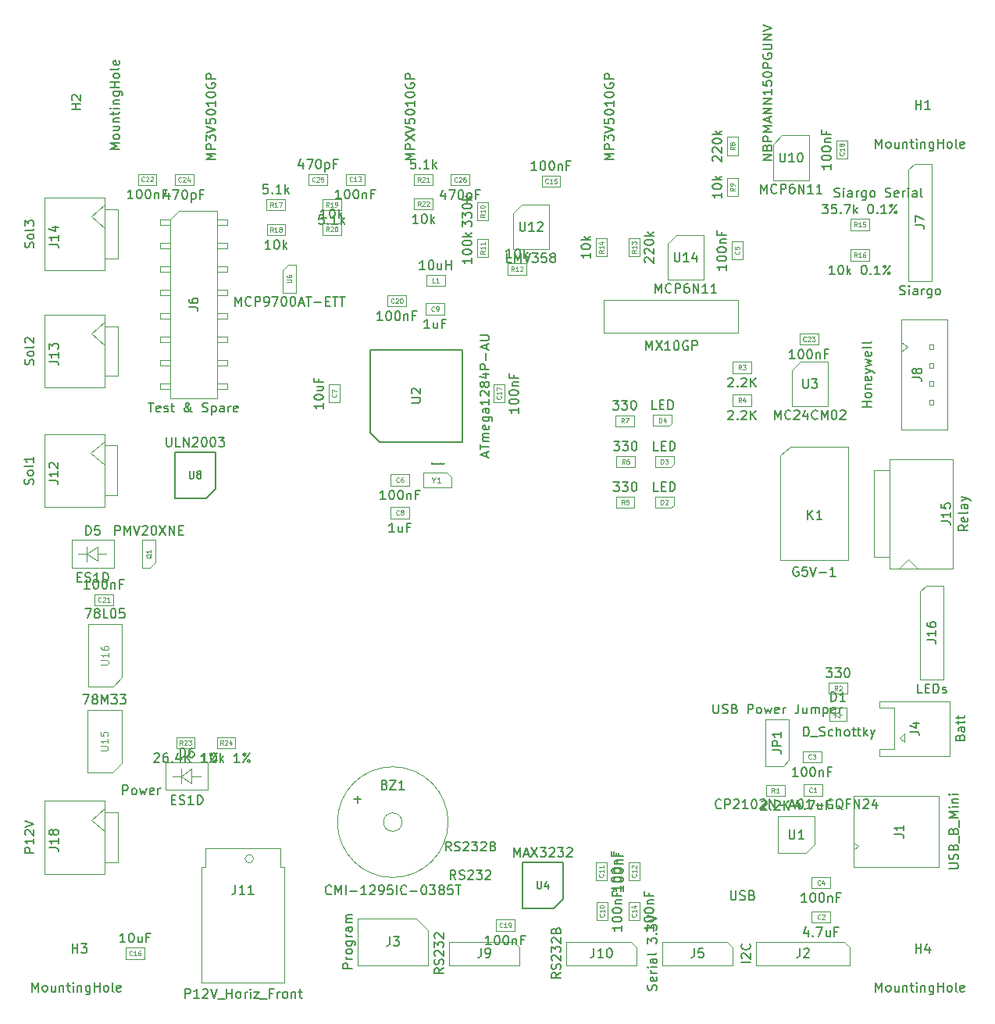
<source format=gbr>
G04 #@! TF.GenerationSoftware,KiCad,Pcbnew,(5.1.4-0-10_14)*
G04 #@! TF.CreationDate,2020-04-29T09:46:46-07:00*
G04 #@! TF.ProjectId,Vent,56656e74-2e6b-4696-9361-645f70636258,rev?*
G04 #@! TF.SameCoordinates,Original*
G04 #@! TF.FileFunction,Other,Fab,Top*
%FSLAX46Y46*%
G04 Gerber Fmt 4.6, Leading zero omitted, Abs format (unit mm)*
G04 Created by KiCad (PCBNEW (5.1.4-0-10_14)) date 2020-04-29 09:46:46*
%MOMM*%
%LPD*%
G04 APERTURE LIST*
%ADD10C,0.100000*%
%ADD11C,0.120000*%
%ADD12C,0.150000*%
%ADD13C,0.080000*%
%ADD14C,0.075000*%
%ADD15C,0.030000*%
G04 APERTURE END LIST*
D10*
X63280800Y-40401800D02*
X61280800Y-40401800D01*
X63280800Y-39201800D02*
X63280800Y-40401800D01*
X61280800Y-39201800D02*
X63280800Y-39201800D01*
X61280800Y-40401800D02*
X61280800Y-39201800D01*
X97189800Y-40452600D02*
X95189800Y-40452600D01*
X97189800Y-39252600D02*
X97189800Y-40452600D01*
X95189800Y-39252600D02*
X97189800Y-39252600D01*
X95189800Y-40452600D02*
X95189800Y-39252600D01*
X79774300Y-39227200D02*
X81774300Y-39227200D01*
X79774300Y-40427200D02*
X79774300Y-39227200D01*
X81774300Y-40427200D02*
X79774300Y-40427200D01*
X81774300Y-39227200D02*
X81774300Y-40427200D01*
X67268600Y-40427200D02*
X65268600Y-40427200D01*
X67268600Y-39227200D02*
X67268600Y-40427200D01*
X65268600Y-39227200D02*
X67268600Y-39227200D01*
X65268600Y-40427200D02*
X65268600Y-39227200D01*
X71831000Y-101488800D02*
X69831000Y-101488800D01*
X71831000Y-100288800D02*
X71831000Y-101488800D01*
X69831000Y-100288800D02*
X71831000Y-100288800D01*
X69831000Y-101488800D02*
X69831000Y-100288800D01*
X67421000Y-101488800D02*
X65421000Y-101488800D01*
X67421000Y-100288800D02*
X67421000Y-101488800D01*
X65421000Y-100288800D02*
X67421000Y-100288800D01*
X65421000Y-101488800D02*
X65421000Y-100288800D01*
X111790200Y-56385400D02*
X111790200Y-52885400D01*
X111790200Y-52885400D02*
X126290200Y-52885400D01*
X111790200Y-56385400D02*
X126290200Y-56385400D01*
X126290200Y-56385400D02*
X126290200Y-52885400D01*
X76998600Y-52091400D02*
X78398600Y-52091400D01*
X78398600Y-49051400D02*
X78398600Y-52091400D01*
X76998600Y-49621400D02*
X77548600Y-49051400D01*
X77548600Y-49051400D02*
X78398600Y-49051400D01*
X76998600Y-49621400D02*
X76998600Y-52071400D01*
X65923960Y-104496620D02*
X67074580Y-103696520D01*
X65923960Y-104496620D02*
X67074580Y-105245920D01*
X67074580Y-105245920D02*
X67074580Y-103696520D01*
X65923960Y-103696520D02*
X65923960Y-105296720D01*
X67074580Y-104496620D02*
X68072800Y-104496620D01*
X65923960Y-104496620D02*
X65022260Y-104496620D01*
X68873400Y-102995600D02*
X64273400Y-102995600D01*
X68873400Y-102995600D02*
X68873400Y-105995600D01*
X64273400Y-105995600D02*
X64273400Y-102995600D01*
X68873400Y-105995600D02*
X64273400Y-105995600D01*
X135010400Y-57724600D02*
X133010400Y-57724600D01*
X135010400Y-56524600D02*
X135010400Y-57724600D01*
X133010400Y-56524600D02*
X135010400Y-56524600D01*
X133010400Y-57724600D02*
X133010400Y-56524600D01*
X57680000Y-107170000D02*
X57680000Y-115070000D01*
X57680000Y-115070000D02*
X51180000Y-115070000D01*
X51180000Y-115070000D02*
X51180000Y-107170000D01*
X51180000Y-107170000D02*
X57680000Y-107170000D01*
X57680000Y-107970000D02*
X56180000Y-109220000D01*
X56180000Y-109220000D02*
X57680000Y-110470000D01*
X57680000Y-108420000D02*
X59080000Y-108420000D01*
X59080000Y-108420000D02*
X59080000Y-113820000D01*
X59080000Y-113820000D02*
X57680000Y-113820000D01*
X146050000Y-84455000D02*
X146685000Y-83820000D01*
X146050000Y-93980000D02*
X146050000Y-84455000D01*
X148590000Y-93980000D02*
X146050000Y-93980000D01*
X148590000Y-83820000D02*
X148590000Y-93980000D01*
X146685000Y-83820000D02*
X148590000Y-83820000D01*
X57680000Y-41765000D02*
X57680000Y-49665000D01*
X57680000Y-49665000D02*
X51180000Y-49665000D01*
X51180000Y-49665000D02*
X51180000Y-41765000D01*
X51180000Y-41765000D02*
X57680000Y-41765000D01*
X57680000Y-42565000D02*
X56180000Y-43815000D01*
X56180000Y-43815000D02*
X57680000Y-45065000D01*
X57680000Y-43015000D02*
X59080000Y-43015000D01*
X59080000Y-43015000D02*
X59080000Y-48415000D01*
X59080000Y-48415000D02*
X57680000Y-48415000D01*
X57680000Y-54465000D02*
X57680000Y-62365000D01*
X57680000Y-62365000D02*
X51180000Y-62365000D01*
X51180000Y-62365000D02*
X51180000Y-54465000D01*
X51180000Y-54465000D02*
X57680000Y-54465000D01*
X57680000Y-55265000D02*
X56180000Y-56515000D01*
X56180000Y-56515000D02*
X57680000Y-57765000D01*
X57680000Y-55715000D02*
X59080000Y-55715000D01*
X59080000Y-55715000D02*
X59080000Y-61115000D01*
X59080000Y-61115000D02*
X57680000Y-61115000D01*
D11*
X131980000Y-68750000D02*
X138280000Y-68750000D01*
X138280000Y-68750000D02*
X138280000Y-81050000D01*
X138280000Y-81050000D02*
X130880000Y-81050000D01*
X130880000Y-81050000D02*
X130880000Y-69750000D01*
X130880000Y-69750000D02*
X131980000Y-68750000D01*
D10*
X145780000Y-81960000D02*
X144780000Y-80960000D01*
X143780000Y-81960000D02*
X144780000Y-80960000D01*
X141080000Y-71340000D02*
X142780000Y-71340000D01*
X141080000Y-80760000D02*
X141080000Y-71340000D01*
X142780000Y-80760000D02*
X141080000Y-80760000D01*
X142780000Y-70140000D02*
X142780000Y-81960000D01*
X149580000Y-70140000D02*
X142780000Y-70140000D01*
X149580000Y-81960000D02*
X149580000Y-70140000D01*
X142780000Y-81960000D02*
X149580000Y-81960000D01*
X77227700Y-45862800D02*
X75227700Y-45862800D01*
X77227700Y-44662800D02*
X77227700Y-45862800D01*
X75227700Y-44662800D02*
X77227700Y-44662800D01*
X75227700Y-45862800D02*
X75227700Y-44662800D01*
X93227400Y-43068800D02*
X91227400Y-43068800D01*
X93227400Y-41868800D02*
X93227400Y-43068800D01*
X91227400Y-41868800D02*
X93227400Y-41868800D01*
X91227400Y-43068800D02*
X91227400Y-41868800D01*
X91227400Y-39227200D02*
X93227400Y-39227200D01*
X91227400Y-40427200D02*
X91227400Y-39227200D01*
X93227400Y-40427200D02*
X91227400Y-40427200D01*
X93227400Y-39227200D02*
X93227400Y-40427200D01*
X81270600Y-44612000D02*
X83270600Y-44612000D01*
X81270600Y-45812000D02*
X81270600Y-44612000D01*
X83270600Y-45812000D02*
X81270600Y-45812000D01*
X83270600Y-44612000D02*
X83270600Y-45812000D01*
X83270600Y-43145000D02*
X81270600Y-43145000D01*
X83270600Y-41945000D02*
X83270600Y-43145000D01*
X81270600Y-41945000D02*
X83270600Y-41945000D01*
X81270600Y-43145000D02*
X81270600Y-41945000D01*
X57654600Y-67393600D02*
X57654600Y-75293600D01*
X57654600Y-75293600D02*
X51154600Y-75293600D01*
X51154600Y-75293600D02*
X51154600Y-67393600D01*
X51154600Y-67393600D02*
X57654600Y-67393600D01*
X57654600Y-68193600D02*
X56154600Y-69443600D01*
X56154600Y-69443600D02*
X57654600Y-70693600D01*
X57654600Y-68643600D02*
X59054600Y-68643600D01*
X59054600Y-68643600D02*
X59054600Y-74043600D01*
X59054600Y-74043600D02*
X57654600Y-74043600D01*
X70910000Y-62550000D02*
X69850000Y-62550000D01*
X70910000Y-61910000D02*
X70910000Y-62550000D01*
X69850000Y-61910000D02*
X70910000Y-61910000D01*
X63710000Y-62550000D02*
X64770000Y-62550000D01*
X63710000Y-61910000D02*
X63710000Y-62550000D01*
X64770000Y-61910000D02*
X63710000Y-61910000D01*
X70910000Y-60010000D02*
X69850000Y-60010000D01*
X70910000Y-59370000D02*
X70910000Y-60010000D01*
X69850000Y-59370000D02*
X70910000Y-59370000D01*
X63710000Y-60010000D02*
X64770000Y-60010000D01*
X63710000Y-59370000D02*
X63710000Y-60010000D01*
X64770000Y-59370000D02*
X63710000Y-59370000D01*
X70910000Y-57470000D02*
X69850000Y-57470000D01*
X70910000Y-56830000D02*
X70910000Y-57470000D01*
X69850000Y-56830000D02*
X70910000Y-56830000D01*
X63710000Y-57470000D02*
X64770000Y-57470000D01*
X63710000Y-56830000D02*
X63710000Y-57470000D01*
X64770000Y-56830000D02*
X63710000Y-56830000D01*
X70910000Y-54930000D02*
X69850000Y-54930000D01*
X70910000Y-54290000D02*
X70910000Y-54930000D01*
X69850000Y-54290000D02*
X70910000Y-54290000D01*
X63710000Y-54930000D02*
X64770000Y-54930000D01*
X63710000Y-54290000D02*
X63710000Y-54930000D01*
X64770000Y-54290000D02*
X63710000Y-54290000D01*
X70910000Y-52390000D02*
X69850000Y-52390000D01*
X70910000Y-51750000D02*
X70910000Y-52390000D01*
X69850000Y-51750000D02*
X70910000Y-51750000D01*
X63710000Y-52390000D02*
X64770000Y-52390000D01*
X63710000Y-51750000D02*
X63710000Y-52390000D01*
X64770000Y-51750000D02*
X63710000Y-51750000D01*
X70910000Y-49850000D02*
X69850000Y-49850000D01*
X70910000Y-49210000D02*
X70910000Y-49850000D01*
X69850000Y-49210000D02*
X70910000Y-49210000D01*
X63710000Y-49850000D02*
X64770000Y-49850000D01*
X63710000Y-49210000D02*
X63710000Y-49850000D01*
X64770000Y-49210000D02*
X63710000Y-49210000D01*
X70910000Y-47310000D02*
X69850000Y-47310000D01*
X70910000Y-46670000D02*
X70910000Y-47310000D01*
X69850000Y-46670000D02*
X70910000Y-46670000D01*
X63710000Y-47310000D02*
X64770000Y-47310000D01*
X63710000Y-46670000D02*
X63710000Y-47310000D01*
X64770000Y-46670000D02*
X63710000Y-46670000D01*
X70910000Y-44770000D02*
X69850000Y-44770000D01*
X70910000Y-44130000D02*
X70910000Y-44770000D01*
X69850000Y-44130000D02*
X70910000Y-44130000D01*
X63710000Y-44770000D02*
X64770000Y-44770000D01*
X63710000Y-44130000D02*
X63710000Y-44770000D01*
X64770000Y-44130000D02*
X63710000Y-44130000D01*
X69850000Y-43180000D02*
X69850000Y-63500000D01*
X64770000Y-44130000D02*
X65720000Y-43180000D01*
X64770000Y-63500000D02*
X64770000Y-44130000D01*
X65720000Y-43180000D02*
X69850000Y-43180000D01*
X69850000Y-63500000D02*
X64770000Y-63500000D01*
X55858800Y-94739200D02*
X55858800Y-88039200D01*
X59558800Y-88039200D02*
X55858800Y-88039200D01*
X58558800Y-94739200D02*
X55858800Y-94739200D01*
X59558800Y-93739200D02*
X59558800Y-88039200D01*
X59558800Y-93739200D02*
X58558800Y-94739200D01*
X75225400Y-41945000D02*
X77225400Y-41945000D01*
X75225400Y-43145000D02*
X75225400Y-41945000D01*
X77225400Y-43145000D02*
X75225400Y-43145000D01*
X77225400Y-41945000D02*
X77225400Y-43145000D01*
X85838300Y-40401800D02*
X83838300Y-40401800D01*
X85838300Y-39201800D02*
X85838300Y-40401800D01*
X83838300Y-39201800D02*
X85838300Y-39201800D01*
X83838300Y-40401800D02*
X83838300Y-39201800D01*
X56581800Y-84769400D02*
X58581800Y-84769400D01*
X56581800Y-85969400D02*
X56581800Y-84769400D01*
X58581800Y-85969400D02*
X56581800Y-85969400D01*
X58581800Y-84769400D02*
X58581800Y-85969400D01*
X91440000Y-119888000D02*
X92710000Y-121158000D01*
X85090000Y-119888000D02*
X91440000Y-119888000D01*
X85090000Y-124968000D02*
X85090000Y-119888000D01*
X92710000Y-124968000D02*
X85090000Y-124968000D01*
X92710000Y-121158000D02*
X92710000Y-124968000D01*
X113043700Y-65363800D02*
X115043700Y-65363800D01*
X113043700Y-66563800D02*
X113043700Y-65363800D01*
X115043700Y-66563800D02*
X113043700Y-66563800D01*
X115043700Y-65363800D02*
X115043700Y-66563800D01*
X113119900Y-69808800D02*
X115119900Y-69808800D01*
X113119900Y-71008800D02*
X113119900Y-69808800D01*
X115119900Y-71008800D02*
X113119900Y-71008800D01*
X115119900Y-69808800D02*
X115119900Y-71008800D01*
X113099100Y-74203000D02*
X115099100Y-74203000D01*
X113099100Y-75403000D02*
X113099100Y-74203000D01*
X115099100Y-75403000D02*
X113099100Y-75403000D01*
X115099100Y-74203000D02*
X115099100Y-75403000D01*
X117135400Y-65338400D02*
X117135400Y-66538400D01*
X119135400Y-65338400D02*
X117135400Y-65338400D01*
X119135400Y-66238400D02*
X119135400Y-65338400D01*
X118835400Y-66538400D02*
X119135400Y-66238400D01*
X117135400Y-66538400D02*
X118835400Y-66538400D01*
X117338600Y-69783400D02*
X117338600Y-70983400D01*
X119338600Y-69783400D02*
X117338600Y-69783400D01*
X119338600Y-70683400D02*
X119338600Y-69783400D01*
X119038600Y-70983400D02*
X119338600Y-70683400D01*
X117338600Y-70983400D02*
X119038600Y-70983400D01*
X117338600Y-74203000D02*
X117338600Y-75403000D01*
X119338600Y-74203000D02*
X117338600Y-74203000D01*
X119338600Y-75103000D02*
X119338600Y-74203000D01*
X119038600Y-75403000D02*
X119338600Y-75103000D01*
X117338600Y-75403000D02*
X119038600Y-75403000D01*
X131826000Y-102743000D02*
X131191000Y-103378000D01*
X131826000Y-98298000D02*
X131826000Y-102743000D01*
X129286000Y-98298000D02*
X131826000Y-98298000D01*
X129286000Y-103378000D02*
X129286000Y-98298000D01*
X131191000Y-103378000D02*
X129286000Y-103378000D01*
X118700000Y-46785000D02*
X119675000Y-45810000D01*
X118700000Y-50710000D02*
X118700000Y-46785000D01*
X122600000Y-50710000D02*
X118700000Y-50710000D01*
X122600000Y-45810000D02*
X122600000Y-50710000D01*
X119675000Y-45810000D02*
X122600000Y-45810000D01*
X101936000Y-43483000D02*
X102911000Y-42508000D01*
X101936000Y-47408000D02*
X101936000Y-43483000D01*
X105836000Y-47408000D02*
X101936000Y-47408000D01*
X105836000Y-42508000D02*
X105836000Y-47408000D01*
X102911000Y-42508000D02*
X105836000Y-42508000D01*
X110906000Y-48165500D02*
X110906000Y-46165500D01*
X112106000Y-48165500D02*
X110906000Y-48165500D01*
X112106000Y-46165500D02*
X112106000Y-48165500D01*
X110906000Y-46165500D02*
X112106000Y-46165500D01*
X115662000Y-46165500D02*
X115662000Y-48165500D01*
X114462000Y-46165500D02*
X115662000Y-46165500D01*
X114462000Y-48165500D02*
X114462000Y-46165500D01*
X115662000Y-48165500D02*
X114462000Y-48165500D01*
X101362000Y-48930000D02*
X103362000Y-48930000D01*
X101362000Y-50130000D02*
X101362000Y-48930000D01*
X103362000Y-50130000D02*
X101362000Y-50130000D01*
X103362000Y-48930000D02*
X103362000Y-50130000D01*
X98028200Y-48244000D02*
X98028200Y-46244000D01*
X99228200Y-48244000D02*
X98028200Y-48244000D01*
X99228200Y-46244000D02*
X99228200Y-48244000D01*
X98028200Y-46244000D02*
X99228200Y-46244000D01*
X98028200Y-44258500D02*
X98028200Y-42258500D01*
X99228200Y-44258500D02*
X98028200Y-44258500D01*
X99228200Y-42258500D02*
X99228200Y-44258500D01*
X98028200Y-42258500D02*
X99228200Y-42258500D01*
X130130000Y-35990000D02*
X131105000Y-35015000D01*
X130130000Y-39915000D02*
X130130000Y-35990000D01*
X134030000Y-39915000D02*
X130130000Y-39915000D01*
X134030000Y-35015000D02*
X134030000Y-39915000D01*
X131105000Y-35015000D02*
X134030000Y-35015000D01*
D12*
X107356000Y-117832000D02*
X106356000Y-118832000D01*
X107356000Y-113832000D02*
X107356000Y-117832000D01*
X102956000Y-113832000D02*
X107356000Y-113832000D01*
X102956000Y-118832000D02*
X102956000Y-113832000D01*
X106356000Y-118832000D02*
X102956000Y-118832000D01*
D10*
X134650000Y-111850000D02*
X133650000Y-112850000D01*
X134650000Y-108850000D02*
X134650000Y-111850000D01*
X130650000Y-108850000D02*
X134650000Y-108850000D01*
X130650000Y-112850000D02*
X130650000Y-108850000D01*
X133650000Y-112850000D02*
X130650000Y-112850000D01*
X125130000Y-41640000D02*
X125130000Y-39640000D01*
X126330000Y-41640000D02*
X125130000Y-41640000D01*
X126330000Y-39640000D02*
X126330000Y-41640000D01*
X125130000Y-39640000D02*
X126330000Y-39640000D01*
X125130000Y-37195000D02*
X125130000Y-35195000D01*
X126330000Y-37195000D02*
X125130000Y-37195000D01*
X126330000Y-35195000D02*
X126330000Y-37195000D01*
X125130000Y-35195000D02*
X126330000Y-35195000D01*
X131362500Y-106650000D02*
X129362500Y-106650000D01*
X131362500Y-105450000D02*
X131362500Y-106650000D01*
X129362500Y-105450000D02*
X131362500Y-105450000D01*
X129362500Y-106650000D02*
X129362500Y-105450000D01*
X114681000Y-122428000D02*
X115316000Y-123063000D01*
X107696000Y-122428000D02*
X114681000Y-122428000D01*
X107696000Y-124968000D02*
X107696000Y-122428000D01*
X115316000Y-124968000D02*
X107696000Y-124968000D01*
X115316000Y-123063000D02*
X115316000Y-124968000D01*
X101981000Y-122428000D02*
X102616000Y-123063000D01*
X94996000Y-122428000D02*
X101981000Y-122428000D01*
X94996000Y-124968000D02*
X94996000Y-122428000D01*
X102616000Y-124968000D02*
X94996000Y-124968000D01*
X102616000Y-123063000D02*
X102616000Y-124968000D01*
X138890000Y-112440000D02*
X139390000Y-112090000D01*
X138890000Y-114340000D02*
X138890000Y-106640000D01*
X138890000Y-114340000D02*
X148090000Y-114340000D01*
X148090000Y-114340000D02*
X148090000Y-106640000D01*
X148090000Y-106640000D02*
X138890000Y-106640000D01*
X139390000Y-112090000D02*
X138890000Y-111740000D01*
X105045000Y-39405000D02*
X107045000Y-39405000D01*
X105045000Y-40605000D02*
X105045000Y-39405000D01*
X107045000Y-40605000D02*
X105045000Y-40605000D01*
X107045000Y-39405000D02*
X107045000Y-40605000D01*
X115662000Y-118126000D02*
X115662000Y-120126000D01*
X114462000Y-118126000D02*
X115662000Y-118126000D01*
X114462000Y-120126000D02*
X114462000Y-118126000D01*
X115662000Y-120126000D02*
X114462000Y-120126000D01*
X114462000Y-115808000D02*
X114462000Y-113808000D01*
X115662000Y-115808000D02*
X114462000Y-115808000D01*
X115662000Y-113808000D02*
X115662000Y-115808000D01*
X114462000Y-113808000D02*
X115662000Y-113808000D01*
X112106000Y-113808000D02*
X112106000Y-115808000D01*
X110906000Y-113808000D02*
X112106000Y-113808000D01*
X110906000Y-115808000D02*
X110906000Y-113808000D01*
X112106000Y-115808000D02*
X110906000Y-115808000D01*
X112184500Y-118126000D02*
X112184500Y-120126000D01*
X110984500Y-118126000D02*
X112184500Y-118126000D01*
X110984500Y-120126000D02*
X110984500Y-118126000D01*
X112184500Y-120126000D02*
X110984500Y-120126000D01*
X136312500Y-116650000D02*
X134312500Y-116650000D01*
X136312500Y-115450000D02*
X136312500Y-116650000D01*
X134312500Y-115450000D02*
X136312500Y-115450000D01*
X134312500Y-116650000D02*
X134312500Y-115450000D01*
X135350000Y-103000000D02*
X133350000Y-103000000D01*
X135350000Y-101800000D02*
X135350000Y-103000000D01*
X133350000Y-101800000D02*
X135350000Y-101800000D01*
X133350000Y-103000000D02*
X133350000Y-101800000D01*
X136312500Y-120350000D02*
X134312500Y-120350000D01*
X136312500Y-119150000D02*
X136312500Y-120350000D01*
X134312500Y-119150000D02*
X136312500Y-119150000D01*
X134312500Y-120350000D02*
X134312500Y-119150000D01*
X135437500Y-106600000D02*
X133437500Y-106600000D01*
X135437500Y-105400000D02*
X135437500Y-106600000D01*
X133437500Y-105400000D02*
X135437500Y-105400000D01*
X133437500Y-106600000D02*
X133437500Y-105400000D01*
X55808000Y-104061000D02*
X55808000Y-97361000D01*
X59508000Y-97361000D02*
X55808000Y-97361000D01*
X58508000Y-104061000D02*
X55808000Y-104061000D01*
X59508000Y-103061000D02*
X59508000Y-97361000D01*
X59508000Y-103061000D02*
X58508000Y-104061000D01*
D12*
X87440000Y-68246000D02*
X86440000Y-67246000D01*
X96440000Y-68246000D02*
X87440000Y-68246000D01*
X96440000Y-58246000D02*
X96440000Y-68246000D01*
X86440000Y-58246000D02*
X96440000Y-58246000D01*
X86440000Y-67246000D02*
X86440000Y-58246000D01*
D10*
X63158600Y-78871000D02*
X61758600Y-78871000D01*
X61758600Y-81911000D02*
X61758600Y-78871000D01*
X63158600Y-81341000D02*
X62608600Y-81911000D01*
X62608600Y-81911000D02*
X61758600Y-81911000D01*
X63158600Y-81341000D02*
X63158600Y-78891000D01*
X55713160Y-80392020D02*
X56863780Y-79591920D01*
X55713160Y-80392020D02*
X56863780Y-81141320D01*
X56863780Y-81141320D02*
X56863780Y-79591920D01*
X55713160Y-79591920D02*
X55713160Y-81192120D01*
X56863780Y-80392020D02*
X57862000Y-80392020D01*
X55713160Y-80392020D02*
X54811460Y-80392020D01*
X58662600Y-78891000D02*
X54062600Y-78891000D01*
X58662600Y-78891000D02*
X58662600Y-81891000D01*
X54062600Y-81891000D02*
X54062600Y-78891000D01*
X58662600Y-81891000D02*
X54062600Y-81891000D01*
X140524500Y-48606000D02*
X138524500Y-48606000D01*
X140524500Y-47406000D02*
X140524500Y-48606000D01*
X138524500Y-47406000D02*
X140524500Y-47406000D01*
X138524500Y-48606000D02*
X138524500Y-47406000D01*
X138524500Y-44104000D02*
X140524500Y-44104000D01*
X138524500Y-45304000D02*
X138524500Y-44104000D01*
X140524500Y-45304000D02*
X138524500Y-45304000D01*
X140524500Y-44104000D02*
X140524500Y-45304000D01*
X90331800Y-53584400D02*
X88331800Y-53584400D01*
X90331800Y-52384400D02*
X90331800Y-53584400D01*
X88331800Y-52384400D02*
X90331800Y-52384400D01*
X88331800Y-53584400D02*
X88331800Y-52384400D01*
X102092000Y-121250000D02*
X100092000Y-121250000D01*
X102092000Y-120050000D02*
X102092000Y-121250000D01*
X100092000Y-120050000D02*
X102092000Y-120050000D01*
X100092000Y-121250000D02*
X100092000Y-120050000D01*
X136989500Y-37576000D02*
X136989500Y-35576000D01*
X138189500Y-37576000D02*
X136989500Y-37576000D01*
X138189500Y-35576000D02*
X138189500Y-37576000D01*
X136989500Y-35576000D02*
X138189500Y-35576000D01*
X101006200Y-61992000D02*
X101006200Y-63992000D01*
X99806200Y-61992000D02*
X101006200Y-61992000D01*
X99806200Y-63992000D02*
X99806200Y-61992000D01*
X101006200Y-63992000D02*
X99806200Y-63992000D01*
X95226000Y-72090000D02*
X95226000Y-73190000D01*
X94726000Y-71590000D02*
X92226000Y-71590000D01*
X94726000Y-71590000D02*
X95226000Y-72090000D01*
X92226000Y-73190000D02*
X95226000Y-73190000D01*
X92226000Y-71590000D02*
X92226000Y-73190000D01*
D12*
X69662400Y-73356600D02*
X68662400Y-74356600D01*
X69662400Y-69356600D02*
X69662400Y-73356600D01*
X65262400Y-69356600D02*
X69662400Y-69356600D01*
X65262400Y-74356600D02*
X65262400Y-69356600D01*
X68662400Y-74356600D02*
X65262400Y-74356600D01*
D10*
X132162000Y-60501000D02*
X133137000Y-59526000D01*
X132162000Y-64426000D02*
X132162000Y-60501000D01*
X136062000Y-64426000D02*
X132162000Y-64426000D01*
X136062000Y-59526000D02*
X136062000Y-64426000D01*
X133137000Y-59526000D02*
X136062000Y-59526000D01*
X127746000Y-64354000D02*
X125746000Y-64354000D01*
X127746000Y-63154000D02*
X127746000Y-64354000D01*
X125746000Y-63154000D02*
X127746000Y-63154000D01*
X125746000Y-64354000D02*
X125746000Y-63154000D01*
X127746000Y-60798000D02*
X125746000Y-60798000D01*
X127746000Y-59598000D02*
X127746000Y-60798000D01*
X125746000Y-59598000D02*
X127746000Y-59598000D01*
X125746000Y-60798000D02*
X125746000Y-59598000D01*
X136185400Y-94370600D02*
X138185400Y-94370600D01*
X136185400Y-95570600D02*
X136185400Y-94370600D01*
X138185400Y-95570600D02*
X136185400Y-95570600D01*
X138185400Y-94370600D02*
X138185400Y-95570600D01*
X92548200Y-50174600D02*
X94548200Y-50174600D01*
X92548200Y-51374600D02*
X92548200Y-50174600D01*
X94548200Y-51374600D02*
X92548200Y-51374600D01*
X94548200Y-50174600D02*
X94548200Y-51374600D01*
D11*
X73796769Y-113440000D02*
G75*
G03X73796769Y-113440000I-452769J0D01*
G01*
D10*
X76744000Y-114340000D02*
X76744000Y-112340000D01*
X77144000Y-114340000D02*
X76744000Y-114340000D01*
X77144000Y-126840000D02*
X77144000Y-114340000D01*
X68144000Y-126840000D02*
X77144000Y-126840000D01*
X68144000Y-114340000D02*
X68144000Y-126840000D01*
X68544000Y-114340000D02*
X68144000Y-114340000D01*
X68544000Y-112340000D02*
X68544000Y-114340000D01*
X76744000Y-112340000D02*
X68544000Y-112340000D01*
X144737107Y-57960000D02*
X144030000Y-58460000D01*
X144030000Y-57460000D02*
X144737107Y-57960000D01*
X147530000Y-64210000D02*
X147530000Y-63710000D01*
X147030000Y-64210000D02*
X147530000Y-64210000D01*
X147030000Y-63710000D02*
X147030000Y-64210000D01*
X147530000Y-63710000D02*
X147030000Y-63710000D01*
X147530000Y-62210000D02*
X147530000Y-61710000D01*
X147030000Y-62210000D02*
X147530000Y-62210000D01*
X147030000Y-61710000D02*
X147030000Y-62210000D01*
X147530000Y-61710000D02*
X147030000Y-61710000D01*
X147530000Y-60210000D02*
X147530000Y-59710000D01*
X147030000Y-60210000D02*
X147530000Y-60210000D01*
X147030000Y-59710000D02*
X147030000Y-60210000D01*
X147530000Y-59710000D02*
X147030000Y-59710000D01*
X147530000Y-58210000D02*
X147530000Y-57710000D01*
X147030000Y-58210000D02*
X147530000Y-58210000D01*
X147030000Y-57710000D02*
X147030000Y-58210000D01*
X147530000Y-57710000D02*
X147030000Y-57710000D01*
X144030000Y-66935000D02*
X149030000Y-66935000D01*
X144030000Y-54985000D02*
X149030000Y-54985000D01*
X149030000Y-54985000D02*
X149030000Y-66935000D01*
X144030000Y-54985000D02*
X144030000Y-66935000D01*
X144780000Y-38735000D02*
X145415000Y-38100000D01*
X144780000Y-50800000D02*
X144780000Y-38735000D01*
X147320000Y-50800000D02*
X144780000Y-50800000D01*
X147320000Y-38100000D02*
X147320000Y-50800000D01*
X145415000Y-38100000D02*
X147320000Y-38100000D01*
X125095000Y-122428000D02*
X125730000Y-123063000D01*
X118110000Y-122428000D02*
X125095000Y-122428000D01*
X118110000Y-124968000D02*
X118110000Y-122428000D01*
X125730000Y-124968000D02*
X118110000Y-124968000D01*
X125730000Y-123063000D02*
X125730000Y-124968000D01*
X144377000Y-99830000D02*
X143877000Y-100330000D01*
X144377000Y-100830000D02*
X144377000Y-99830000D01*
X143877000Y-100330000D02*
X144377000Y-100830000D01*
X143252000Y-97080000D02*
X143252000Y-101580000D01*
X141652000Y-97080000D02*
X143252000Y-97080000D01*
X141652000Y-96380000D02*
X141652000Y-97080000D01*
X149252000Y-96380000D02*
X141652000Y-96380000D01*
X149252000Y-102280000D02*
X149252000Y-96380000D01*
X141652000Y-102280000D02*
X149252000Y-102280000D01*
X141652000Y-101580000D02*
X141652000Y-102280000D01*
X143252000Y-101580000D02*
X141652000Y-101580000D01*
X137795000Y-122428000D02*
X138430000Y-123063000D01*
X128270000Y-122428000D02*
X137795000Y-122428000D01*
X128270000Y-124968000D02*
X128270000Y-122428000D01*
X138430000Y-124968000D02*
X128270000Y-124968000D01*
X138430000Y-123063000D02*
X138430000Y-124968000D01*
X136260000Y-97090000D02*
X138060000Y-97090000D01*
X138060000Y-97090000D02*
X138060000Y-98490000D01*
X138060000Y-98490000D02*
X136260000Y-98490000D01*
X136260000Y-98490000D02*
X136260000Y-97090000D01*
X136860000Y-97440000D02*
X136860000Y-98140000D01*
X136860000Y-97790000D02*
X136660000Y-97790000D01*
X136860000Y-97790000D02*
X137360000Y-97440000D01*
X137360000Y-97440000D02*
X137360000Y-98140000D01*
X137360000Y-98140000D02*
X136860000Y-97790000D01*
X137360000Y-97790000D02*
X137610000Y-97790000D01*
X59960000Y-123098000D02*
X61960000Y-123098000D01*
X59960000Y-124298000D02*
X59960000Y-123098000D01*
X61960000Y-124298000D02*
X59960000Y-124298000D01*
X61960000Y-123098000D02*
X61960000Y-124298000D01*
X94472000Y-54448000D02*
X92472000Y-54448000D01*
X94472000Y-53248000D02*
X94472000Y-54448000D01*
X92472000Y-53248000D02*
X94472000Y-53248000D01*
X92472000Y-54448000D02*
X92472000Y-53248000D01*
X90662000Y-76546000D02*
X88662000Y-76546000D01*
X90662000Y-75346000D02*
X90662000Y-76546000D01*
X88662000Y-75346000D02*
X90662000Y-75346000D01*
X88662000Y-76546000D02*
X88662000Y-75346000D01*
X81950000Y-63992000D02*
X81950000Y-61992000D01*
X83150000Y-63992000D02*
X81950000Y-63992000D01*
X83150000Y-61992000D02*
X83150000Y-63992000D01*
X81950000Y-61992000D02*
X83150000Y-61992000D01*
X90662000Y-72990000D02*
X88662000Y-72990000D01*
X90662000Y-71790000D02*
X90662000Y-72990000D01*
X88662000Y-71790000D02*
X90662000Y-71790000D01*
X88662000Y-72990000D02*
X88662000Y-71790000D01*
X125638000Y-48498000D02*
X125638000Y-46498000D01*
X126838000Y-48498000D02*
X125638000Y-48498000D01*
X126838000Y-46498000D02*
X126838000Y-48498000D01*
X125638000Y-46498000D02*
X126838000Y-46498000D01*
X89890000Y-109474000D02*
G75*
G03X89890000Y-109474000I-1000000J0D01*
G01*
X94890000Y-109474000D02*
G75*
G03X94890000Y-109474000I-6000000J0D01*
G01*
D12*
X60733180Y-41904180D02*
X60161752Y-41904180D01*
X60447466Y-41904180D02*
X60447466Y-40904180D01*
X60352228Y-41047038D01*
X60256990Y-41142276D01*
X60161752Y-41189895D01*
X61352228Y-40904180D02*
X61447466Y-40904180D01*
X61542704Y-40951800D01*
X61590323Y-40999419D01*
X61637942Y-41094657D01*
X61685561Y-41285133D01*
X61685561Y-41523228D01*
X61637942Y-41713704D01*
X61590323Y-41808942D01*
X61542704Y-41856561D01*
X61447466Y-41904180D01*
X61352228Y-41904180D01*
X61256990Y-41856561D01*
X61209371Y-41808942D01*
X61161752Y-41713704D01*
X61114133Y-41523228D01*
X61114133Y-41285133D01*
X61161752Y-41094657D01*
X61209371Y-40999419D01*
X61256990Y-40951800D01*
X61352228Y-40904180D01*
X62304609Y-40904180D02*
X62399847Y-40904180D01*
X62495085Y-40951800D01*
X62542704Y-40999419D01*
X62590323Y-41094657D01*
X62637942Y-41285133D01*
X62637942Y-41523228D01*
X62590323Y-41713704D01*
X62542704Y-41808942D01*
X62495085Y-41856561D01*
X62399847Y-41904180D01*
X62304609Y-41904180D01*
X62209371Y-41856561D01*
X62161752Y-41808942D01*
X62114133Y-41713704D01*
X62066514Y-41523228D01*
X62066514Y-41285133D01*
X62114133Y-41094657D01*
X62161752Y-40999419D01*
X62209371Y-40951800D01*
X62304609Y-40904180D01*
X63066514Y-41237514D02*
X63066514Y-41904180D01*
X63066514Y-41332752D02*
X63114133Y-41285133D01*
X63209371Y-41237514D01*
X63352228Y-41237514D01*
X63447466Y-41285133D01*
X63495085Y-41380371D01*
X63495085Y-41904180D01*
X64304609Y-41380371D02*
X63971276Y-41380371D01*
X63971276Y-41904180D02*
X63971276Y-40904180D01*
X64447466Y-40904180D01*
D13*
X61959371Y-39980371D02*
X61935561Y-40004180D01*
X61864133Y-40027990D01*
X61816514Y-40027990D01*
X61745085Y-40004180D01*
X61697466Y-39956561D01*
X61673657Y-39908942D01*
X61649847Y-39813704D01*
X61649847Y-39742276D01*
X61673657Y-39647038D01*
X61697466Y-39599419D01*
X61745085Y-39551800D01*
X61816514Y-39527990D01*
X61864133Y-39527990D01*
X61935561Y-39551800D01*
X61959371Y-39575609D01*
X62149847Y-39575609D02*
X62173657Y-39551800D01*
X62221276Y-39527990D01*
X62340323Y-39527990D01*
X62387942Y-39551800D01*
X62411752Y-39575609D01*
X62435561Y-39623228D01*
X62435561Y-39670847D01*
X62411752Y-39742276D01*
X62126038Y-40027990D01*
X62435561Y-40027990D01*
X62626038Y-39575609D02*
X62649847Y-39551800D01*
X62697466Y-39527990D01*
X62816514Y-39527990D01*
X62864133Y-39551800D01*
X62887942Y-39575609D01*
X62911752Y-39623228D01*
X62911752Y-39670847D01*
X62887942Y-39742276D01*
X62602228Y-40027990D01*
X62911752Y-40027990D01*
D12*
X94546942Y-41288314D02*
X94546942Y-41954980D01*
X94308847Y-40907361D02*
X94070752Y-41621647D01*
X94689800Y-41621647D01*
X94975514Y-40954980D02*
X95642180Y-40954980D01*
X95213609Y-41954980D01*
X96213609Y-40954980D02*
X96308847Y-40954980D01*
X96404085Y-41002600D01*
X96451704Y-41050219D01*
X96499323Y-41145457D01*
X96546942Y-41335933D01*
X96546942Y-41574028D01*
X96499323Y-41764504D01*
X96451704Y-41859742D01*
X96404085Y-41907361D01*
X96308847Y-41954980D01*
X96213609Y-41954980D01*
X96118371Y-41907361D01*
X96070752Y-41859742D01*
X96023133Y-41764504D01*
X95975514Y-41574028D01*
X95975514Y-41335933D01*
X96023133Y-41145457D01*
X96070752Y-41050219D01*
X96118371Y-41002600D01*
X96213609Y-40954980D01*
X96975514Y-41288314D02*
X96975514Y-42288314D01*
X96975514Y-41335933D02*
X97070752Y-41288314D01*
X97261228Y-41288314D01*
X97356466Y-41335933D01*
X97404085Y-41383552D01*
X97451704Y-41478790D01*
X97451704Y-41764504D01*
X97404085Y-41859742D01*
X97356466Y-41907361D01*
X97261228Y-41954980D01*
X97070752Y-41954980D01*
X96975514Y-41907361D01*
X98213609Y-41431171D02*
X97880276Y-41431171D01*
X97880276Y-41954980D02*
X97880276Y-40954980D01*
X98356466Y-40954980D01*
D13*
X95868371Y-40031171D02*
X95844561Y-40054980D01*
X95773133Y-40078790D01*
X95725514Y-40078790D01*
X95654085Y-40054980D01*
X95606466Y-40007361D01*
X95582657Y-39959742D01*
X95558847Y-39864504D01*
X95558847Y-39793076D01*
X95582657Y-39697838D01*
X95606466Y-39650219D01*
X95654085Y-39602600D01*
X95725514Y-39578790D01*
X95773133Y-39578790D01*
X95844561Y-39602600D01*
X95868371Y-39626409D01*
X96058847Y-39626409D02*
X96082657Y-39602600D01*
X96130276Y-39578790D01*
X96249323Y-39578790D01*
X96296942Y-39602600D01*
X96320752Y-39626409D01*
X96344561Y-39674028D01*
X96344561Y-39721647D01*
X96320752Y-39793076D01*
X96035038Y-40078790D01*
X96344561Y-40078790D01*
X96773133Y-39578790D02*
X96677895Y-39578790D01*
X96630276Y-39602600D01*
X96606466Y-39626409D01*
X96558847Y-39697838D01*
X96535038Y-39793076D01*
X96535038Y-39983552D01*
X96558847Y-40031171D01*
X96582657Y-40054980D01*
X96630276Y-40078790D01*
X96725514Y-40078790D01*
X96773133Y-40054980D01*
X96796942Y-40031171D01*
X96820752Y-39983552D01*
X96820752Y-39864504D01*
X96796942Y-39816885D01*
X96773133Y-39793076D01*
X96725514Y-39769266D01*
X96630276Y-39769266D01*
X96582657Y-39793076D01*
X96558847Y-39816885D01*
X96535038Y-39864504D01*
D12*
X79131442Y-37962914D02*
X79131442Y-38629580D01*
X78893347Y-37581961D02*
X78655252Y-38296247D01*
X79274300Y-38296247D01*
X79560014Y-37629580D02*
X80226680Y-37629580D01*
X79798109Y-38629580D01*
X80798109Y-37629580D02*
X80893347Y-37629580D01*
X80988585Y-37677200D01*
X81036204Y-37724819D01*
X81083823Y-37820057D01*
X81131442Y-38010533D01*
X81131442Y-38248628D01*
X81083823Y-38439104D01*
X81036204Y-38534342D01*
X80988585Y-38581961D01*
X80893347Y-38629580D01*
X80798109Y-38629580D01*
X80702871Y-38581961D01*
X80655252Y-38534342D01*
X80607633Y-38439104D01*
X80560014Y-38248628D01*
X80560014Y-38010533D01*
X80607633Y-37820057D01*
X80655252Y-37724819D01*
X80702871Y-37677200D01*
X80798109Y-37629580D01*
X81560014Y-37962914D02*
X81560014Y-38962914D01*
X81560014Y-38010533D02*
X81655252Y-37962914D01*
X81845728Y-37962914D01*
X81940966Y-38010533D01*
X81988585Y-38058152D01*
X82036204Y-38153390D01*
X82036204Y-38439104D01*
X81988585Y-38534342D01*
X81940966Y-38581961D01*
X81845728Y-38629580D01*
X81655252Y-38629580D01*
X81560014Y-38581961D01*
X82798109Y-38105771D02*
X82464776Y-38105771D01*
X82464776Y-38629580D02*
X82464776Y-37629580D01*
X82940966Y-37629580D01*
D13*
X80452871Y-40005771D02*
X80429061Y-40029580D01*
X80357633Y-40053390D01*
X80310014Y-40053390D01*
X80238585Y-40029580D01*
X80190966Y-39981961D01*
X80167157Y-39934342D01*
X80143347Y-39839104D01*
X80143347Y-39767676D01*
X80167157Y-39672438D01*
X80190966Y-39624819D01*
X80238585Y-39577200D01*
X80310014Y-39553390D01*
X80357633Y-39553390D01*
X80429061Y-39577200D01*
X80452871Y-39601009D01*
X80643347Y-39601009D02*
X80667157Y-39577200D01*
X80714776Y-39553390D01*
X80833823Y-39553390D01*
X80881442Y-39577200D01*
X80905252Y-39601009D01*
X80929061Y-39648628D01*
X80929061Y-39696247D01*
X80905252Y-39767676D01*
X80619538Y-40053390D01*
X80929061Y-40053390D01*
X81381442Y-39553390D02*
X81143347Y-39553390D01*
X81119538Y-39791485D01*
X81143347Y-39767676D01*
X81190966Y-39743866D01*
X81310014Y-39743866D01*
X81357633Y-39767676D01*
X81381442Y-39791485D01*
X81405252Y-39839104D01*
X81405252Y-39958152D01*
X81381442Y-40005771D01*
X81357633Y-40029580D01*
X81310014Y-40053390D01*
X81190966Y-40053390D01*
X81143347Y-40029580D01*
X81119538Y-40005771D01*
D12*
X64625742Y-41262914D02*
X64625742Y-41929580D01*
X64387647Y-40881961D02*
X64149552Y-41596247D01*
X64768600Y-41596247D01*
X65054314Y-40929580D02*
X65720980Y-40929580D01*
X65292409Y-41929580D01*
X66292409Y-40929580D02*
X66387647Y-40929580D01*
X66482885Y-40977200D01*
X66530504Y-41024819D01*
X66578123Y-41120057D01*
X66625742Y-41310533D01*
X66625742Y-41548628D01*
X66578123Y-41739104D01*
X66530504Y-41834342D01*
X66482885Y-41881961D01*
X66387647Y-41929580D01*
X66292409Y-41929580D01*
X66197171Y-41881961D01*
X66149552Y-41834342D01*
X66101933Y-41739104D01*
X66054314Y-41548628D01*
X66054314Y-41310533D01*
X66101933Y-41120057D01*
X66149552Y-41024819D01*
X66197171Y-40977200D01*
X66292409Y-40929580D01*
X67054314Y-41262914D02*
X67054314Y-42262914D01*
X67054314Y-41310533D02*
X67149552Y-41262914D01*
X67340028Y-41262914D01*
X67435266Y-41310533D01*
X67482885Y-41358152D01*
X67530504Y-41453390D01*
X67530504Y-41739104D01*
X67482885Y-41834342D01*
X67435266Y-41881961D01*
X67340028Y-41929580D01*
X67149552Y-41929580D01*
X67054314Y-41881961D01*
X68292409Y-41405771D02*
X67959076Y-41405771D01*
X67959076Y-41929580D02*
X67959076Y-40929580D01*
X68435266Y-40929580D01*
D13*
X65947171Y-40005771D02*
X65923361Y-40029580D01*
X65851933Y-40053390D01*
X65804314Y-40053390D01*
X65732885Y-40029580D01*
X65685266Y-39981961D01*
X65661457Y-39934342D01*
X65637647Y-39839104D01*
X65637647Y-39767676D01*
X65661457Y-39672438D01*
X65685266Y-39624819D01*
X65732885Y-39577200D01*
X65804314Y-39553390D01*
X65851933Y-39553390D01*
X65923361Y-39577200D01*
X65947171Y-39601009D01*
X66137647Y-39601009D02*
X66161457Y-39577200D01*
X66209076Y-39553390D01*
X66328123Y-39553390D01*
X66375742Y-39577200D01*
X66399552Y-39601009D01*
X66423361Y-39648628D01*
X66423361Y-39696247D01*
X66399552Y-39767676D01*
X66113838Y-40053390D01*
X66423361Y-40053390D01*
X66851933Y-39720057D02*
X66851933Y-40053390D01*
X66732885Y-39529580D02*
X66613838Y-39886723D01*
X66923361Y-39886723D01*
D12*
X68807190Y-102991180D02*
X68235761Y-102991180D01*
X68521476Y-102991180D02*
X68521476Y-101991180D01*
X68426238Y-102134038D01*
X68331000Y-102229276D01*
X68235761Y-102276895D01*
X69426238Y-101991180D02*
X69521476Y-101991180D01*
X69616714Y-102038800D01*
X69664333Y-102086419D01*
X69711952Y-102181657D01*
X69759571Y-102372133D01*
X69759571Y-102610228D01*
X69711952Y-102800704D01*
X69664333Y-102895942D01*
X69616714Y-102943561D01*
X69521476Y-102991180D01*
X69426238Y-102991180D01*
X69331000Y-102943561D01*
X69283380Y-102895942D01*
X69235761Y-102800704D01*
X69188142Y-102610228D01*
X69188142Y-102372133D01*
X69235761Y-102181657D01*
X69283380Y-102086419D01*
X69331000Y-102038800D01*
X69426238Y-101991180D01*
X70188142Y-102991180D02*
X70188142Y-101991180D01*
X70283380Y-102610228D02*
X70569095Y-102991180D01*
X70569095Y-102324514D02*
X70188142Y-102705466D01*
X72283380Y-102991180D02*
X71711952Y-102991180D01*
X71997666Y-102991180D02*
X71997666Y-101991180D01*
X71902428Y-102134038D01*
X71807190Y-102229276D01*
X71711952Y-102276895D01*
X72664333Y-102991180D02*
X73426238Y-101991180D01*
X72807190Y-101991180D02*
X72902428Y-102038800D01*
X72950047Y-102134038D01*
X72902428Y-102229276D01*
X72807190Y-102276895D01*
X72711952Y-102229276D01*
X72664333Y-102134038D01*
X72711952Y-102038800D01*
X72807190Y-101991180D01*
X73378619Y-102943561D02*
X73426238Y-102848323D01*
X73378619Y-102753085D01*
X73283380Y-102705466D01*
X73188142Y-102753085D01*
X73140523Y-102848323D01*
X73188142Y-102943561D01*
X73283380Y-102991180D01*
X73378619Y-102943561D01*
D13*
X70509571Y-101114990D02*
X70342904Y-100876895D01*
X70223857Y-101114990D02*
X70223857Y-100614990D01*
X70414333Y-100614990D01*
X70461952Y-100638800D01*
X70485761Y-100662609D01*
X70509571Y-100710228D01*
X70509571Y-100781657D01*
X70485761Y-100829276D01*
X70461952Y-100853085D01*
X70414333Y-100876895D01*
X70223857Y-100876895D01*
X70700047Y-100662609D02*
X70723857Y-100638800D01*
X70771476Y-100614990D01*
X70890523Y-100614990D01*
X70938142Y-100638800D01*
X70961952Y-100662609D01*
X70985761Y-100710228D01*
X70985761Y-100757847D01*
X70961952Y-100829276D01*
X70676238Y-101114990D01*
X70985761Y-101114990D01*
X71414333Y-100781657D02*
X71414333Y-101114990D01*
X71295285Y-100591180D02*
X71176238Y-100948323D01*
X71485761Y-100948323D01*
D12*
X63016238Y-102086419D02*
X63063857Y-102038800D01*
X63159095Y-101991180D01*
X63397190Y-101991180D01*
X63492428Y-102038800D01*
X63540047Y-102086419D01*
X63587666Y-102181657D01*
X63587666Y-102276895D01*
X63540047Y-102419752D01*
X62968619Y-102991180D01*
X63587666Y-102991180D01*
X64444809Y-101991180D02*
X64254333Y-101991180D01*
X64159095Y-102038800D01*
X64111476Y-102086419D01*
X64016238Y-102229276D01*
X63968619Y-102419752D01*
X63968619Y-102800704D01*
X64016238Y-102895942D01*
X64063857Y-102943561D01*
X64159095Y-102991180D01*
X64349571Y-102991180D01*
X64444809Y-102943561D01*
X64492428Y-102895942D01*
X64540047Y-102800704D01*
X64540047Y-102562609D01*
X64492428Y-102467371D01*
X64444809Y-102419752D01*
X64349571Y-102372133D01*
X64159095Y-102372133D01*
X64063857Y-102419752D01*
X64016238Y-102467371D01*
X63968619Y-102562609D01*
X64968619Y-102895942D02*
X65016238Y-102943561D01*
X64968619Y-102991180D01*
X64921000Y-102943561D01*
X64968619Y-102895942D01*
X64968619Y-102991180D01*
X65873380Y-102324514D02*
X65873380Y-102991180D01*
X65635285Y-101943561D02*
X65397190Y-102657847D01*
X66016238Y-102657847D01*
X66397190Y-102991180D02*
X66397190Y-101991180D01*
X66968619Y-102991180D02*
X66540047Y-102419752D01*
X66968619Y-101991180D02*
X66397190Y-102562609D01*
X68682904Y-102991180D02*
X68111476Y-102991180D01*
X68397190Y-102991180D02*
X68397190Y-101991180D01*
X68301952Y-102134038D01*
X68206714Y-102229276D01*
X68111476Y-102276895D01*
X69063857Y-102991180D02*
X69825761Y-101991180D01*
X69206714Y-101991180D02*
X69301952Y-102038800D01*
X69349571Y-102134038D01*
X69301952Y-102229276D01*
X69206714Y-102276895D01*
X69111476Y-102229276D01*
X69063857Y-102134038D01*
X69111476Y-102038800D01*
X69206714Y-101991180D01*
X69778142Y-102943561D02*
X69825761Y-102848323D01*
X69778142Y-102753085D01*
X69682904Y-102705466D01*
X69587666Y-102753085D01*
X69540047Y-102848323D01*
X69587666Y-102943561D01*
X69682904Y-102991180D01*
X69778142Y-102943561D01*
D13*
X66099571Y-101114990D02*
X65932904Y-100876895D01*
X65813857Y-101114990D02*
X65813857Y-100614990D01*
X66004333Y-100614990D01*
X66051952Y-100638800D01*
X66075761Y-100662609D01*
X66099571Y-100710228D01*
X66099571Y-100781657D01*
X66075761Y-100829276D01*
X66051952Y-100853085D01*
X66004333Y-100876895D01*
X65813857Y-100876895D01*
X66290047Y-100662609D02*
X66313857Y-100638800D01*
X66361476Y-100614990D01*
X66480523Y-100614990D01*
X66528142Y-100638800D01*
X66551952Y-100662609D01*
X66575761Y-100710228D01*
X66575761Y-100757847D01*
X66551952Y-100829276D01*
X66266238Y-101114990D01*
X66575761Y-101114990D01*
X66742428Y-100614990D02*
X67051952Y-100614990D01*
X66885285Y-100805466D01*
X66956714Y-100805466D01*
X67004333Y-100829276D01*
X67028142Y-100853085D01*
X67051952Y-100900704D01*
X67051952Y-101019752D01*
X67028142Y-101067371D01*
X67004333Y-101091180D01*
X66956714Y-101114990D01*
X66813857Y-101114990D01*
X66766238Y-101091180D01*
X66742428Y-101067371D01*
D12*
X116358295Y-58297780D02*
X116358295Y-57297780D01*
X116691628Y-58012066D01*
X117024961Y-57297780D01*
X117024961Y-58297780D01*
X117405914Y-57297780D02*
X118072580Y-58297780D01*
X118072580Y-57297780D02*
X117405914Y-58297780D01*
X118977342Y-58297780D02*
X118405914Y-58297780D01*
X118691628Y-58297780D02*
X118691628Y-57297780D01*
X118596390Y-57440638D01*
X118501152Y-57535876D01*
X118405914Y-57583495D01*
X119596390Y-57297780D02*
X119691628Y-57297780D01*
X119786866Y-57345400D01*
X119834485Y-57393019D01*
X119882104Y-57488257D01*
X119929723Y-57678733D01*
X119929723Y-57916828D01*
X119882104Y-58107304D01*
X119834485Y-58202542D01*
X119786866Y-58250161D01*
X119691628Y-58297780D01*
X119596390Y-58297780D01*
X119501152Y-58250161D01*
X119453533Y-58202542D01*
X119405914Y-58107304D01*
X119358295Y-57916828D01*
X119358295Y-57678733D01*
X119405914Y-57488257D01*
X119453533Y-57393019D01*
X119501152Y-57345400D01*
X119596390Y-57297780D01*
X120882104Y-57345400D02*
X120786866Y-57297780D01*
X120644009Y-57297780D01*
X120501152Y-57345400D01*
X120405914Y-57440638D01*
X120358295Y-57535876D01*
X120310676Y-57726352D01*
X120310676Y-57869209D01*
X120358295Y-58059685D01*
X120405914Y-58154923D01*
X120501152Y-58250161D01*
X120644009Y-58297780D01*
X120739247Y-58297780D01*
X120882104Y-58250161D01*
X120929723Y-58202542D01*
X120929723Y-57869209D01*
X120739247Y-57869209D01*
X121358295Y-58297780D02*
X121358295Y-57297780D01*
X121739247Y-57297780D01*
X121834485Y-57345400D01*
X121882104Y-57393019D01*
X121929723Y-57488257D01*
X121929723Y-57631114D01*
X121882104Y-57726352D01*
X121834485Y-57773971D01*
X121739247Y-57821590D01*
X121358295Y-57821590D01*
X71817647Y-53523780D02*
X71817647Y-52523780D01*
X72150980Y-53238066D01*
X72484314Y-52523780D01*
X72484314Y-53523780D01*
X73531933Y-53428542D02*
X73484314Y-53476161D01*
X73341457Y-53523780D01*
X73246219Y-53523780D01*
X73103361Y-53476161D01*
X73008123Y-53380923D01*
X72960504Y-53285685D01*
X72912885Y-53095209D01*
X72912885Y-52952352D01*
X72960504Y-52761876D01*
X73008123Y-52666638D01*
X73103361Y-52571400D01*
X73246219Y-52523780D01*
X73341457Y-52523780D01*
X73484314Y-52571400D01*
X73531933Y-52619019D01*
X73960504Y-53523780D02*
X73960504Y-52523780D01*
X74341457Y-52523780D01*
X74436695Y-52571400D01*
X74484314Y-52619019D01*
X74531933Y-52714257D01*
X74531933Y-52857114D01*
X74484314Y-52952352D01*
X74436695Y-52999971D01*
X74341457Y-53047590D01*
X73960504Y-53047590D01*
X75008123Y-53523780D02*
X75198599Y-53523780D01*
X75293838Y-53476161D01*
X75341457Y-53428542D01*
X75436695Y-53285685D01*
X75484314Y-53095209D01*
X75484314Y-52714257D01*
X75436695Y-52619019D01*
X75389076Y-52571400D01*
X75293838Y-52523780D01*
X75103361Y-52523780D01*
X75008123Y-52571400D01*
X74960504Y-52619019D01*
X74912885Y-52714257D01*
X74912885Y-52952352D01*
X74960504Y-53047590D01*
X75008123Y-53095209D01*
X75103361Y-53142828D01*
X75293838Y-53142828D01*
X75389076Y-53095209D01*
X75436695Y-53047590D01*
X75484314Y-52952352D01*
X75817647Y-52523780D02*
X76484314Y-52523780D01*
X76055742Y-53523780D01*
X77055742Y-52523780D02*
X77150980Y-52523780D01*
X77246219Y-52571400D01*
X77293838Y-52619019D01*
X77341457Y-52714257D01*
X77389076Y-52904733D01*
X77389076Y-53142828D01*
X77341457Y-53333304D01*
X77293838Y-53428542D01*
X77246219Y-53476161D01*
X77150980Y-53523780D01*
X77055742Y-53523780D01*
X76960504Y-53476161D01*
X76912885Y-53428542D01*
X76865266Y-53333304D01*
X76817647Y-53142828D01*
X76817647Y-52904733D01*
X76865266Y-52714257D01*
X76912885Y-52619019D01*
X76960504Y-52571400D01*
X77055742Y-52523780D01*
X78008123Y-52523780D02*
X78103361Y-52523780D01*
X78198600Y-52571400D01*
X78246219Y-52619019D01*
X78293838Y-52714257D01*
X78341457Y-52904733D01*
X78341457Y-53142828D01*
X78293838Y-53333304D01*
X78246219Y-53428542D01*
X78198600Y-53476161D01*
X78103361Y-53523780D01*
X78008123Y-53523780D01*
X77912885Y-53476161D01*
X77865266Y-53428542D01*
X77817647Y-53333304D01*
X77770028Y-53142828D01*
X77770028Y-52904733D01*
X77817647Y-52714257D01*
X77865266Y-52619019D01*
X77912885Y-52571400D01*
X78008123Y-52523780D01*
X78722409Y-53238066D02*
X79198600Y-53238066D01*
X78627171Y-53523780D02*
X78960504Y-52523780D01*
X79293838Y-53523780D01*
X79484314Y-52523780D02*
X80055742Y-52523780D01*
X79770028Y-53523780D02*
X79770028Y-52523780D01*
X80389076Y-53142828D02*
X81150980Y-53142828D01*
X81627171Y-52999971D02*
X81960504Y-52999971D01*
X82103361Y-53523780D02*
X81627171Y-53523780D01*
X81627171Y-52523780D01*
X82103361Y-52523780D01*
X82389076Y-52523780D02*
X82960504Y-52523780D01*
X82674790Y-53523780D02*
X82674790Y-52523780D01*
X83150980Y-52523780D02*
X83722409Y-52523780D01*
X83436695Y-53523780D02*
X83436695Y-52523780D01*
D14*
X77424790Y-50952352D02*
X77829552Y-50952352D01*
X77877171Y-50928542D01*
X77900980Y-50904733D01*
X77924790Y-50857114D01*
X77924790Y-50761876D01*
X77900980Y-50714257D01*
X77877171Y-50690447D01*
X77829552Y-50666638D01*
X77424790Y-50666638D01*
X77424790Y-50214257D02*
X77424790Y-50309495D01*
X77448600Y-50357114D01*
X77472409Y-50380923D01*
X77543838Y-50428542D01*
X77639076Y-50452352D01*
X77829552Y-50452352D01*
X77877171Y-50428542D01*
X77900980Y-50404733D01*
X77924790Y-50357114D01*
X77924790Y-50261876D01*
X77900980Y-50214257D01*
X77877171Y-50190447D01*
X77829552Y-50166638D01*
X77710504Y-50166638D01*
X77662885Y-50190447D01*
X77639076Y-50214257D01*
X77615266Y-50261876D01*
X77615266Y-50357114D01*
X77639076Y-50404733D01*
X77662885Y-50428542D01*
X77710504Y-50452352D01*
D12*
X59629209Y-106476980D02*
X59629209Y-105476980D01*
X60010161Y-105476980D01*
X60105400Y-105524600D01*
X60153019Y-105572219D01*
X60200638Y-105667457D01*
X60200638Y-105810314D01*
X60153019Y-105905552D01*
X60105400Y-105953171D01*
X60010161Y-106000790D01*
X59629209Y-106000790D01*
X60772066Y-106476980D02*
X60676828Y-106429361D01*
X60629209Y-106381742D01*
X60581590Y-106286504D01*
X60581590Y-106000790D01*
X60629209Y-105905552D01*
X60676828Y-105857933D01*
X60772066Y-105810314D01*
X60914923Y-105810314D01*
X61010161Y-105857933D01*
X61057780Y-105905552D01*
X61105400Y-106000790D01*
X61105400Y-106286504D01*
X61057780Y-106381742D01*
X61010161Y-106429361D01*
X60914923Y-106476980D01*
X60772066Y-106476980D01*
X61438733Y-105810314D02*
X61629209Y-106476980D01*
X61819685Y-106000790D01*
X62010161Y-106476980D01*
X62200638Y-105810314D01*
X62962542Y-106429361D02*
X62867304Y-106476980D01*
X62676828Y-106476980D01*
X62581590Y-106429361D01*
X62533971Y-106334123D01*
X62533971Y-105953171D01*
X62581590Y-105857933D01*
X62676828Y-105810314D01*
X62867304Y-105810314D01*
X62962542Y-105857933D01*
X63010161Y-105953171D01*
X63010161Y-106048409D01*
X62533971Y-106143647D01*
X63438733Y-106476980D02*
X63438733Y-105810314D01*
X63438733Y-106000790D02*
X63486352Y-105905552D01*
X63533971Y-105857933D01*
X63629209Y-105810314D01*
X63724447Y-105810314D01*
X64906733Y-107024171D02*
X65240066Y-107024171D01*
X65382923Y-107547980D02*
X64906733Y-107547980D01*
X64906733Y-106547980D01*
X65382923Y-106547980D01*
X65763876Y-107500361D02*
X65906733Y-107547980D01*
X66144828Y-107547980D01*
X66240066Y-107500361D01*
X66287685Y-107452742D01*
X66335304Y-107357504D01*
X66335304Y-107262266D01*
X66287685Y-107167028D01*
X66240066Y-107119409D01*
X66144828Y-107071790D01*
X65954352Y-107024171D01*
X65859114Y-106976552D01*
X65811495Y-106928933D01*
X65763876Y-106833695D01*
X65763876Y-106738457D01*
X65811495Y-106643219D01*
X65859114Y-106595600D01*
X65954352Y-106547980D01*
X66192447Y-106547980D01*
X66335304Y-106595600D01*
X67287685Y-107547980D02*
X66716257Y-107547980D01*
X67001971Y-107547980D02*
X67001971Y-106547980D01*
X66906733Y-106690838D01*
X66811495Y-106786076D01*
X66716257Y-106833695D01*
X67716257Y-107547980D02*
X67716257Y-106547980D01*
X67954352Y-106547980D01*
X68097209Y-106595600D01*
X68192447Y-106690838D01*
X68240066Y-106786076D01*
X68287685Y-106976552D01*
X68287685Y-107119409D01*
X68240066Y-107309885D01*
X68192447Y-107405123D01*
X68097209Y-107500361D01*
X67954352Y-107547980D01*
X67716257Y-107547980D01*
X65835304Y-102447980D02*
X65835304Y-101447980D01*
X66073400Y-101447980D01*
X66216257Y-101495600D01*
X66311495Y-101590838D01*
X66359114Y-101686076D01*
X66406733Y-101876552D01*
X66406733Y-102019409D01*
X66359114Y-102209885D01*
X66311495Y-102305123D01*
X66216257Y-102400361D01*
X66073400Y-102447980D01*
X65835304Y-102447980D01*
X67263876Y-101447980D02*
X67073400Y-101447980D01*
X66978161Y-101495600D01*
X66930542Y-101543219D01*
X66835304Y-101686076D01*
X66787685Y-101876552D01*
X66787685Y-102257504D01*
X66835304Y-102352742D01*
X66882923Y-102400361D01*
X66978161Y-102447980D01*
X67168638Y-102447980D01*
X67263876Y-102400361D01*
X67311495Y-102352742D01*
X67359114Y-102257504D01*
X67359114Y-102019409D01*
X67311495Y-101924171D01*
X67263876Y-101876552D01*
X67168638Y-101828933D01*
X66978161Y-101828933D01*
X66882923Y-101876552D01*
X66835304Y-101924171D01*
X66787685Y-102019409D01*
X132462780Y-59226980D02*
X131891352Y-59226980D01*
X132177066Y-59226980D02*
X132177066Y-58226980D01*
X132081828Y-58369838D01*
X131986590Y-58465076D01*
X131891352Y-58512695D01*
X133081828Y-58226980D02*
X133177066Y-58226980D01*
X133272304Y-58274600D01*
X133319923Y-58322219D01*
X133367542Y-58417457D01*
X133415161Y-58607933D01*
X133415161Y-58846028D01*
X133367542Y-59036504D01*
X133319923Y-59131742D01*
X133272304Y-59179361D01*
X133177066Y-59226980D01*
X133081828Y-59226980D01*
X132986590Y-59179361D01*
X132938971Y-59131742D01*
X132891352Y-59036504D01*
X132843733Y-58846028D01*
X132843733Y-58607933D01*
X132891352Y-58417457D01*
X132938971Y-58322219D01*
X132986590Y-58274600D01*
X133081828Y-58226980D01*
X134034209Y-58226980D02*
X134129447Y-58226980D01*
X134224685Y-58274600D01*
X134272304Y-58322219D01*
X134319923Y-58417457D01*
X134367542Y-58607933D01*
X134367542Y-58846028D01*
X134319923Y-59036504D01*
X134272304Y-59131742D01*
X134224685Y-59179361D01*
X134129447Y-59226980D01*
X134034209Y-59226980D01*
X133938971Y-59179361D01*
X133891352Y-59131742D01*
X133843733Y-59036504D01*
X133796114Y-58846028D01*
X133796114Y-58607933D01*
X133843733Y-58417457D01*
X133891352Y-58322219D01*
X133938971Y-58274600D01*
X134034209Y-58226980D01*
X134796114Y-58560314D02*
X134796114Y-59226980D01*
X134796114Y-58655552D02*
X134843733Y-58607933D01*
X134938971Y-58560314D01*
X135081828Y-58560314D01*
X135177066Y-58607933D01*
X135224685Y-58703171D01*
X135224685Y-59226980D01*
X136034209Y-58703171D02*
X135700876Y-58703171D01*
X135700876Y-59226980D02*
X135700876Y-58226980D01*
X136177066Y-58226980D01*
D13*
X133688971Y-57303171D02*
X133665161Y-57326980D01*
X133593733Y-57350790D01*
X133546114Y-57350790D01*
X133474685Y-57326980D01*
X133427066Y-57279361D01*
X133403257Y-57231742D01*
X133379447Y-57136504D01*
X133379447Y-57065076D01*
X133403257Y-56969838D01*
X133427066Y-56922219D01*
X133474685Y-56874600D01*
X133546114Y-56850790D01*
X133593733Y-56850790D01*
X133665161Y-56874600D01*
X133688971Y-56898409D01*
X133879447Y-56898409D02*
X133903257Y-56874600D01*
X133950876Y-56850790D01*
X134069923Y-56850790D01*
X134117542Y-56874600D01*
X134141352Y-56898409D01*
X134165161Y-56946028D01*
X134165161Y-56993647D01*
X134141352Y-57065076D01*
X133855638Y-57350790D01*
X134165161Y-57350790D01*
X134331828Y-56850790D02*
X134641352Y-56850790D01*
X134474685Y-57041266D01*
X134546114Y-57041266D01*
X134593733Y-57065076D01*
X134617542Y-57088885D01*
X134641352Y-57136504D01*
X134641352Y-57255552D01*
X134617542Y-57303171D01*
X134593733Y-57326980D01*
X134546114Y-57350790D01*
X134403257Y-57350790D01*
X134355638Y-57326980D01*
X134331828Y-57303171D01*
D12*
X49982380Y-112772857D02*
X48982380Y-112772857D01*
X48982380Y-112391904D01*
X49030000Y-112296666D01*
X49077619Y-112249047D01*
X49172857Y-112201428D01*
X49315714Y-112201428D01*
X49410952Y-112249047D01*
X49458571Y-112296666D01*
X49506190Y-112391904D01*
X49506190Y-112772857D01*
X49982380Y-111249047D02*
X49982380Y-111820476D01*
X49982380Y-111534761D02*
X48982380Y-111534761D01*
X49125238Y-111630000D01*
X49220476Y-111725238D01*
X49268095Y-111820476D01*
X49077619Y-110868095D02*
X49030000Y-110820476D01*
X48982380Y-110725238D01*
X48982380Y-110487142D01*
X49030000Y-110391904D01*
X49077619Y-110344285D01*
X49172857Y-110296666D01*
X49268095Y-110296666D01*
X49410952Y-110344285D01*
X49982380Y-110915714D01*
X49982380Y-110296666D01*
X48982380Y-110010952D02*
X49982380Y-109677619D01*
X48982380Y-109344285D01*
X51632380Y-112229523D02*
X52346666Y-112229523D01*
X52489523Y-112277142D01*
X52584761Y-112372380D01*
X52632380Y-112515238D01*
X52632380Y-112610476D01*
X52632380Y-111229523D02*
X52632380Y-111800952D01*
X52632380Y-111515238D02*
X51632380Y-111515238D01*
X51775238Y-111610476D01*
X51870476Y-111705714D01*
X51918095Y-111800952D01*
X52060952Y-110658095D02*
X52013333Y-110753333D01*
X51965714Y-110800952D01*
X51870476Y-110848571D01*
X51822857Y-110848571D01*
X51727619Y-110800952D01*
X51680000Y-110753333D01*
X51632380Y-110658095D01*
X51632380Y-110467619D01*
X51680000Y-110372380D01*
X51727619Y-110324761D01*
X51822857Y-110277142D01*
X51870476Y-110277142D01*
X51965714Y-110324761D01*
X52013333Y-110372380D01*
X52060952Y-110467619D01*
X52060952Y-110658095D01*
X52108571Y-110753333D01*
X52156190Y-110800952D01*
X52251428Y-110848571D01*
X52441904Y-110848571D01*
X52537142Y-110800952D01*
X52584761Y-110753333D01*
X52632380Y-110658095D01*
X52632380Y-110467619D01*
X52584761Y-110372380D01*
X52537142Y-110324761D01*
X52441904Y-110277142D01*
X52251428Y-110277142D01*
X52156190Y-110324761D01*
X52108571Y-110372380D01*
X52060952Y-110467619D01*
X146272380Y-95492380D02*
X145796190Y-95492380D01*
X145796190Y-94492380D01*
X146605714Y-94968571D02*
X146939047Y-94968571D01*
X147081904Y-95492380D02*
X146605714Y-95492380D01*
X146605714Y-94492380D01*
X147081904Y-94492380D01*
X147510476Y-95492380D02*
X147510476Y-94492380D01*
X147748571Y-94492380D01*
X147891428Y-94540000D01*
X147986666Y-94635238D01*
X148034285Y-94730476D01*
X148081904Y-94920952D01*
X148081904Y-95063809D01*
X148034285Y-95254285D01*
X147986666Y-95349523D01*
X147891428Y-95444761D01*
X147748571Y-95492380D01*
X147510476Y-95492380D01*
X148462857Y-95444761D02*
X148558095Y-95492380D01*
X148748571Y-95492380D01*
X148843809Y-95444761D01*
X148891428Y-95349523D01*
X148891428Y-95301904D01*
X148843809Y-95206666D01*
X148748571Y-95159047D01*
X148605714Y-95159047D01*
X148510476Y-95111428D01*
X148462857Y-95016190D01*
X148462857Y-94968571D01*
X148510476Y-94873333D01*
X148605714Y-94825714D01*
X148748571Y-94825714D01*
X148843809Y-94873333D01*
X146772380Y-89709523D02*
X147486666Y-89709523D01*
X147629523Y-89757142D01*
X147724761Y-89852380D01*
X147772380Y-89995238D01*
X147772380Y-90090476D01*
X147772380Y-88709523D02*
X147772380Y-89280952D01*
X147772380Y-88995238D02*
X146772380Y-88995238D01*
X146915238Y-89090476D01*
X147010476Y-89185714D01*
X147058095Y-89280952D01*
X146772380Y-87852380D02*
X146772380Y-88042857D01*
X146820000Y-88138095D01*
X146867619Y-88185714D01*
X147010476Y-88280952D01*
X147200952Y-88328571D01*
X147581904Y-88328571D01*
X147677142Y-88280952D01*
X147724761Y-88233333D01*
X147772380Y-88138095D01*
X147772380Y-87947619D01*
X147724761Y-87852380D01*
X147677142Y-87804761D01*
X147581904Y-87757142D01*
X147343809Y-87757142D01*
X147248571Y-87804761D01*
X147200952Y-87852380D01*
X147153333Y-87947619D01*
X147153333Y-88138095D01*
X147200952Y-88233333D01*
X147248571Y-88280952D01*
X147343809Y-88328571D01*
X49934761Y-47201190D02*
X49982380Y-47058333D01*
X49982380Y-46820238D01*
X49934761Y-46725000D01*
X49887142Y-46677380D01*
X49791904Y-46629761D01*
X49696666Y-46629761D01*
X49601428Y-46677380D01*
X49553809Y-46725000D01*
X49506190Y-46820238D01*
X49458571Y-47010714D01*
X49410952Y-47105952D01*
X49363333Y-47153571D01*
X49268095Y-47201190D01*
X49172857Y-47201190D01*
X49077619Y-47153571D01*
X49030000Y-47105952D01*
X48982380Y-47010714D01*
X48982380Y-46772619D01*
X49030000Y-46629761D01*
X49982380Y-46058333D02*
X49934761Y-46153571D01*
X49887142Y-46201190D01*
X49791904Y-46248809D01*
X49506190Y-46248809D01*
X49410952Y-46201190D01*
X49363333Y-46153571D01*
X49315714Y-46058333D01*
X49315714Y-45915476D01*
X49363333Y-45820238D01*
X49410952Y-45772619D01*
X49506190Y-45725000D01*
X49791904Y-45725000D01*
X49887142Y-45772619D01*
X49934761Y-45820238D01*
X49982380Y-45915476D01*
X49982380Y-46058333D01*
X49982380Y-45153571D02*
X49934761Y-45248809D01*
X49839523Y-45296428D01*
X48982380Y-45296428D01*
X48982380Y-44867857D02*
X48982380Y-44248809D01*
X49363333Y-44582142D01*
X49363333Y-44439285D01*
X49410952Y-44344047D01*
X49458571Y-44296428D01*
X49553809Y-44248809D01*
X49791904Y-44248809D01*
X49887142Y-44296428D01*
X49934761Y-44344047D01*
X49982380Y-44439285D01*
X49982380Y-44725000D01*
X49934761Y-44820238D01*
X49887142Y-44867857D01*
X51632380Y-46824523D02*
X52346666Y-46824523D01*
X52489523Y-46872142D01*
X52584761Y-46967380D01*
X52632380Y-47110238D01*
X52632380Y-47205476D01*
X52632380Y-45824523D02*
X52632380Y-46395952D01*
X52632380Y-46110238D02*
X51632380Y-46110238D01*
X51775238Y-46205476D01*
X51870476Y-46300714D01*
X51918095Y-46395952D01*
X51965714Y-44967380D02*
X52632380Y-44967380D01*
X51584761Y-45205476D02*
X52299047Y-45443571D01*
X52299047Y-44824523D01*
X49934761Y-59901190D02*
X49982380Y-59758333D01*
X49982380Y-59520238D01*
X49934761Y-59425000D01*
X49887142Y-59377380D01*
X49791904Y-59329761D01*
X49696666Y-59329761D01*
X49601428Y-59377380D01*
X49553809Y-59425000D01*
X49506190Y-59520238D01*
X49458571Y-59710714D01*
X49410952Y-59805952D01*
X49363333Y-59853571D01*
X49268095Y-59901190D01*
X49172857Y-59901190D01*
X49077619Y-59853571D01*
X49030000Y-59805952D01*
X48982380Y-59710714D01*
X48982380Y-59472619D01*
X49030000Y-59329761D01*
X49982380Y-58758333D02*
X49934761Y-58853571D01*
X49887142Y-58901190D01*
X49791904Y-58948809D01*
X49506190Y-58948809D01*
X49410952Y-58901190D01*
X49363333Y-58853571D01*
X49315714Y-58758333D01*
X49315714Y-58615476D01*
X49363333Y-58520238D01*
X49410952Y-58472619D01*
X49506190Y-58425000D01*
X49791904Y-58425000D01*
X49887142Y-58472619D01*
X49934761Y-58520238D01*
X49982380Y-58615476D01*
X49982380Y-58758333D01*
X49982380Y-57853571D02*
X49934761Y-57948809D01*
X49839523Y-57996428D01*
X48982380Y-57996428D01*
X49077619Y-57520238D02*
X49030000Y-57472619D01*
X48982380Y-57377380D01*
X48982380Y-57139285D01*
X49030000Y-57044047D01*
X49077619Y-56996428D01*
X49172857Y-56948809D01*
X49268095Y-56948809D01*
X49410952Y-56996428D01*
X49982380Y-57567857D01*
X49982380Y-56948809D01*
X51632380Y-59524523D02*
X52346666Y-59524523D01*
X52489523Y-59572142D01*
X52584761Y-59667380D01*
X52632380Y-59810238D01*
X52632380Y-59905476D01*
X52632380Y-58524523D02*
X52632380Y-59095952D01*
X52632380Y-58810238D02*
X51632380Y-58810238D01*
X51775238Y-58905476D01*
X51870476Y-59000714D01*
X51918095Y-59095952D01*
X51632380Y-58191190D02*
X51632380Y-57572142D01*
X52013333Y-57905476D01*
X52013333Y-57762619D01*
X52060952Y-57667380D01*
X52108571Y-57619761D01*
X52203809Y-57572142D01*
X52441904Y-57572142D01*
X52537142Y-57619761D01*
X52584761Y-57667380D01*
X52632380Y-57762619D01*
X52632380Y-58048333D01*
X52584761Y-58143571D01*
X52537142Y-58191190D01*
X132841904Y-81850000D02*
X132746666Y-81802380D01*
X132603809Y-81802380D01*
X132460952Y-81850000D01*
X132365714Y-81945238D01*
X132318095Y-82040476D01*
X132270476Y-82230952D01*
X132270476Y-82373809D01*
X132318095Y-82564285D01*
X132365714Y-82659523D01*
X132460952Y-82754761D01*
X132603809Y-82802380D01*
X132699047Y-82802380D01*
X132841904Y-82754761D01*
X132889523Y-82707142D01*
X132889523Y-82373809D01*
X132699047Y-82373809D01*
X133794285Y-81802380D02*
X133318095Y-81802380D01*
X133270476Y-82278571D01*
X133318095Y-82230952D01*
X133413333Y-82183333D01*
X133651428Y-82183333D01*
X133746666Y-82230952D01*
X133794285Y-82278571D01*
X133841904Y-82373809D01*
X133841904Y-82611904D01*
X133794285Y-82707142D01*
X133746666Y-82754761D01*
X133651428Y-82802380D01*
X133413333Y-82802380D01*
X133318095Y-82754761D01*
X133270476Y-82707142D01*
X134127619Y-81802380D02*
X134460952Y-82802380D01*
X134794285Y-81802380D01*
X135127619Y-82421428D02*
X135889523Y-82421428D01*
X136889523Y-82802380D02*
X136318095Y-82802380D01*
X136603809Y-82802380D02*
X136603809Y-81802380D01*
X136508571Y-81945238D01*
X136413333Y-82040476D01*
X136318095Y-82088095D01*
X133881904Y-76652380D02*
X133881904Y-75652380D01*
X134453333Y-76652380D02*
X134024761Y-76080952D01*
X134453333Y-75652380D02*
X133881904Y-76223809D01*
X135405714Y-76652380D02*
X134834285Y-76652380D01*
X135120000Y-76652380D02*
X135120000Y-75652380D01*
X135024761Y-75795238D01*
X134929523Y-75890476D01*
X134834285Y-75938095D01*
X151232380Y-77264285D02*
X150756190Y-77597619D01*
X151232380Y-77835714D02*
X150232380Y-77835714D01*
X150232380Y-77454761D01*
X150280000Y-77359523D01*
X150327619Y-77311904D01*
X150422857Y-77264285D01*
X150565714Y-77264285D01*
X150660952Y-77311904D01*
X150708571Y-77359523D01*
X150756190Y-77454761D01*
X150756190Y-77835714D01*
X151184761Y-76454761D02*
X151232380Y-76550000D01*
X151232380Y-76740476D01*
X151184761Y-76835714D01*
X151089523Y-76883333D01*
X150708571Y-76883333D01*
X150613333Y-76835714D01*
X150565714Y-76740476D01*
X150565714Y-76550000D01*
X150613333Y-76454761D01*
X150708571Y-76407142D01*
X150803809Y-76407142D01*
X150899047Y-76883333D01*
X151232380Y-75835714D02*
X151184761Y-75930952D01*
X151089523Y-75978571D01*
X150232380Y-75978571D01*
X151232380Y-75026190D02*
X150708571Y-75026190D01*
X150613333Y-75073809D01*
X150565714Y-75169047D01*
X150565714Y-75359523D01*
X150613333Y-75454761D01*
X151184761Y-75026190D02*
X151232380Y-75121428D01*
X151232380Y-75359523D01*
X151184761Y-75454761D01*
X151089523Y-75502380D01*
X150994285Y-75502380D01*
X150899047Y-75454761D01*
X150851428Y-75359523D01*
X150851428Y-75121428D01*
X150803809Y-75026190D01*
X150565714Y-74645238D02*
X151232380Y-74407142D01*
X150565714Y-74169047D02*
X151232380Y-74407142D01*
X151470476Y-74502380D01*
X151518095Y-74550000D01*
X151565714Y-74645238D01*
X148332380Y-76859523D02*
X149046666Y-76859523D01*
X149189523Y-76907142D01*
X149284761Y-77002380D01*
X149332380Y-77145238D01*
X149332380Y-77240476D01*
X149332380Y-75859523D02*
X149332380Y-76430952D01*
X149332380Y-76145238D02*
X148332380Y-76145238D01*
X148475238Y-76240476D01*
X148570476Y-76335714D01*
X148618095Y-76430952D01*
X148332380Y-74954761D02*
X148332380Y-75430952D01*
X148808571Y-75478571D01*
X148760952Y-75430952D01*
X148713333Y-75335714D01*
X148713333Y-75097619D01*
X148760952Y-75002380D01*
X148808571Y-74954761D01*
X148903809Y-74907142D01*
X149141904Y-74907142D01*
X149237142Y-74954761D01*
X149284761Y-75002380D01*
X149332380Y-75097619D01*
X149332380Y-75335714D01*
X149284761Y-75430952D01*
X149237142Y-75478571D01*
X75632461Y-47365180D02*
X75061033Y-47365180D01*
X75346747Y-47365180D02*
X75346747Y-46365180D01*
X75251509Y-46508038D01*
X75156271Y-46603276D01*
X75061033Y-46650895D01*
X76251509Y-46365180D02*
X76346747Y-46365180D01*
X76441985Y-46412800D01*
X76489604Y-46460419D01*
X76537223Y-46555657D01*
X76584842Y-46746133D01*
X76584842Y-46984228D01*
X76537223Y-47174704D01*
X76489604Y-47269942D01*
X76441985Y-47317561D01*
X76346747Y-47365180D01*
X76251509Y-47365180D01*
X76156271Y-47317561D01*
X76108652Y-47269942D01*
X76061033Y-47174704D01*
X76013414Y-46984228D01*
X76013414Y-46746133D01*
X76061033Y-46555657D01*
X76108652Y-46460419D01*
X76156271Y-46412800D01*
X76251509Y-46365180D01*
X77013414Y-47365180D02*
X77013414Y-46365180D01*
X77108652Y-46984228D02*
X77394366Y-47365180D01*
X77394366Y-46698514D02*
X77013414Y-47079466D01*
D13*
X75906271Y-45488990D02*
X75739604Y-45250895D01*
X75620557Y-45488990D02*
X75620557Y-44988990D01*
X75811033Y-44988990D01*
X75858652Y-45012800D01*
X75882461Y-45036609D01*
X75906271Y-45084228D01*
X75906271Y-45155657D01*
X75882461Y-45203276D01*
X75858652Y-45227085D01*
X75811033Y-45250895D01*
X75620557Y-45250895D01*
X76382461Y-45488990D02*
X76096747Y-45488990D01*
X76239604Y-45488990D02*
X76239604Y-44988990D01*
X76191985Y-45060419D01*
X76144366Y-45108038D01*
X76096747Y-45131847D01*
X76668176Y-45203276D02*
X76620557Y-45179466D01*
X76596747Y-45155657D01*
X76572938Y-45108038D01*
X76572938Y-45084228D01*
X76596747Y-45036609D01*
X76620557Y-45012800D01*
X76668176Y-44988990D01*
X76763414Y-44988990D01*
X76811033Y-45012800D01*
X76834842Y-45036609D01*
X76858652Y-45084228D01*
X76858652Y-45108038D01*
X76834842Y-45155657D01*
X76811033Y-45179466D01*
X76763414Y-45203276D01*
X76668176Y-45203276D01*
X76620557Y-45227085D01*
X76596747Y-45250895D01*
X76572938Y-45298514D01*
X76572938Y-45393752D01*
X76596747Y-45441371D01*
X76620557Y-45465180D01*
X76668176Y-45488990D01*
X76763414Y-45488990D01*
X76811033Y-45465180D01*
X76834842Y-45441371D01*
X76858652Y-45393752D01*
X76858652Y-45298514D01*
X76834842Y-45250895D01*
X76811033Y-45227085D01*
X76763414Y-45203276D01*
D12*
X91632161Y-44571180D02*
X91060733Y-44571180D01*
X91346447Y-44571180D02*
X91346447Y-43571180D01*
X91251209Y-43714038D01*
X91155971Y-43809276D01*
X91060733Y-43856895D01*
X92251209Y-43571180D02*
X92346447Y-43571180D01*
X92441685Y-43618800D01*
X92489304Y-43666419D01*
X92536923Y-43761657D01*
X92584542Y-43952133D01*
X92584542Y-44190228D01*
X92536923Y-44380704D01*
X92489304Y-44475942D01*
X92441685Y-44523561D01*
X92346447Y-44571180D01*
X92251209Y-44571180D01*
X92155971Y-44523561D01*
X92108352Y-44475942D01*
X92060733Y-44380704D01*
X92013114Y-44190228D01*
X92013114Y-43952133D01*
X92060733Y-43761657D01*
X92108352Y-43666419D01*
X92155971Y-43618800D01*
X92251209Y-43571180D01*
X93013114Y-44571180D02*
X93013114Y-43571180D01*
X93108352Y-44190228D02*
X93394066Y-44571180D01*
X93394066Y-43904514D02*
X93013114Y-44285466D01*
D13*
X91905971Y-42694990D02*
X91739304Y-42456895D01*
X91620257Y-42694990D02*
X91620257Y-42194990D01*
X91810733Y-42194990D01*
X91858352Y-42218800D01*
X91882161Y-42242609D01*
X91905971Y-42290228D01*
X91905971Y-42361657D01*
X91882161Y-42409276D01*
X91858352Y-42433085D01*
X91810733Y-42456895D01*
X91620257Y-42456895D01*
X92096447Y-42242609D02*
X92120257Y-42218800D01*
X92167876Y-42194990D01*
X92286923Y-42194990D01*
X92334542Y-42218800D01*
X92358352Y-42242609D01*
X92382161Y-42290228D01*
X92382161Y-42337847D01*
X92358352Y-42409276D01*
X92072638Y-42694990D01*
X92382161Y-42694990D01*
X92572638Y-42242609D02*
X92596447Y-42218800D01*
X92644066Y-42194990D01*
X92763114Y-42194990D01*
X92810733Y-42218800D01*
X92834542Y-42242609D01*
X92858352Y-42290228D01*
X92858352Y-42337847D01*
X92834542Y-42409276D01*
X92548828Y-42694990D01*
X92858352Y-42694990D01*
D12*
X91346447Y-37629580D02*
X90870257Y-37629580D01*
X90822638Y-38105771D01*
X90870257Y-38058152D01*
X90965495Y-38010533D01*
X91203590Y-38010533D01*
X91298828Y-38058152D01*
X91346447Y-38105771D01*
X91394066Y-38201009D01*
X91394066Y-38439104D01*
X91346447Y-38534342D01*
X91298828Y-38581961D01*
X91203590Y-38629580D01*
X90965495Y-38629580D01*
X90870257Y-38581961D01*
X90822638Y-38534342D01*
X91822638Y-38534342D02*
X91870257Y-38581961D01*
X91822638Y-38629580D01*
X91775019Y-38581961D01*
X91822638Y-38534342D01*
X91822638Y-38629580D01*
X92822638Y-38629580D02*
X92251209Y-38629580D01*
X92536923Y-38629580D02*
X92536923Y-37629580D01*
X92441685Y-37772438D01*
X92346447Y-37867676D01*
X92251209Y-37915295D01*
X93251209Y-38629580D02*
X93251209Y-37629580D01*
X93346447Y-38248628D02*
X93632161Y-38629580D01*
X93632161Y-37962914D02*
X93251209Y-38343866D01*
D13*
X91905971Y-40053390D02*
X91739304Y-39815295D01*
X91620257Y-40053390D02*
X91620257Y-39553390D01*
X91810733Y-39553390D01*
X91858352Y-39577200D01*
X91882161Y-39601009D01*
X91905971Y-39648628D01*
X91905971Y-39720057D01*
X91882161Y-39767676D01*
X91858352Y-39791485D01*
X91810733Y-39815295D01*
X91620257Y-39815295D01*
X92096447Y-39601009D02*
X92120257Y-39577200D01*
X92167876Y-39553390D01*
X92286923Y-39553390D01*
X92334542Y-39577200D01*
X92358352Y-39601009D01*
X92382161Y-39648628D01*
X92382161Y-39696247D01*
X92358352Y-39767676D01*
X92072638Y-40053390D01*
X92382161Y-40053390D01*
X92858352Y-40053390D02*
X92572638Y-40053390D01*
X92715495Y-40053390D02*
X92715495Y-39553390D01*
X92667876Y-39624819D01*
X92620257Y-39672438D01*
X92572638Y-39696247D01*
D12*
X81675361Y-44014380D02*
X81103933Y-44014380D01*
X81389647Y-44014380D02*
X81389647Y-43014380D01*
X81294409Y-43157238D01*
X81199171Y-43252476D01*
X81103933Y-43300095D01*
X82294409Y-43014380D02*
X82389647Y-43014380D01*
X82484885Y-43062000D01*
X82532504Y-43109619D01*
X82580123Y-43204857D01*
X82627742Y-43395333D01*
X82627742Y-43633428D01*
X82580123Y-43823904D01*
X82532504Y-43919142D01*
X82484885Y-43966761D01*
X82389647Y-44014380D01*
X82294409Y-44014380D01*
X82199171Y-43966761D01*
X82151552Y-43919142D01*
X82103933Y-43823904D01*
X82056314Y-43633428D01*
X82056314Y-43395333D01*
X82103933Y-43204857D01*
X82151552Y-43109619D01*
X82199171Y-43062000D01*
X82294409Y-43014380D01*
X83056314Y-44014380D02*
X83056314Y-43014380D01*
X83151552Y-43633428D02*
X83437266Y-44014380D01*
X83437266Y-43347714D02*
X83056314Y-43728666D01*
D13*
X81949171Y-45438190D02*
X81782504Y-45200095D01*
X81663457Y-45438190D02*
X81663457Y-44938190D01*
X81853933Y-44938190D01*
X81901552Y-44962000D01*
X81925361Y-44985809D01*
X81949171Y-45033428D01*
X81949171Y-45104857D01*
X81925361Y-45152476D01*
X81901552Y-45176285D01*
X81853933Y-45200095D01*
X81663457Y-45200095D01*
X82139647Y-44985809D02*
X82163457Y-44962000D01*
X82211076Y-44938190D01*
X82330123Y-44938190D01*
X82377742Y-44962000D01*
X82401552Y-44985809D01*
X82425361Y-45033428D01*
X82425361Y-45081047D01*
X82401552Y-45152476D01*
X82115838Y-45438190D01*
X82425361Y-45438190D01*
X82734885Y-44938190D02*
X82782504Y-44938190D01*
X82830123Y-44962000D01*
X82853933Y-44985809D01*
X82877742Y-45033428D01*
X82901552Y-45128666D01*
X82901552Y-45247714D01*
X82877742Y-45342952D01*
X82853933Y-45390571D01*
X82830123Y-45414380D01*
X82782504Y-45438190D01*
X82734885Y-45438190D01*
X82687266Y-45414380D01*
X82663457Y-45390571D01*
X82639647Y-45342952D01*
X82615838Y-45247714D01*
X82615838Y-45128666D01*
X82639647Y-45033428D01*
X82663457Y-44985809D01*
X82687266Y-44962000D01*
X82734885Y-44938190D01*
D12*
X81389647Y-43647380D02*
X80913457Y-43647380D01*
X80865838Y-44123571D01*
X80913457Y-44075952D01*
X81008695Y-44028333D01*
X81246790Y-44028333D01*
X81342028Y-44075952D01*
X81389647Y-44123571D01*
X81437266Y-44218809D01*
X81437266Y-44456904D01*
X81389647Y-44552142D01*
X81342028Y-44599761D01*
X81246790Y-44647380D01*
X81008695Y-44647380D01*
X80913457Y-44599761D01*
X80865838Y-44552142D01*
X81865838Y-44552142D02*
X81913457Y-44599761D01*
X81865838Y-44647380D01*
X81818219Y-44599761D01*
X81865838Y-44552142D01*
X81865838Y-44647380D01*
X82865838Y-44647380D02*
X82294409Y-44647380D01*
X82580123Y-44647380D02*
X82580123Y-43647380D01*
X82484885Y-43790238D01*
X82389647Y-43885476D01*
X82294409Y-43933095D01*
X83294409Y-44647380D02*
X83294409Y-43647380D01*
X83389647Y-44266428D02*
X83675361Y-44647380D01*
X83675361Y-43980714D02*
X83294409Y-44361666D01*
D13*
X81949171Y-42771190D02*
X81782504Y-42533095D01*
X81663457Y-42771190D02*
X81663457Y-42271190D01*
X81853933Y-42271190D01*
X81901552Y-42295000D01*
X81925361Y-42318809D01*
X81949171Y-42366428D01*
X81949171Y-42437857D01*
X81925361Y-42485476D01*
X81901552Y-42509285D01*
X81853933Y-42533095D01*
X81663457Y-42533095D01*
X82425361Y-42771190D02*
X82139647Y-42771190D01*
X82282504Y-42771190D02*
X82282504Y-42271190D01*
X82234885Y-42342619D01*
X82187266Y-42390238D01*
X82139647Y-42414047D01*
X82663457Y-42771190D02*
X82758695Y-42771190D01*
X82806314Y-42747380D01*
X82830123Y-42723571D01*
X82877742Y-42652142D01*
X82901552Y-42556904D01*
X82901552Y-42366428D01*
X82877742Y-42318809D01*
X82853933Y-42295000D01*
X82806314Y-42271190D01*
X82711076Y-42271190D01*
X82663457Y-42295000D01*
X82639647Y-42318809D01*
X82615838Y-42366428D01*
X82615838Y-42485476D01*
X82639647Y-42533095D01*
X82663457Y-42556904D01*
X82711076Y-42580714D01*
X82806314Y-42580714D01*
X82853933Y-42556904D01*
X82877742Y-42533095D01*
X82901552Y-42485476D01*
D12*
X49909361Y-72829790D02*
X49956980Y-72686933D01*
X49956980Y-72448838D01*
X49909361Y-72353600D01*
X49861742Y-72305980D01*
X49766504Y-72258361D01*
X49671266Y-72258361D01*
X49576028Y-72305980D01*
X49528409Y-72353600D01*
X49480790Y-72448838D01*
X49433171Y-72639314D01*
X49385552Y-72734552D01*
X49337933Y-72782171D01*
X49242695Y-72829790D01*
X49147457Y-72829790D01*
X49052219Y-72782171D01*
X49004600Y-72734552D01*
X48956980Y-72639314D01*
X48956980Y-72401219D01*
X49004600Y-72258361D01*
X49956980Y-71686933D02*
X49909361Y-71782171D01*
X49861742Y-71829790D01*
X49766504Y-71877409D01*
X49480790Y-71877409D01*
X49385552Y-71829790D01*
X49337933Y-71782171D01*
X49290314Y-71686933D01*
X49290314Y-71544076D01*
X49337933Y-71448838D01*
X49385552Y-71401219D01*
X49480790Y-71353600D01*
X49766504Y-71353600D01*
X49861742Y-71401219D01*
X49909361Y-71448838D01*
X49956980Y-71544076D01*
X49956980Y-71686933D01*
X49956980Y-70782171D02*
X49909361Y-70877409D01*
X49814123Y-70925028D01*
X48956980Y-70925028D01*
X49956980Y-69877409D02*
X49956980Y-70448838D01*
X49956980Y-70163123D02*
X48956980Y-70163123D01*
X49099838Y-70258361D01*
X49195076Y-70353600D01*
X49242695Y-70448838D01*
X51606980Y-72453123D02*
X52321266Y-72453123D01*
X52464123Y-72500742D01*
X52559361Y-72595980D01*
X52606980Y-72738838D01*
X52606980Y-72834076D01*
X52606980Y-71453123D02*
X52606980Y-72024552D01*
X52606980Y-71738838D02*
X51606980Y-71738838D01*
X51749838Y-71834076D01*
X51845076Y-71929314D01*
X51892695Y-72024552D01*
X51702219Y-71072171D02*
X51654600Y-71024552D01*
X51606980Y-70929314D01*
X51606980Y-70691219D01*
X51654600Y-70595980D01*
X51702219Y-70548361D01*
X51797457Y-70500742D01*
X51892695Y-70500742D01*
X52035552Y-70548361D01*
X52606980Y-71119790D01*
X52606980Y-70500742D01*
X62405238Y-64012380D02*
X62976666Y-64012380D01*
X62690952Y-65012380D02*
X62690952Y-64012380D01*
X63690952Y-64964761D02*
X63595714Y-65012380D01*
X63405238Y-65012380D01*
X63310000Y-64964761D01*
X63262380Y-64869523D01*
X63262380Y-64488571D01*
X63310000Y-64393333D01*
X63405238Y-64345714D01*
X63595714Y-64345714D01*
X63690952Y-64393333D01*
X63738571Y-64488571D01*
X63738571Y-64583809D01*
X63262380Y-64679047D01*
X64119523Y-64964761D02*
X64214761Y-65012380D01*
X64405238Y-65012380D01*
X64500476Y-64964761D01*
X64548095Y-64869523D01*
X64548095Y-64821904D01*
X64500476Y-64726666D01*
X64405238Y-64679047D01*
X64262380Y-64679047D01*
X64167142Y-64631428D01*
X64119523Y-64536190D01*
X64119523Y-64488571D01*
X64167142Y-64393333D01*
X64262380Y-64345714D01*
X64405238Y-64345714D01*
X64500476Y-64393333D01*
X64833809Y-64345714D02*
X65214761Y-64345714D01*
X64976666Y-64012380D02*
X64976666Y-64869523D01*
X65024285Y-64964761D01*
X65119523Y-65012380D01*
X65214761Y-65012380D01*
X67119523Y-65012380D02*
X67071904Y-65012380D01*
X66976666Y-64964761D01*
X66833809Y-64821904D01*
X66595714Y-64536190D01*
X66500476Y-64393333D01*
X66452857Y-64250476D01*
X66452857Y-64155238D01*
X66500476Y-64060000D01*
X66595714Y-64012380D01*
X66643333Y-64012380D01*
X66738571Y-64060000D01*
X66786190Y-64155238D01*
X66786190Y-64202857D01*
X66738571Y-64298095D01*
X66690952Y-64345714D01*
X66405238Y-64536190D01*
X66357619Y-64583809D01*
X66310000Y-64679047D01*
X66310000Y-64821904D01*
X66357619Y-64917142D01*
X66405238Y-64964761D01*
X66500476Y-65012380D01*
X66643333Y-65012380D01*
X66738571Y-64964761D01*
X66786190Y-64917142D01*
X66929047Y-64726666D01*
X66976666Y-64583809D01*
X66976666Y-64488571D01*
X68262380Y-64964761D02*
X68405238Y-65012380D01*
X68643333Y-65012380D01*
X68738571Y-64964761D01*
X68786190Y-64917142D01*
X68833809Y-64821904D01*
X68833809Y-64726666D01*
X68786190Y-64631428D01*
X68738571Y-64583809D01*
X68643333Y-64536190D01*
X68452857Y-64488571D01*
X68357619Y-64440952D01*
X68310000Y-64393333D01*
X68262380Y-64298095D01*
X68262380Y-64202857D01*
X68310000Y-64107619D01*
X68357619Y-64060000D01*
X68452857Y-64012380D01*
X68690952Y-64012380D01*
X68833809Y-64060000D01*
X69262380Y-64345714D02*
X69262380Y-65345714D01*
X69262380Y-64393333D02*
X69357619Y-64345714D01*
X69548095Y-64345714D01*
X69643333Y-64393333D01*
X69690952Y-64440952D01*
X69738571Y-64536190D01*
X69738571Y-64821904D01*
X69690952Y-64917142D01*
X69643333Y-64964761D01*
X69548095Y-65012380D01*
X69357619Y-65012380D01*
X69262380Y-64964761D01*
X70595714Y-65012380D02*
X70595714Y-64488571D01*
X70548095Y-64393333D01*
X70452857Y-64345714D01*
X70262380Y-64345714D01*
X70167142Y-64393333D01*
X70595714Y-64964761D02*
X70500476Y-65012380D01*
X70262380Y-65012380D01*
X70167142Y-64964761D01*
X70119523Y-64869523D01*
X70119523Y-64774285D01*
X70167142Y-64679047D01*
X70262380Y-64631428D01*
X70500476Y-64631428D01*
X70595714Y-64583809D01*
X71071904Y-65012380D02*
X71071904Y-64345714D01*
X71071904Y-64536190D02*
X71119523Y-64440952D01*
X71167142Y-64393333D01*
X71262380Y-64345714D01*
X71357619Y-64345714D01*
X72071904Y-64964761D02*
X71976666Y-65012380D01*
X71786190Y-65012380D01*
X71690952Y-64964761D01*
X71643333Y-64869523D01*
X71643333Y-64488571D01*
X71690952Y-64393333D01*
X71786190Y-64345714D01*
X71976666Y-64345714D01*
X72071904Y-64393333D01*
X72119523Y-64488571D01*
X72119523Y-64583809D01*
X71643333Y-64679047D01*
X66762380Y-53673333D02*
X67476666Y-53673333D01*
X67619523Y-53720952D01*
X67714761Y-53816190D01*
X67762380Y-53959047D01*
X67762380Y-54054285D01*
X66762380Y-52768571D02*
X66762380Y-52959047D01*
X66810000Y-53054285D01*
X66857619Y-53101904D01*
X67000476Y-53197142D01*
X67190952Y-53244761D01*
X67571904Y-53244761D01*
X67667142Y-53197142D01*
X67714761Y-53149523D01*
X67762380Y-53054285D01*
X67762380Y-52863809D01*
X67714761Y-52768571D01*
X67667142Y-52720952D01*
X67571904Y-52673333D01*
X67333809Y-52673333D01*
X67238571Y-52720952D01*
X67190952Y-52768571D01*
X67143333Y-52863809D01*
X67143333Y-53054285D01*
X67190952Y-53149523D01*
X67238571Y-53197142D01*
X67333809Y-53244761D01*
X55542133Y-86341580D02*
X56208800Y-86341580D01*
X55780228Y-87341580D01*
X56732609Y-86770152D02*
X56637371Y-86722533D01*
X56589752Y-86674914D01*
X56542133Y-86579676D01*
X56542133Y-86532057D01*
X56589752Y-86436819D01*
X56637371Y-86389200D01*
X56732609Y-86341580D01*
X56923085Y-86341580D01*
X57018323Y-86389200D01*
X57065942Y-86436819D01*
X57113561Y-86532057D01*
X57113561Y-86579676D01*
X57065942Y-86674914D01*
X57018323Y-86722533D01*
X56923085Y-86770152D01*
X56732609Y-86770152D01*
X56637371Y-86817771D01*
X56589752Y-86865390D01*
X56542133Y-86960628D01*
X56542133Y-87151104D01*
X56589752Y-87246342D01*
X56637371Y-87293961D01*
X56732609Y-87341580D01*
X56923085Y-87341580D01*
X57018323Y-87293961D01*
X57065942Y-87246342D01*
X57113561Y-87151104D01*
X57113561Y-86960628D01*
X57065942Y-86865390D01*
X57018323Y-86817771D01*
X56923085Y-86770152D01*
X58018323Y-87341580D02*
X57542133Y-87341580D01*
X57542133Y-86341580D01*
X58542133Y-86341580D02*
X58637371Y-86341580D01*
X58732609Y-86389200D01*
X58780228Y-86436819D01*
X58827847Y-86532057D01*
X58875466Y-86722533D01*
X58875466Y-86960628D01*
X58827847Y-87151104D01*
X58780228Y-87246342D01*
X58732609Y-87293961D01*
X58637371Y-87341580D01*
X58542133Y-87341580D01*
X58446895Y-87293961D01*
X58399276Y-87246342D01*
X58351657Y-87151104D01*
X58304038Y-86960628D01*
X58304038Y-86722533D01*
X58351657Y-86532057D01*
X58399276Y-86436819D01*
X58446895Y-86389200D01*
X58542133Y-86341580D01*
X59780228Y-86341580D02*
X59304038Y-86341580D01*
X59256419Y-86817771D01*
X59304038Y-86770152D01*
X59399276Y-86722533D01*
X59637371Y-86722533D01*
X59732609Y-86770152D01*
X59780228Y-86817771D01*
X59827847Y-86913009D01*
X59827847Y-87151104D01*
X59780228Y-87246342D01*
X59732609Y-87293961D01*
X59637371Y-87341580D01*
X59399276Y-87341580D01*
X59304038Y-87293961D01*
X59256419Y-87246342D01*
D11*
X57270704Y-92379676D02*
X57918323Y-92379676D01*
X57994514Y-92341580D01*
X58032609Y-92303485D01*
X58070704Y-92227295D01*
X58070704Y-92074914D01*
X58032609Y-91998723D01*
X57994514Y-91960628D01*
X57918323Y-91922533D01*
X57270704Y-91922533D01*
X58070704Y-91122533D02*
X58070704Y-91579676D01*
X58070704Y-91351104D02*
X57270704Y-91351104D01*
X57384990Y-91427295D01*
X57461180Y-91503485D01*
X57499276Y-91579676D01*
X57270704Y-90436819D02*
X57270704Y-90589200D01*
X57308800Y-90665390D01*
X57346895Y-90703485D01*
X57461180Y-90779676D01*
X57613561Y-90817771D01*
X57918323Y-90817771D01*
X57994514Y-90779676D01*
X58032609Y-90741580D01*
X58070704Y-90665390D01*
X58070704Y-90513009D01*
X58032609Y-90436819D01*
X57994514Y-90398723D01*
X57918323Y-90360628D01*
X57727847Y-90360628D01*
X57651657Y-90398723D01*
X57613561Y-90436819D01*
X57575466Y-90513009D01*
X57575466Y-90665390D01*
X57613561Y-90741580D01*
X57651657Y-90779676D01*
X57727847Y-90817771D01*
D12*
X75344447Y-40347380D02*
X74868257Y-40347380D01*
X74820638Y-40823571D01*
X74868257Y-40775952D01*
X74963495Y-40728333D01*
X75201590Y-40728333D01*
X75296828Y-40775952D01*
X75344447Y-40823571D01*
X75392066Y-40918809D01*
X75392066Y-41156904D01*
X75344447Y-41252142D01*
X75296828Y-41299761D01*
X75201590Y-41347380D01*
X74963495Y-41347380D01*
X74868257Y-41299761D01*
X74820638Y-41252142D01*
X75820638Y-41252142D02*
X75868257Y-41299761D01*
X75820638Y-41347380D01*
X75773019Y-41299761D01*
X75820638Y-41252142D01*
X75820638Y-41347380D01*
X76820638Y-41347380D02*
X76249209Y-41347380D01*
X76534923Y-41347380D02*
X76534923Y-40347380D01*
X76439685Y-40490238D01*
X76344447Y-40585476D01*
X76249209Y-40633095D01*
X77249209Y-41347380D02*
X77249209Y-40347380D01*
X77344447Y-40966428D02*
X77630161Y-41347380D01*
X77630161Y-40680714D02*
X77249209Y-41061666D01*
D13*
X75903971Y-42771190D02*
X75737304Y-42533095D01*
X75618257Y-42771190D02*
X75618257Y-42271190D01*
X75808733Y-42271190D01*
X75856352Y-42295000D01*
X75880161Y-42318809D01*
X75903971Y-42366428D01*
X75903971Y-42437857D01*
X75880161Y-42485476D01*
X75856352Y-42509285D01*
X75808733Y-42533095D01*
X75618257Y-42533095D01*
X76380161Y-42771190D02*
X76094447Y-42771190D01*
X76237304Y-42771190D02*
X76237304Y-42271190D01*
X76189685Y-42342619D01*
X76142066Y-42390238D01*
X76094447Y-42414047D01*
X76546828Y-42271190D02*
X76880161Y-42271190D01*
X76665876Y-42771190D01*
D12*
X125521095Y-116906980D02*
X125521095Y-117716504D01*
X125568714Y-117811742D01*
X125616333Y-117859361D01*
X125711571Y-117906980D01*
X125902047Y-117906980D01*
X125997285Y-117859361D01*
X126044904Y-117811742D01*
X126092523Y-117716504D01*
X126092523Y-116906980D01*
X126521095Y-117859361D02*
X126663952Y-117906980D01*
X126902047Y-117906980D01*
X126997285Y-117859361D01*
X127044904Y-117811742D01*
X127092523Y-117716504D01*
X127092523Y-117621266D01*
X127044904Y-117526028D01*
X126997285Y-117478409D01*
X126902047Y-117430790D01*
X126711571Y-117383171D01*
X126616333Y-117335552D01*
X126568714Y-117287933D01*
X126521095Y-117192695D01*
X126521095Y-117097457D01*
X126568714Y-117002219D01*
X126616333Y-116954600D01*
X126711571Y-116906980D01*
X126949666Y-116906980D01*
X127092523Y-116954600D01*
X127854428Y-117383171D02*
X127997285Y-117430790D01*
X128044904Y-117478409D01*
X128092523Y-117573647D01*
X128092523Y-117716504D01*
X128044904Y-117811742D01*
X127997285Y-117859361D01*
X127902047Y-117906980D01*
X127521095Y-117906980D01*
X127521095Y-116906980D01*
X127854428Y-116906980D01*
X127949666Y-116954600D01*
X127997285Y-117002219D01*
X128044904Y-117097457D01*
X128044904Y-117192695D01*
X127997285Y-117287933D01*
X127949666Y-117335552D01*
X127854428Y-117383171D01*
X127521095Y-117383171D01*
X83290680Y-41904180D02*
X82719252Y-41904180D01*
X83004966Y-41904180D02*
X83004966Y-40904180D01*
X82909728Y-41047038D01*
X82814490Y-41142276D01*
X82719252Y-41189895D01*
X83909728Y-40904180D02*
X84004966Y-40904180D01*
X84100204Y-40951800D01*
X84147823Y-40999419D01*
X84195442Y-41094657D01*
X84243061Y-41285133D01*
X84243061Y-41523228D01*
X84195442Y-41713704D01*
X84147823Y-41808942D01*
X84100204Y-41856561D01*
X84004966Y-41904180D01*
X83909728Y-41904180D01*
X83814490Y-41856561D01*
X83766871Y-41808942D01*
X83719252Y-41713704D01*
X83671633Y-41523228D01*
X83671633Y-41285133D01*
X83719252Y-41094657D01*
X83766871Y-40999419D01*
X83814490Y-40951800D01*
X83909728Y-40904180D01*
X84862109Y-40904180D02*
X84957347Y-40904180D01*
X85052585Y-40951800D01*
X85100204Y-40999419D01*
X85147823Y-41094657D01*
X85195442Y-41285133D01*
X85195442Y-41523228D01*
X85147823Y-41713704D01*
X85100204Y-41808942D01*
X85052585Y-41856561D01*
X84957347Y-41904180D01*
X84862109Y-41904180D01*
X84766871Y-41856561D01*
X84719252Y-41808942D01*
X84671633Y-41713704D01*
X84624014Y-41523228D01*
X84624014Y-41285133D01*
X84671633Y-41094657D01*
X84719252Y-40999419D01*
X84766871Y-40951800D01*
X84862109Y-40904180D01*
X85624014Y-41237514D02*
X85624014Y-41904180D01*
X85624014Y-41332752D02*
X85671633Y-41285133D01*
X85766871Y-41237514D01*
X85909728Y-41237514D01*
X86004966Y-41285133D01*
X86052585Y-41380371D01*
X86052585Y-41904180D01*
X86862109Y-41380371D02*
X86528776Y-41380371D01*
X86528776Y-41904180D02*
X86528776Y-40904180D01*
X87004966Y-40904180D01*
D13*
X84516871Y-39980371D02*
X84493061Y-40004180D01*
X84421633Y-40027990D01*
X84374014Y-40027990D01*
X84302585Y-40004180D01*
X84254966Y-39956561D01*
X84231157Y-39908942D01*
X84207347Y-39813704D01*
X84207347Y-39742276D01*
X84231157Y-39647038D01*
X84254966Y-39599419D01*
X84302585Y-39551800D01*
X84374014Y-39527990D01*
X84421633Y-39527990D01*
X84493061Y-39551800D01*
X84516871Y-39575609D01*
X84993061Y-40027990D02*
X84707347Y-40027990D01*
X84850204Y-40027990D02*
X84850204Y-39527990D01*
X84802585Y-39599419D01*
X84754966Y-39647038D01*
X84707347Y-39670847D01*
X85159728Y-39527990D02*
X85469252Y-39527990D01*
X85302585Y-39718466D01*
X85374014Y-39718466D01*
X85421633Y-39742276D01*
X85445442Y-39766085D01*
X85469252Y-39813704D01*
X85469252Y-39932752D01*
X85445442Y-39980371D01*
X85421633Y-40004180D01*
X85374014Y-40027990D01*
X85231157Y-40027990D01*
X85183538Y-40004180D01*
X85159728Y-39980371D01*
D12*
X56034180Y-84171780D02*
X55462752Y-84171780D01*
X55748466Y-84171780D02*
X55748466Y-83171780D01*
X55653228Y-83314638D01*
X55557990Y-83409876D01*
X55462752Y-83457495D01*
X56653228Y-83171780D02*
X56748466Y-83171780D01*
X56843704Y-83219400D01*
X56891323Y-83267019D01*
X56938942Y-83362257D01*
X56986561Y-83552733D01*
X56986561Y-83790828D01*
X56938942Y-83981304D01*
X56891323Y-84076542D01*
X56843704Y-84124161D01*
X56748466Y-84171780D01*
X56653228Y-84171780D01*
X56557990Y-84124161D01*
X56510371Y-84076542D01*
X56462752Y-83981304D01*
X56415133Y-83790828D01*
X56415133Y-83552733D01*
X56462752Y-83362257D01*
X56510371Y-83267019D01*
X56557990Y-83219400D01*
X56653228Y-83171780D01*
X57605609Y-83171780D02*
X57700847Y-83171780D01*
X57796085Y-83219400D01*
X57843704Y-83267019D01*
X57891323Y-83362257D01*
X57938942Y-83552733D01*
X57938942Y-83790828D01*
X57891323Y-83981304D01*
X57843704Y-84076542D01*
X57796085Y-84124161D01*
X57700847Y-84171780D01*
X57605609Y-84171780D01*
X57510371Y-84124161D01*
X57462752Y-84076542D01*
X57415133Y-83981304D01*
X57367514Y-83790828D01*
X57367514Y-83552733D01*
X57415133Y-83362257D01*
X57462752Y-83267019D01*
X57510371Y-83219400D01*
X57605609Y-83171780D01*
X58367514Y-83505114D02*
X58367514Y-84171780D01*
X58367514Y-83600352D02*
X58415133Y-83552733D01*
X58510371Y-83505114D01*
X58653228Y-83505114D01*
X58748466Y-83552733D01*
X58796085Y-83647971D01*
X58796085Y-84171780D01*
X59605609Y-83647971D02*
X59272276Y-83647971D01*
X59272276Y-84171780D02*
X59272276Y-83171780D01*
X59748466Y-83171780D01*
D13*
X57260371Y-85547971D02*
X57236561Y-85571780D01*
X57165133Y-85595590D01*
X57117514Y-85595590D01*
X57046085Y-85571780D01*
X56998466Y-85524161D01*
X56974657Y-85476542D01*
X56950847Y-85381304D01*
X56950847Y-85309876D01*
X56974657Y-85214638D01*
X56998466Y-85167019D01*
X57046085Y-85119400D01*
X57117514Y-85095590D01*
X57165133Y-85095590D01*
X57236561Y-85119400D01*
X57260371Y-85143209D01*
X57450847Y-85143209D02*
X57474657Y-85119400D01*
X57522276Y-85095590D01*
X57641323Y-85095590D01*
X57688942Y-85119400D01*
X57712752Y-85143209D01*
X57736561Y-85190828D01*
X57736561Y-85238447D01*
X57712752Y-85309876D01*
X57427038Y-85595590D01*
X57736561Y-85595590D01*
X58212752Y-85595590D02*
X57927038Y-85595590D01*
X58069895Y-85595590D02*
X58069895Y-85095590D01*
X58022276Y-85167019D01*
X57974657Y-85214638D01*
X57927038Y-85238447D01*
D12*
X112847380Y-37662857D02*
X111847380Y-37662857D01*
X112561666Y-37329523D01*
X111847380Y-36996190D01*
X112847380Y-36996190D01*
X112847380Y-36520000D02*
X111847380Y-36520000D01*
X111847380Y-36139047D01*
X111895000Y-36043809D01*
X111942619Y-35996190D01*
X112037857Y-35948571D01*
X112180714Y-35948571D01*
X112275952Y-35996190D01*
X112323571Y-36043809D01*
X112371190Y-36139047D01*
X112371190Y-36520000D01*
X111847380Y-35615238D02*
X111847380Y-34996190D01*
X112228333Y-35329523D01*
X112228333Y-35186666D01*
X112275952Y-35091428D01*
X112323571Y-35043809D01*
X112418809Y-34996190D01*
X112656904Y-34996190D01*
X112752142Y-35043809D01*
X112799761Y-35091428D01*
X112847380Y-35186666D01*
X112847380Y-35472380D01*
X112799761Y-35567619D01*
X112752142Y-35615238D01*
X111847380Y-34710476D02*
X112847380Y-34377142D01*
X111847380Y-34043809D01*
X111847380Y-33234285D02*
X111847380Y-33710476D01*
X112323571Y-33758095D01*
X112275952Y-33710476D01*
X112228333Y-33615238D01*
X112228333Y-33377142D01*
X112275952Y-33281904D01*
X112323571Y-33234285D01*
X112418809Y-33186666D01*
X112656904Y-33186666D01*
X112752142Y-33234285D01*
X112799761Y-33281904D01*
X112847380Y-33377142D01*
X112847380Y-33615238D01*
X112799761Y-33710476D01*
X112752142Y-33758095D01*
X111847380Y-32567619D02*
X111847380Y-32472380D01*
X111895000Y-32377142D01*
X111942619Y-32329523D01*
X112037857Y-32281904D01*
X112228333Y-32234285D01*
X112466428Y-32234285D01*
X112656904Y-32281904D01*
X112752142Y-32329523D01*
X112799761Y-32377142D01*
X112847380Y-32472380D01*
X112847380Y-32567619D01*
X112799761Y-32662857D01*
X112752142Y-32710476D01*
X112656904Y-32758095D01*
X112466428Y-32805714D01*
X112228333Y-32805714D01*
X112037857Y-32758095D01*
X111942619Y-32710476D01*
X111895000Y-32662857D01*
X111847380Y-32567619D01*
X112847380Y-31281904D02*
X112847380Y-31853333D01*
X112847380Y-31567619D02*
X111847380Y-31567619D01*
X111990238Y-31662857D01*
X112085476Y-31758095D01*
X112133095Y-31853333D01*
X111847380Y-30662857D02*
X111847380Y-30567619D01*
X111895000Y-30472380D01*
X111942619Y-30424761D01*
X112037857Y-30377142D01*
X112228333Y-30329523D01*
X112466428Y-30329523D01*
X112656904Y-30377142D01*
X112752142Y-30424761D01*
X112799761Y-30472380D01*
X112847380Y-30567619D01*
X112847380Y-30662857D01*
X112799761Y-30758095D01*
X112752142Y-30805714D01*
X112656904Y-30853333D01*
X112466428Y-30900952D01*
X112228333Y-30900952D01*
X112037857Y-30853333D01*
X111942619Y-30805714D01*
X111895000Y-30758095D01*
X111847380Y-30662857D01*
X111895000Y-29377142D02*
X111847380Y-29472380D01*
X111847380Y-29615238D01*
X111895000Y-29758095D01*
X111990238Y-29853333D01*
X112085476Y-29900952D01*
X112275952Y-29948571D01*
X112418809Y-29948571D01*
X112609285Y-29900952D01*
X112704523Y-29853333D01*
X112799761Y-29758095D01*
X112847380Y-29615238D01*
X112847380Y-29520000D01*
X112799761Y-29377142D01*
X112752142Y-29329523D01*
X112418809Y-29329523D01*
X112418809Y-29520000D01*
X112847380Y-28900952D02*
X111847380Y-28900952D01*
X111847380Y-28520000D01*
X111895000Y-28424761D01*
X111942619Y-28377142D01*
X112037857Y-28329523D01*
X112180714Y-28329523D01*
X112275952Y-28377142D01*
X112323571Y-28424761D01*
X112371190Y-28520000D01*
X112371190Y-28900952D01*
X95712161Y-115671780D02*
X95378828Y-115195590D01*
X95140733Y-115671780D02*
X95140733Y-114671780D01*
X95521685Y-114671780D01*
X95616923Y-114719400D01*
X95664542Y-114767019D01*
X95712161Y-114862257D01*
X95712161Y-115005114D01*
X95664542Y-115100352D01*
X95616923Y-115147971D01*
X95521685Y-115195590D01*
X95140733Y-115195590D01*
X96093114Y-115624161D02*
X96235971Y-115671780D01*
X96474066Y-115671780D01*
X96569304Y-115624161D01*
X96616923Y-115576542D01*
X96664542Y-115481304D01*
X96664542Y-115386066D01*
X96616923Y-115290828D01*
X96569304Y-115243209D01*
X96474066Y-115195590D01*
X96283590Y-115147971D01*
X96188352Y-115100352D01*
X96140733Y-115052733D01*
X96093114Y-114957495D01*
X96093114Y-114862257D01*
X96140733Y-114767019D01*
X96188352Y-114719400D01*
X96283590Y-114671780D01*
X96521685Y-114671780D01*
X96664542Y-114719400D01*
X97045495Y-114767019D02*
X97093114Y-114719400D01*
X97188352Y-114671780D01*
X97426447Y-114671780D01*
X97521685Y-114719400D01*
X97569304Y-114767019D01*
X97616923Y-114862257D01*
X97616923Y-114957495D01*
X97569304Y-115100352D01*
X96997876Y-115671780D01*
X97616923Y-115671780D01*
X97950257Y-114671780D02*
X98569304Y-114671780D01*
X98235971Y-115052733D01*
X98378828Y-115052733D01*
X98474066Y-115100352D01*
X98521685Y-115147971D01*
X98569304Y-115243209D01*
X98569304Y-115481304D01*
X98521685Y-115576542D01*
X98474066Y-115624161D01*
X98378828Y-115671780D01*
X98093114Y-115671780D01*
X97997876Y-115624161D01*
X97950257Y-115576542D01*
X98950257Y-114767019D02*
X98997876Y-114719400D01*
X99093114Y-114671780D01*
X99331209Y-114671780D01*
X99426447Y-114719400D01*
X99474066Y-114767019D01*
X99521685Y-114862257D01*
X99521685Y-114957495D01*
X99474066Y-115100352D01*
X98902638Y-115671780D01*
X99521685Y-115671780D01*
X95212161Y-112598380D02*
X94878828Y-112122190D01*
X94640733Y-112598380D02*
X94640733Y-111598380D01*
X95021685Y-111598380D01*
X95116923Y-111646000D01*
X95164542Y-111693619D01*
X95212161Y-111788857D01*
X95212161Y-111931714D01*
X95164542Y-112026952D01*
X95116923Y-112074571D01*
X95021685Y-112122190D01*
X94640733Y-112122190D01*
X95593114Y-112550761D02*
X95735971Y-112598380D01*
X95974066Y-112598380D01*
X96069304Y-112550761D01*
X96116923Y-112503142D01*
X96164542Y-112407904D01*
X96164542Y-112312666D01*
X96116923Y-112217428D01*
X96069304Y-112169809D01*
X95974066Y-112122190D01*
X95783590Y-112074571D01*
X95688352Y-112026952D01*
X95640733Y-111979333D01*
X95593114Y-111884095D01*
X95593114Y-111788857D01*
X95640733Y-111693619D01*
X95688352Y-111646000D01*
X95783590Y-111598380D01*
X96021685Y-111598380D01*
X96164542Y-111646000D01*
X96545495Y-111693619D02*
X96593114Y-111646000D01*
X96688352Y-111598380D01*
X96926447Y-111598380D01*
X97021685Y-111646000D01*
X97069304Y-111693619D01*
X97116923Y-111788857D01*
X97116923Y-111884095D01*
X97069304Y-112026952D01*
X96497876Y-112598380D01*
X97116923Y-112598380D01*
X97450257Y-111598380D02*
X98069304Y-111598380D01*
X97735971Y-111979333D01*
X97878828Y-111979333D01*
X97974066Y-112026952D01*
X98021685Y-112074571D01*
X98069304Y-112169809D01*
X98069304Y-112407904D01*
X98021685Y-112503142D01*
X97974066Y-112550761D01*
X97878828Y-112598380D01*
X97593114Y-112598380D01*
X97497876Y-112550761D01*
X97450257Y-112503142D01*
X98450257Y-111693619D02*
X98497876Y-111646000D01*
X98593114Y-111598380D01*
X98831209Y-111598380D01*
X98926447Y-111646000D01*
X98974066Y-111693619D01*
X99021685Y-111788857D01*
X99021685Y-111884095D01*
X98974066Y-112026952D01*
X98402638Y-112598380D01*
X99021685Y-112598380D01*
X99783590Y-112074571D02*
X99926447Y-112122190D01*
X99974066Y-112169809D01*
X100021685Y-112265047D01*
X100021685Y-112407904D01*
X99974066Y-112503142D01*
X99926447Y-112550761D01*
X99831209Y-112598380D01*
X99450257Y-112598380D01*
X99450257Y-111598380D01*
X99783590Y-111598380D01*
X99878828Y-111646000D01*
X99926447Y-111693619D01*
X99974066Y-111788857D01*
X99974066Y-111884095D01*
X99926447Y-111979333D01*
X99878828Y-112026952D01*
X99783590Y-112074571D01*
X99450257Y-112074571D01*
X84482380Y-125332761D02*
X83482380Y-125332761D01*
X83482380Y-124951809D01*
X83530000Y-124856571D01*
X83577619Y-124808952D01*
X83672857Y-124761333D01*
X83815714Y-124761333D01*
X83910952Y-124808952D01*
X83958571Y-124856571D01*
X84006190Y-124951809D01*
X84006190Y-125332761D01*
X84482380Y-124332761D02*
X83815714Y-124332761D01*
X84006190Y-124332761D02*
X83910952Y-124285142D01*
X83863333Y-124237523D01*
X83815714Y-124142285D01*
X83815714Y-124047047D01*
X84482380Y-123570857D02*
X84434761Y-123666095D01*
X84387142Y-123713714D01*
X84291904Y-123761333D01*
X84006190Y-123761333D01*
X83910952Y-123713714D01*
X83863333Y-123666095D01*
X83815714Y-123570857D01*
X83815714Y-123428000D01*
X83863333Y-123332761D01*
X83910952Y-123285142D01*
X84006190Y-123237523D01*
X84291904Y-123237523D01*
X84387142Y-123285142D01*
X84434761Y-123332761D01*
X84482380Y-123428000D01*
X84482380Y-123570857D01*
X83815714Y-122380380D02*
X84625238Y-122380380D01*
X84720476Y-122428000D01*
X84768095Y-122475619D01*
X84815714Y-122570857D01*
X84815714Y-122713714D01*
X84768095Y-122808952D01*
X84434761Y-122380380D02*
X84482380Y-122475619D01*
X84482380Y-122666095D01*
X84434761Y-122761333D01*
X84387142Y-122808952D01*
X84291904Y-122856571D01*
X84006190Y-122856571D01*
X83910952Y-122808952D01*
X83863333Y-122761333D01*
X83815714Y-122666095D01*
X83815714Y-122475619D01*
X83863333Y-122380380D01*
X84482380Y-121904190D02*
X83815714Y-121904190D01*
X84006190Y-121904190D02*
X83910952Y-121856571D01*
X83863333Y-121808952D01*
X83815714Y-121713714D01*
X83815714Y-121618476D01*
X84482380Y-120856571D02*
X83958571Y-120856571D01*
X83863333Y-120904190D01*
X83815714Y-120999428D01*
X83815714Y-121189904D01*
X83863333Y-121285142D01*
X84434761Y-120856571D02*
X84482380Y-120951809D01*
X84482380Y-121189904D01*
X84434761Y-121285142D01*
X84339523Y-121332761D01*
X84244285Y-121332761D01*
X84149047Y-121285142D01*
X84101428Y-121189904D01*
X84101428Y-120951809D01*
X84053809Y-120856571D01*
X84482380Y-120380380D02*
X83815714Y-120380380D01*
X83910952Y-120380380D02*
X83863333Y-120332761D01*
X83815714Y-120237523D01*
X83815714Y-120094666D01*
X83863333Y-119999428D01*
X83958571Y-119951809D01*
X84482380Y-119951809D01*
X83958571Y-119951809D02*
X83863333Y-119904190D01*
X83815714Y-119808952D01*
X83815714Y-119666095D01*
X83863333Y-119570857D01*
X83958571Y-119523238D01*
X84482380Y-119523238D01*
X88566666Y-121880380D02*
X88566666Y-122594666D01*
X88519047Y-122737523D01*
X88423809Y-122832761D01*
X88280952Y-122880380D01*
X88185714Y-122880380D01*
X88947619Y-121880380D02*
X89566666Y-121880380D01*
X89233333Y-122261333D01*
X89376190Y-122261333D01*
X89471428Y-122308952D01*
X89519047Y-122356571D01*
X89566666Y-122451809D01*
X89566666Y-122689904D01*
X89519047Y-122785142D01*
X89471428Y-122832761D01*
X89376190Y-122880380D01*
X89090476Y-122880380D01*
X88995238Y-122832761D01*
X88947619Y-122785142D01*
X112757985Y-63766180D02*
X113377033Y-63766180D01*
X113043700Y-64147133D01*
X113186557Y-64147133D01*
X113281795Y-64194752D01*
X113329414Y-64242371D01*
X113377033Y-64337609D01*
X113377033Y-64575704D01*
X113329414Y-64670942D01*
X113281795Y-64718561D01*
X113186557Y-64766180D01*
X112900842Y-64766180D01*
X112805604Y-64718561D01*
X112757985Y-64670942D01*
X113710366Y-63766180D02*
X114329414Y-63766180D01*
X113996080Y-64147133D01*
X114138938Y-64147133D01*
X114234176Y-64194752D01*
X114281795Y-64242371D01*
X114329414Y-64337609D01*
X114329414Y-64575704D01*
X114281795Y-64670942D01*
X114234176Y-64718561D01*
X114138938Y-64766180D01*
X113853223Y-64766180D01*
X113757985Y-64718561D01*
X113710366Y-64670942D01*
X114948461Y-63766180D02*
X115043700Y-63766180D01*
X115138938Y-63813800D01*
X115186557Y-63861419D01*
X115234176Y-63956657D01*
X115281795Y-64147133D01*
X115281795Y-64385228D01*
X115234176Y-64575704D01*
X115186557Y-64670942D01*
X115138938Y-64718561D01*
X115043700Y-64766180D01*
X114948461Y-64766180D01*
X114853223Y-64718561D01*
X114805604Y-64670942D01*
X114757985Y-64575704D01*
X114710366Y-64385228D01*
X114710366Y-64147133D01*
X114757985Y-63956657D01*
X114805604Y-63861419D01*
X114853223Y-63813800D01*
X114948461Y-63766180D01*
D13*
X113960366Y-66189990D02*
X113793700Y-65951895D01*
X113674652Y-66189990D02*
X113674652Y-65689990D01*
X113865128Y-65689990D01*
X113912747Y-65713800D01*
X113936557Y-65737609D01*
X113960366Y-65785228D01*
X113960366Y-65856657D01*
X113936557Y-65904276D01*
X113912747Y-65928085D01*
X113865128Y-65951895D01*
X113674652Y-65951895D01*
X114127033Y-65689990D02*
X114460366Y-65689990D01*
X114246080Y-66189990D01*
D12*
X112834185Y-68211180D02*
X113453233Y-68211180D01*
X113119900Y-68592133D01*
X113262757Y-68592133D01*
X113357995Y-68639752D01*
X113405614Y-68687371D01*
X113453233Y-68782609D01*
X113453233Y-69020704D01*
X113405614Y-69115942D01*
X113357995Y-69163561D01*
X113262757Y-69211180D01*
X112977042Y-69211180D01*
X112881804Y-69163561D01*
X112834185Y-69115942D01*
X113786566Y-68211180D02*
X114405614Y-68211180D01*
X114072280Y-68592133D01*
X114215138Y-68592133D01*
X114310376Y-68639752D01*
X114357995Y-68687371D01*
X114405614Y-68782609D01*
X114405614Y-69020704D01*
X114357995Y-69115942D01*
X114310376Y-69163561D01*
X114215138Y-69211180D01*
X113929423Y-69211180D01*
X113834185Y-69163561D01*
X113786566Y-69115942D01*
X115024661Y-68211180D02*
X115119900Y-68211180D01*
X115215138Y-68258800D01*
X115262757Y-68306419D01*
X115310376Y-68401657D01*
X115357995Y-68592133D01*
X115357995Y-68830228D01*
X115310376Y-69020704D01*
X115262757Y-69115942D01*
X115215138Y-69163561D01*
X115119900Y-69211180D01*
X115024661Y-69211180D01*
X114929423Y-69163561D01*
X114881804Y-69115942D01*
X114834185Y-69020704D01*
X114786566Y-68830228D01*
X114786566Y-68592133D01*
X114834185Y-68401657D01*
X114881804Y-68306419D01*
X114929423Y-68258800D01*
X115024661Y-68211180D01*
D13*
X114036566Y-70634990D02*
X113869900Y-70396895D01*
X113750852Y-70634990D02*
X113750852Y-70134990D01*
X113941328Y-70134990D01*
X113988947Y-70158800D01*
X114012757Y-70182609D01*
X114036566Y-70230228D01*
X114036566Y-70301657D01*
X114012757Y-70349276D01*
X113988947Y-70373085D01*
X113941328Y-70396895D01*
X113750852Y-70396895D01*
X114465138Y-70134990D02*
X114369900Y-70134990D01*
X114322280Y-70158800D01*
X114298471Y-70182609D01*
X114250852Y-70254038D01*
X114227042Y-70349276D01*
X114227042Y-70539752D01*
X114250852Y-70587371D01*
X114274661Y-70611180D01*
X114322280Y-70634990D01*
X114417519Y-70634990D01*
X114465138Y-70611180D01*
X114488947Y-70587371D01*
X114512757Y-70539752D01*
X114512757Y-70420704D01*
X114488947Y-70373085D01*
X114465138Y-70349276D01*
X114417519Y-70325466D01*
X114322280Y-70325466D01*
X114274661Y-70349276D01*
X114250852Y-70373085D01*
X114227042Y-70420704D01*
D12*
X112813385Y-72605380D02*
X113432433Y-72605380D01*
X113099100Y-72986333D01*
X113241957Y-72986333D01*
X113337195Y-73033952D01*
X113384814Y-73081571D01*
X113432433Y-73176809D01*
X113432433Y-73414904D01*
X113384814Y-73510142D01*
X113337195Y-73557761D01*
X113241957Y-73605380D01*
X112956242Y-73605380D01*
X112861004Y-73557761D01*
X112813385Y-73510142D01*
X113765766Y-72605380D02*
X114384814Y-72605380D01*
X114051480Y-72986333D01*
X114194338Y-72986333D01*
X114289576Y-73033952D01*
X114337195Y-73081571D01*
X114384814Y-73176809D01*
X114384814Y-73414904D01*
X114337195Y-73510142D01*
X114289576Y-73557761D01*
X114194338Y-73605380D01*
X113908623Y-73605380D01*
X113813385Y-73557761D01*
X113765766Y-73510142D01*
X115003861Y-72605380D02*
X115099100Y-72605380D01*
X115194338Y-72653000D01*
X115241957Y-72700619D01*
X115289576Y-72795857D01*
X115337195Y-72986333D01*
X115337195Y-73224428D01*
X115289576Y-73414904D01*
X115241957Y-73510142D01*
X115194338Y-73557761D01*
X115099100Y-73605380D01*
X115003861Y-73605380D01*
X114908623Y-73557761D01*
X114861004Y-73510142D01*
X114813385Y-73414904D01*
X114765766Y-73224428D01*
X114765766Y-72986333D01*
X114813385Y-72795857D01*
X114861004Y-72700619D01*
X114908623Y-72653000D01*
X115003861Y-72605380D01*
D13*
X114015766Y-75029190D02*
X113849100Y-74791095D01*
X113730052Y-75029190D02*
X113730052Y-74529190D01*
X113920528Y-74529190D01*
X113968147Y-74553000D01*
X113991957Y-74576809D01*
X114015766Y-74624428D01*
X114015766Y-74695857D01*
X113991957Y-74743476D01*
X113968147Y-74767285D01*
X113920528Y-74791095D01*
X113730052Y-74791095D01*
X114468147Y-74529190D02*
X114230052Y-74529190D01*
X114206242Y-74767285D01*
X114230052Y-74743476D01*
X114277671Y-74719666D01*
X114396719Y-74719666D01*
X114444338Y-74743476D01*
X114468147Y-74767285D01*
X114491957Y-74814904D01*
X114491957Y-74933952D01*
X114468147Y-74981571D01*
X114444338Y-75005380D01*
X114396719Y-75029190D01*
X114277671Y-75029190D01*
X114230052Y-75005380D01*
X114206242Y-74981571D01*
D12*
X117492542Y-64740780D02*
X117016352Y-64740780D01*
X117016352Y-63740780D01*
X117825876Y-64216971D02*
X118159209Y-64216971D01*
X118302066Y-64740780D02*
X117825876Y-64740780D01*
X117825876Y-63740780D01*
X118302066Y-63740780D01*
X118730638Y-64740780D02*
X118730638Y-63740780D01*
X118968733Y-63740780D01*
X119111590Y-63788400D01*
X119206828Y-63883638D01*
X119254447Y-63978876D01*
X119302066Y-64169352D01*
X119302066Y-64312209D01*
X119254447Y-64502685D01*
X119206828Y-64597923D01*
X119111590Y-64693161D01*
X118968733Y-64740780D01*
X118730638Y-64740780D01*
D13*
X117766352Y-66164590D02*
X117766352Y-65664590D01*
X117885400Y-65664590D01*
X117956828Y-65688400D01*
X118004447Y-65736019D01*
X118028257Y-65783638D01*
X118052066Y-65878876D01*
X118052066Y-65950304D01*
X118028257Y-66045542D01*
X118004447Y-66093161D01*
X117956828Y-66140780D01*
X117885400Y-66164590D01*
X117766352Y-66164590D01*
X118480638Y-65831257D02*
X118480638Y-66164590D01*
X118361590Y-65640780D02*
X118242542Y-65997923D01*
X118552066Y-65997923D01*
D12*
X117695742Y-69185780D02*
X117219552Y-69185780D01*
X117219552Y-68185780D01*
X118029076Y-68661971D02*
X118362409Y-68661971D01*
X118505266Y-69185780D02*
X118029076Y-69185780D01*
X118029076Y-68185780D01*
X118505266Y-68185780D01*
X118933838Y-69185780D02*
X118933838Y-68185780D01*
X119171933Y-68185780D01*
X119314790Y-68233400D01*
X119410028Y-68328638D01*
X119457647Y-68423876D01*
X119505266Y-68614352D01*
X119505266Y-68757209D01*
X119457647Y-68947685D01*
X119410028Y-69042923D01*
X119314790Y-69138161D01*
X119171933Y-69185780D01*
X118933838Y-69185780D01*
D13*
X117969552Y-70609590D02*
X117969552Y-70109590D01*
X118088600Y-70109590D01*
X118160028Y-70133400D01*
X118207647Y-70181019D01*
X118231457Y-70228638D01*
X118255266Y-70323876D01*
X118255266Y-70395304D01*
X118231457Y-70490542D01*
X118207647Y-70538161D01*
X118160028Y-70585780D01*
X118088600Y-70609590D01*
X117969552Y-70609590D01*
X118421933Y-70109590D02*
X118731457Y-70109590D01*
X118564790Y-70300066D01*
X118636219Y-70300066D01*
X118683838Y-70323876D01*
X118707647Y-70347685D01*
X118731457Y-70395304D01*
X118731457Y-70514352D01*
X118707647Y-70561971D01*
X118683838Y-70585780D01*
X118636219Y-70609590D01*
X118493361Y-70609590D01*
X118445742Y-70585780D01*
X118421933Y-70561971D01*
D12*
X117695742Y-73605380D02*
X117219552Y-73605380D01*
X117219552Y-72605380D01*
X118029076Y-73081571D02*
X118362409Y-73081571D01*
X118505266Y-73605380D02*
X118029076Y-73605380D01*
X118029076Y-72605380D01*
X118505266Y-72605380D01*
X118933838Y-73605380D02*
X118933838Y-72605380D01*
X119171933Y-72605380D01*
X119314790Y-72653000D01*
X119410028Y-72748238D01*
X119457647Y-72843476D01*
X119505266Y-73033952D01*
X119505266Y-73176809D01*
X119457647Y-73367285D01*
X119410028Y-73462523D01*
X119314790Y-73557761D01*
X119171933Y-73605380D01*
X118933838Y-73605380D01*
D13*
X117969552Y-75029190D02*
X117969552Y-74529190D01*
X118088600Y-74529190D01*
X118160028Y-74553000D01*
X118207647Y-74600619D01*
X118231457Y-74648238D01*
X118255266Y-74743476D01*
X118255266Y-74814904D01*
X118231457Y-74910142D01*
X118207647Y-74957761D01*
X118160028Y-75005380D01*
X118088600Y-75029190D01*
X117969552Y-75029190D01*
X118445742Y-74576809D02*
X118469552Y-74553000D01*
X118517171Y-74529190D01*
X118636219Y-74529190D01*
X118683838Y-74553000D01*
X118707647Y-74576809D01*
X118731457Y-74624428D01*
X118731457Y-74672047D01*
X118707647Y-74743476D01*
X118421933Y-75029190D01*
X118731457Y-75029190D01*
D12*
X123627428Y-96690380D02*
X123627428Y-97499904D01*
X123675047Y-97595142D01*
X123722666Y-97642761D01*
X123817904Y-97690380D01*
X124008380Y-97690380D01*
X124103619Y-97642761D01*
X124151238Y-97595142D01*
X124198857Y-97499904D01*
X124198857Y-96690380D01*
X124627428Y-97642761D02*
X124770285Y-97690380D01*
X125008380Y-97690380D01*
X125103619Y-97642761D01*
X125151238Y-97595142D01*
X125198857Y-97499904D01*
X125198857Y-97404666D01*
X125151238Y-97309428D01*
X125103619Y-97261809D01*
X125008380Y-97214190D01*
X124817904Y-97166571D01*
X124722666Y-97118952D01*
X124675047Y-97071333D01*
X124627428Y-96976095D01*
X124627428Y-96880857D01*
X124675047Y-96785619D01*
X124722666Y-96738000D01*
X124817904Y-96690380D01*
X125056000Y-96690380D01*
X125198857Y-96738000D01*
X125960761Y-97166571D02*
X126103619Y-97214190D01*
X126151238Y-97261809D01*
X126198857Y-97357047D01*
X126198857Y-97499904D01*
X126151238Y-97595142D01*
X126103619Y-97642761D01*
X126008380Y-97690380D01*
X125627428Y-97690380D01*
X125627428Y-96690380D01*
X125960761Y-96690380D01*
X126056000Y-96738000D01*
X126103619Y-96785619D01*
X126151238Y-96880857D01*
X126151238Y-96976095D01*
X126103619Y-97071333D01*
X126056000Y-97118952D01*
X125960761Y-97166571D01*
X125627428Y-97166571D01*
X127389333Y-97690380D02*
X127389333Y-96690380D01*
X127770285Y-96690380D01*
X127865523Y-96738000D01*
X127913142Y-96785619D01*
X127960761Y-96880857D01*
X127960761Y-97023714D01*
X127913142Y-97118952D01*
X127865523Y-97166571D01*
X127770285Y-97214190D01*
X127389333Y-97214190D01*
X128532190Y-97690380D02*
X128436952Y-97642761D01*
X128389333Y-97595142D01*
X128341714Y-97499904D01*
X128341714Y-97214190D01*
X128389333Y-97118952D01*
X128436952Y-97071333D01*
X128532190Y-97023714D01*
X128675047Y-97023714D01*
X128770285Y-97071333D01*
X128817904Y-97118952D01*
X128865523Y-97214190D01*
X128865523Y-97499904D01*
X128817904Y-97595142D01*
X128770285Y-97642761D01*
X128675047Y-97690380D01*
X128532190Y-97690380D01*
X129198857Y-97023714D02*
X129389333Y-97690380D01*
X129579809Y-97214190D01*
X129770285Y-97690380D01*
X129960761Y-97023714D01*
X130722666Y-97642761D02*
X130627428Y-97690380D01*
X130436952Y-97690380D01*
X130341714Y-97642761D01*
X130294095Y-97547523D01*
X130294095Y-97166571D01*
X130341714Y-97071333D01*
X130436952Y-97023714D01*
X130627428Y-97023714D01*
X130722666Y-97071333D01*
X130770285Y-97166571D01*
X130770285Y-97261809D01*
X130294095Y-97357047D01*
X131198857Y-97690380D02*
X131198857Y-97023714D01*
X131198857Y-97214190D02*
X131246476Y-97118952D01*
X131294095Y-97071333D01*
X131389333Y-97023714D01*
X131484571Y-97023714D01*
X132865523Y-96690380D02*
X132865523Y-97404666D01*
X132817904Y-97547523D01*
X132722666Y-97642761D01*
X132579809Y-97690380D01*
X132484571Y-97690380D01*
X133770285Y-97023714D02*
X133770285Y-97690380D01*
X133341714Y-97023714D02*
X133341714Y-97547523D01*
X133389333Y-97642761D01*
X133484571Y-97690380D01*
X133627428Y-97690380D01*
X133722666Y-97642761D01*
X133770285Y-97595142D01*
X134246476Y-97690380D02*
X134246476Y-97023714D01*
X134246476Y-97118952D02*
X134294095Y-97071333D01*
X134389333Y-97023714D01*
X134532190Y-97023714D01*
X134627428Y-97071333D01*
X134675047Y-97166571D01*
X134675047Y-97690380D01*
X134675047Y-97166571D02*
X134722666Y-97071333D01*
X134817904Y-97023714D01*
X134960761Y-97023714D01*
X135056000Y-97071333D01*
X135103619Y-97166571D01*
X135103619Y-97690380D01*
X135579809Y-97023714D02*
X135579809Y-98023714D01*
X135579809Y-97071333D02*
X135675047Y-97023714D01*
X135865523Y-97023714D01*
X135960761Y-97071333D01*
X136008380Y-97118952D01*
X136056000Y-97214190D01*
X136056000Y-97499904D01*
X136008380Y-97595142D01*
X135960761Y-97642761D01*
X135865523Y-97690380D01*
X135675047Y-97690380D01*
X135579809Y-97642761D01*
X136865523Y-97642761D02*
X136770285Y-97690380D01*
X136579809Y-97690380D01*
X136484571Y-97642761D01*
X136436952Y-97547523D01*
X136436952Y-97166571D01*
X136484571Y-97071333D01*
X136579809Y-97023714D01*
X136770285Y-97023714D01*
X136865523Y-97071333D01*
X136913142Y-97166571D01*
X136913142Y-97261809D01*
X136436952Y-97357047D01*
X137341714Y-97690380D02*
X137341714Y-97023714D01*
X137341714Y-97214190D02*
X137389333Y-97118952D01*
X137436952Y-97071333D01*
X137532190Y-97023714D01*
X137627428Y-97023714D01*
X130008380Y-101671333D02*
X130722666Y-101671333D01*
X130865523Y-101718952D01*
X130960761Y-101814190D01*
X131008380Y-101957047D01*
X131008380Y-102052285D01*
X131008380Y-101195142D02*
X130008380Y-101195142D01*
X130008380Y-100814190D01*
X130056000Y-100718952D01*
X130103619Y-100671333D01*
X130198857Y-100623714D01*
X130341714Y-100623714D01*
X130436952Y-100671333D01*
X130484571Y-100718952D01*
X130532190Y-100814190D01*
X130532190Y-101195142D01*
X131008380Y-99671333D02*
X131008380Y-100242761D01*
X131008380Y-99957047D02*
X130008380Y-99957047D01*
X130151238Y-100052285D01*
X130246476Y-100147523D01*
X130294095Y-100242761D01*
X117364285Y-52112380D02*
X117364285Y-51112380D01*
X117697619Y-51826666D01*
X118030952Y-51112380D01*
X118030952Y-52112380D01*
X119078571Y-52017142D02*
X119030952Y-52064761D01*
X118888095Y-52112380D01*
X118792857Y-52112380D01*
X118650000Y-52064761D01*
X118554761Y-51969523D01*
X118507142Y-51874285D01*
X118459523Y-51683809D01*
X118459523Y-51540952D01*
X118507142Y-51350476D01*
X118554761Y-51255238D01*
X118650000Y-51160000D01*
X118792857Y-51112380D01*
X118888095Y-51112380D01*
X119030952Y-51160000D01*
X119078571Y-51207619D01*
X119507142Y-52112380D02*
X119507142Y-51112380D01*
X119888095Y-51112380D01*
X119983333Y-51160000D01*
X120030952Y-51207619D01*
X120078571Y-51302857D01*
X120078571Y-51445714D01*
X120030952Y-51540952D01*
X119983333Y-51588571D01*
X119888095Y-51636190D01*
X119507142Y-51636190D01*
X120935714Y-51112380D02*
X120745238Y-51112380D01*
X120650000Y-51160000D01*
X120602380Y-51207619D01*
X120507142Y-51350476D01*
X120459523Y-51540952D01*
X120459523Y-51921904D01*
X120507142Y-52017142D01*
X120554761Y-52064761D01*
X120650000Y-52112380D01*
X120840476Y-52112380D01*
X120935714Y-52064761D01*
X120983333Y-52017142D01*
X121030952Y-51921904D01*
X121030952Y-51683809D01*
X120983333Y-51588571D01*
X120935714Y-51540952D01*
X120840476Y-51493333D01*
X120650000Y-51493333D01*
X120554761Y-51540952D01*
X120507142Y-51588571D01*
X120459523Y-51683809D01*
X121459523Y-52112380D02*
X121459523Y-51112380D01*
X122030952Y-52112380D01*
X122030952Y-51112380D01*
X123030952Y-52112380D02*
X122459523Y-52112380D01*
X122745238Y-52112380D02*
X122745238Y-51112380D01*
X122650000Y-51255238D01*
X122554761Y-51350476D01*
X122459523Y-51398095D01*
X123983333Y-52112380D02*
X123411904Y-52112380D01*
X123697619Y-52112380D02*
X123697619Y-51112380D01*
X123602380Y-51255238D01*
X123507142Y-51350476D01*
X123411904Y-51398095D01*
X119436666Y-47723333D02*
X119436666Y-48516666D01*
X119483333Y-48610000D01*
X119530000Y-48656666D01*
X119623333Y-48703333D01*
X119810000Y-48703333D01*
X119903333Y-48656666D01*
X119950000Y-48610000D01*
X119996666Y-48516666D01*
X119996666Y-47723333D01*
X120976666Y-48703333D02*
X120416666Y-48703333D01*
X120696666Y-48703333D02*
X120696666Y-47723333D01*
X120603333Y-47863333D01*
X120510000Y-47956666D01*
X120416666Y-48003333D01*
X121816666Y-48050000D02*
X121816666Y-48703333D01*
X121583333Y-47676666D02*
X121350000Y-48376666D01*
X121956666Y-48376666D01*
X101766952Y-48810380D02*
X101290761Y-48810380D01*
X101290761Y-47810380D01*
X102100285Y-48810380D02*
X102100285Y-47810380D01*
X102433619Y-48524666D01*
X102766952Y-47810380D01*
X102766952Y-48810380D01*
X103100285Y-47810380D02*
X103433619Y-48810380D01*
X103766952Y-47810380D01*
X104005047Y-47810380D02*
X104624095Y-47810380D01*
X104290761Y-48191333D01*
X104433619Y-48191333D01*
X104528857Y-48238952D01*
X104576476Y-48286571D01*
X104624095Y-48381809D01*
X104624095Y-48619904D01*
X104576476Y-48715142D01*
X104528857Y-48762761D01*
X104433619Y-48810380D01*
X104147904Y-48810380D01*
X104052666Y-48762761D01*
X104005047Y-48715142D01*
X105528857Y-47810380D02*
X105052666Y-47810380D01*
X105005047Y-48286571D01*
X105052666Y-48238952D01*
X105147904Y-48191333D01*
X105386000Y-48191333D01*
X105481238Y-48238952D01*
X105528857Y-48286571D01*
X105576476Y-48381809D01*
X105576476Y-48619904D01*
X105528857Y-48715142D01*
X105481238Y-48762761D01*
X105386000Y-48810380D01*
X105147904Y-48810380D01*
X105052666Y-48762761D01*
X105005047Y-48715142D01*
X106147904Y-48238952D02*
X106052666Y-48191333D01*
X106005047Y-48143714D01*
X105957428Y-48048476D01*
X105957428Y-48000857D01*
X106005047Y-47905619D01*
X106052666Y-47858000D01*
X106147904Y-47810380D01*
X106338380Y-47810380D01*
X106433619Y-47858000D01*
X106481238Y-47905619D01*
X106528857Y-48000857D01*
X106528857Y-48048476D01*
X106481238Y-48143714D01*
X106433619Y-48191333D01*
X106338380Y-48238952D01*
X106147904Y-48238952D01*
X106052666Y-48286571D01*
X106005047Y-48334190D01*
X105957428Y-48429428D01*
X105957428Y-48619904D01*
X106005047Y-48715142D01*
X106052666Y-48762761D01*
X106147904Y-48810380D01*
X106338380Y-48810380D01*
X106433619Y-48762761D01*
X106481238Y-48715142D01*
X106528857Y-48619904D01*
X106528857Y-48429428D01*
X106481238Y-48334190D01*
X106433619Y-48286571D01*
X106338380Y-48238952D01*
X102672666Y-44421333D02*
X102672666Y-45214666D01*
X102719333Y-45308000D01*
X102766000Y-45354666D01*
X102859333Y-45401333D01*
X103046000Y-45401333D01*
X103139333Y-45354666D01*
X103186000Y-45308000D01*
X103232666Y-45214666D01*
X103232666Y-44421333D01*
X104212666Y-45401333D02*
X103652666Y-45401333D01*
X103932666Y-45401333D02*
X103932666Y-44421333D01*
X103839333Y-44561333D01*
X103746000Y-44654666D01*
X103652666Y-44701333D01*
X104586000Y-44514666D02*
X104632666Y-44468000D01*
X104726000Y-44421333D01*
X104959333Y-44421333D01*
X105052666Y-44468000D01*
X105099333Y-44514666D01*
X105146000Y-44608000D01*
X105146000Y-44701333D01*
X105099333Y-44841333D01*
X104539333Y-45401333D01*
X105146000Y-45401333D01*
X110308380Y-47760738D02*
X110308380Y-48332166D01*
X110308380Y-48046452D02*
X109308380Y-48046452D01*
X109451238Y-48141690D01*
X109546476Y-48236928D01*
X109594095Y-48332166D01*
X109308380Y-47141690D02*
X109308380Y-47046452D01*
X109356000Y-46951214D01*
X109403619Y-46903595D01*
X109498857Y-46855976D01*
X109689333Y-46808357D01*
X109927428Y-46808357D01*
X110117904Y-46855976D01*
X110213142Y-46903595D01*
X110260761Y-46951214D01*
X110308380Y-47046452D01*
X110308380Y-47141690D01*
X110260761Y-47236928D01*
X110213142Y-47284547D01*
X110117904Y-47332166D01*
X109927428Y-47379785D01*
X109689333Y-47379785D01*
X109498857Y-47332166D01*
X109403619Y-47284547D01*
X109356000Y-47236928D01*
X109308380Y-47141690D01*
X110308380Y-46379785D02*
X109308380Y-46379785D01*
X109927428Y-46284547D02*
X110308380Y-45998833D01*
X109641714Y-45998833D02*
X110022666Y-46379785D01*
D13*
X111732190Y-47486928D02*
X111494095Y-47653595D01*
X111732190Y-47772642D02*
X111232190Y-47772642D01*
X111232190Y-47582166D01*
X111256000Y-47534547D01*
X111279809Y-47510738D01*
X111327428Y-47486928D01*
X111398857Y-47486928D01*
X111446476Y-47510738D01*
X111470285Y-47534547D01*
X111494095Y-47582166D01*
X111494095Y-47772642D01*
X111732190Y-47010738D02*
X111732190Y-47296452D01*
X111732190Y-47153595D02*
X111232190Y-47153595D01*
X111303619Y-47201214D01*
X111351238Y-47248833D01*
X111375047Y-47296452D01*
X111398857Y-46582166D02*
X111732190Y-46582166D01*
X111208380Y-46701214D02*
X111565523Y-46820261D01*
X111565523Y-46510738D01*
D12*
X116259619Y-48808357D02*
X116212000Y-48760738D01*
X116164380Y-48665500D01*
X116164380Y-48427404D01*
X116212000Y-48332166D01*
X116259619Y-48284547D01*
X116354857Y-48236928D01*
X116450095Y-48236928D01*
X116592952Y-48284547D01*
X117164380Y-48855976D01*
X117164380Y-48236928D01*
X116259619Y-47855976D02*
X116212000Y-47808357D01*
X116164380Y-47713119D01*
X116164380Y-47475023D01*
X116212000Y-47379785D01*
X116259619Y-47332166D01*
X116354857Y-47284547D01*
X116450095Y-47284547D01*
X116592952Y-47332166D01*
X117164380Y-47903595D01*
X117164380Y-47284547D01*
X116164380Y-46665500D02*
X116164380Y-46570261D01*
X116212000Y-46475023D01*
X116259619Y-46427404D01*
X116354857Y-46379785D01*
X116545333Y-46332166D01*
X116783428Y-46332166D01*
X116973904Y-46379785D01*
X117069142Y-46427404D01*
X117116761Y-46475023D01*
X117164380Y-46570261D01*
X117164380Y-46665500D01*
X117116761Y-46760738D01*
X117069142Y-46808357D01*
X116973904Y-46855976D01*
X116783428Y-46903595D01*
X116545333Y-46903595D01*
X116354857Y-46855976D01*
X116259619Y-46808357D01*
X116212000Y-46760738D01*
X116164380Y-46665500D01*
X117164380Y-45903595D02*
X116164380Y-45903595D01*
X116783428Y-45808357D02*
X117164380Y-45522642D01*
X116497714Y-45522642D02*
X116878666Y-45903595D01*
D13*
X115288190Y-47486928D02*
X115050095Y-47653595D01*
X115288190Y-47772642D02*
X114788190Y-47772642D01*
X114788190Y-47582166D01*
X114812000Y-47534547D01*
X114835809Y-47510738D01*
X114883428Y-47486928D01*
X114954857Y-47486928D01*
X115002476Y-47510738D01*
X115026285Y-47534547D01*
X115050095Y-47582166D01*
X115050095Y-47772642D01*
X115288190Y-47010738D02*
X115288190Y-47296452D01*
X115288190Y-47153595D02*
X114788190Y-47153595D01*
X114859619Y-47201214D01*
X114907238Y-47248833D01*
X114931047Y-47296452D01*
X114788190Y-46844071D02*
X114788190Y-46534547D01*
X114978666Y-46701214D01*
X114978666Y-46629785D01*
X115002476Y-46582166D01*
X115026285Y-46558357D01*
X115073904Y-46534547D01*
X115192952Y-46534547D01*
X115240571Y-46558357D01*
X115264380Y-46582166D01*
X115288190Y-46629785D01*
X115288190Y-46772642D01*
X115264380Y-46820261D01*
X115240571Y-46844071D01*
D12*
X101766761Y-48332380D02*
X101195333Y-48332380D01*
X101481047Y-48332380D02*
X101481047Y-47332380D01*
X101385809Y-47475238D01*
X101290571Y-47570476D01*
X101195333Y-47618095D01*
X102385809Y-47332380D02*
X102481047Y-47332380D01*
X102576285Y-47380000D01*
X102623904Y-47427619D01*
X102671523Y-47522857D01*
X102719142Y-47713333D01*
X102719142Y-47951428D01*
X102671523Y-48141904D01*
X102623904Y-48237142D01*
X102576285Y-48284761D01*
X102481047Y-48332380D01*
X102385809Y-48332380D01*
X102290571Y-48284761D01*
X102242952Y-48237142D01*
X102195333Y-48141904D01*
X102147714Y-47951428D01*
X102147714Y-47713333D01*
X102195333Y-47522857D01*
X102242952Y-47427619D01*
X102290571Y-47380000D01*
X102385809Y-47332380D01*
X103147714Y-48332380D02*
X103147714Y-47332380D01*
X103242952Y-47951428D02*
X103528666Y-48332380D01*
X103528666Y-47665714D02*
X103147714Y-48046666D01*
D13*
X102040571Y-49756190D02*
X101873904Y-49518095D01*
X101754857Y-49756190D02*
X101754857Y-49256190D01*
X101945333Y-49256190D01*
X101992952Y-49280000D01*
X102016761Y-49303809D01*
X102040571Y-49351428D01*
X102040571Y-49422857D01*
X102016761Y-49470476D01*
X101992952Y-49494285D01*
X101945333Y-49518095D01*
X101754857Y-49518095D01*
X102516761Y-49756190D02*
X102231047Y-49756190D01*
X102373904Y-49756190D02*
X102373904Y-49256190D01*
X102326285Y-49327619D01*
X102278666Y-49375238D01*
X102231047Y-49399047D01*
X102707238Y-49303809D02*
X102731047Y-49280000D01*
X102778666Y-49256190D01*
X102897714Y-49256190D01*
X102945333Y-49280000D01*
X102969142Y-49303809D01*
X102992952Y-49351428D01*
X102992952Y-49399047D01*
X102969142Y-49470476D01*
X102683428Y-49756190D01*
X102992952Y-49756190D01*
D12*
X97430580Y-48315428D02*
X97430580Y-48886857D01*
X97430580Y-48601142D02*
X96430580Y-48601142D01*
X96573438Y-48696380D01*
X96668676Y-48791619D01*
X96716295Y-48886857D01*
X96430580Y-47696380D02*
X96430580Y-47601142D01*
X96478200Y-47505904D01*
X96525819Y-47458285D01*
X96621057Y-47410666D01*
X96811533Y-47363047D01*
X97049628Y-47363047D01*
X97240104Y-47410666D01*
X97335342Y-47458285D01*
X97382961Y-47505904D01*
X97430580Y-47601142D01*
X97430580Y-47696380D01*
X97382961Y-47791619D01*
X97335342Y-47839238D01*
X97240104Y-47886857D01*
X97049628Y-47934476D01*
X96811533Y-47934476D01*
X96621057Y-47886857D01*
X96525819Y-47839238D01*
X96478200Y-47791619D01*
X96430580Y-47696380D01*
X96430580Y-46744000D02*
X96430580Y-46648761D01*
X96478200Y-46553523D01*
X96525819Y-46505904D01*
X96621057Y-46458285D01*
X96811533Y-46410666D01*
X97049628Y-46410666D01*
X97240104Y-46458285D01*
X97335342Y-46505904D01*
X97382961Y-46553523D01*
X97430580Y-46648761D01*
X97430580Y-46744000D01*
X97382961Y-46839238D01*
X97335342Y-46886857D01*
X97240104Y-46934476D01*
X97049628Y-46982095D01*
X96811533Y-46982095D01*
X96621057Y-46934476D01*
X96525819Y-46886857D01*
X96478200Y-46839238D01*
X96430580Y-46744000D01*
X97430580Y-45982095D02*
X96430580Y-45982095D01*
X97049628Y-45886857D02*
X97430580Y-45601142D01*
X96763914Y-45601142D02*
X97144866Y-45982095D01*
D13*
X98854390Y-47565428D02*
X98616295Y-47732095D01*
X98854390Y-47851142D02*
X98354390Y-47851142D01*
X98354390Y-47660666D01*
X98378200Y-47613047D01*
X98402009Y-47589238D01*
X98449628Y-47565428D01*
X98521057Y-47565428D01*
X98568676Y-47589238D01*
X98592485Y-47613047D01*
X98616295Y-47660666D01*
X98616295Y-47851142D01*
X98854390Y-47089238D02*
X98854390Y-47374952D01*
X98854390Y-47232095D02*
X98354390Y-47232095D01*
X98425819Y-47279714D01*
X98473438Y-47327333D01*
X98497247Y-47374952D01*
X98854390Y-46613047D02*
X98854390Y-46898761D01*
X98854390Y-46755904D02*
X98354390Y-46755904D01*
X98425819Y-46803523D01*
X98473438Y-46851142D01*
X98497247Y-46898761D01*
D12*
X96430580Y-44948976D02*
X96430580Y-44329928D01*
X96811533Y-44663261D01*
X96811533Y-44520404D01*
X96859152Y-44425166D01*
X96906771Y-44377547D01*
X97002009Y-44329928D01*
X97240104Y-44329928D01*
X97335342Y-44377547D01*
X97382961Y-44425166D01*
X97430580Y-44520404D01*
X97430580Y-44806119D01*
X97382961Y-44901357D01*
X97335342Y-44948976D01*
X96430580Y-43996595D02*
X96430580Y-43377547D01*
X96811533Y-43710880D01*
X96811533Y-43568023D01*
X96859152Y-43472785D01*
X96906771Y-43425166D01*
X97002009Y-43377547D01*
X97240104Y-43377547D01*
X97335342Y-43425166D01*
X97382961Y-43472785D01*
X97430580Y-43568023D01*
X97430580Y-43853738D01*
X97382961Y-43948976D01*
X97335342Y-43996595D01*
X96430580Y-42758500D02*
X96430580Y-42663261D01*
X96478200Y-42568023D01*
X96525819Y-42520404D01*
X96621057Y-42472785D01*
X96811533Y-42425166D01*
X97049628Y-42425166D01*
X97240104Y-42472785D01*
X97335342Y-42520404D01*
X97382961Y-42568023D01*
X97430580Y-42663261D01*
X97430580Y-42758500D01*
X97382961Y-42853738D01*
X97335342Y-42901357D01*
X97240104Y-42948976D01*
X97049628Y-42996595D01*
X96811533Y-42996595D01*
X96621057Y-42948976D01*
X96525819Y-42901357D01*
X96478200Y-42853738D01*
X96430580Y-42758500D01*
X97430580Y-41996595D02*
X96430580Y-41996595D01*
X97049628Y-41901357D02*
X97430580Y-41615642D01*
X96763914Y-41615642D02*
X97144866Y-41996595D01*
D13*
X98854390Y-43579928D02*
X98616295Y-43746595D01*
X98854390Y-43865642D02*
X98354390Y-43865642D01*
X98354390Y-43675166D01*
X98378200Y-43627547D01*
X98402009Y-43603738D01*
X98449628Y-43579928D01*
X98521057Y-43579928D01*
X98568676Y-43603738D01*
X98592485Y-43627547D01*
X98616295Y-43675166D01*
X98616295Y-43865642D01*
X98854390Y-43103738D02*
X98854390Y-43389452D01*
X98854390Y-43246595D02*
X98354390Y-43246595D01*
X98425819Y-43294214D01*
X98473438Y-43341833D01*
X98497247Y-43389452D01*
X98354390Y-42794214D02*
X98354390Y-42746595D01*
X98378200Y-42698976D01*
X98402009Y-42675166D01*
X98449628Y-42651357D01*
X98544866Y-42627547D01*
X98663914Y-42627547D01*
X98759152Y-42651357D01*
X98806771Y-42675166D01*
X98830580Y-42698976D01*
X98854390Y-42746595D01*
X98854390Y-42794214D01*
X98830580Y-42841833D01*
X98806771Y-42865642D01*
X98759152Y-42889452D01*
X98663914Y-42913261D01*
X98544866Y-42913261D01*
X98449628Y-42889452D01*
X98402009Y-42865642D01*
X98378200Y-42841833D01*
X98354390Y-42794214D01*
D12*
X128794285Y-41317380D02*
X128794285Y-40317380D01*
X129127619Y-41031666D01*
X129460952Y-40317380D01*
X129460952Y-41317380D01*
X130508571Y-41222142D02*
X130460952Y-41269761D01*
X130318095Y-41317380D01*
X130222857Y-41317380D01*
X130080000Y-41269761D01*
X129984761Y-41174523D01*
X129937142Y-41079285D01*
X129889523Y-40888809D01*
X129889523Y-40745952D01*
X129937142Y-40555476D01*
X129984761Y-40460238D01*
X130080000Y-40365000D01*
X130222857Y-40317380D01*
X130318095Y-40317380D01*
X130460952Y-40365000D01*
X130508571Y-40412619D01*
X130937142Y-41317380D02*
X130937142Y-40317380D01*
X131318095Y-40317380D01*
X131413333Y-40365000D01*
X131460952Y-40412619D01*
X131508571Y-40507857D01*
X131508571Y-40650714D01*
X131460952Y-40745952D01*
X131413333Y-40793571D01*
X131318095Y-40841190D01*
X130937142Y-40841190D01*
X132365714Y-40317380D02*
X132175238Y-40317380D01*
X132080000Y-40365000D01*
X132032380Y-40412619D01*
X131937142Y-40555476D01*
X131889523Y-40745952D01*
X131889523Y-41126904D01*
X131937142Y-41222142D01*
X131984761Y-41269761D01*
X132080000Y-41317380D01*
X132270476Y-41317380D01*
X132365714Y-41269761D01*
X132413333Y-41222142D01*
X132460952Y-41126904D01*
X132460952Y-40888809D01*
X132413333Y-40793571D01*
X132365714Y-40745952D01*
X132270476Y-40698333D01*
X132080000Y-40698333D01*
X131984761Y-40745952D01*
X131937142Y-40793571D01*
X131889523Y-40888809D01*
X132889523Y-41317380D02*
X132889523Y-40317380D01*
X133460952Y-41317380D01*
X133460952Y-40317380D01*
X134460952Y-41317380D02*
X133889523Y-41317380D01*
X134175238Y-41317380D02*
X134175238Y-40317380D01*
X134080000Y-40460238D01*
X133984761Y-40555476D01*
X133889523Y-40603095D01*
X135413333Y-41317380D02*
X134841904Y-41317380D01*
X135127619Y-41317380D02*
X135127619Y-40317380D01*
X135032380Y-40460238D01*
X134937142Y-40555476D01*
X134841904Y-40603095D01*
X130866666Y-36928333D02*
X130866666Y-37721666D01*
X130913333Y-37815000D01*
X130960000Y-37861666D01*
X131053333Y-37908333D01*
X131240000Y-37908333D01*
X131333333Y-37861666D01*
X131380000Y-37815000D01*
X131426666Y-37721666D01*
X131426666Y-36928333D01*
X132406666Y-37908333D02*
X131846666Y-37908333D01*
X132126666Y-37908333D02*
X132126666Y-36928333D01*
X132033333Y-37068333D01*
X131940000Y-37161666D01*
X131846666Y-37208333D01*
X133013333Y-36928333D02*
X133106666Y-36928333D01*
X133200000Y-36975000D01*
X133246666Y-37021666D01*
X133293333Y-37115000D01*
X133340000Y-37301666D01*
X133340000Y-37535000D01*
X133293333Y-37721666D01*
X133246666Y-37815000D01*
X133200000Y-37861666D01*
X133106666Y-37908333D01*
X133013333Y-37908333D01*
X132920000Y-37861666D01*
X132873333Y-37815000D01*
X132826666Y-37721666D01*
X132780000Y-37535000D01*
X132780000Y-37301666D01*
X132826666Y-37115000D01*
X132873333Y-37021666D01*
X132920000Y-36975000D01*
X133013333Y-36928333D01*
X91257380Y-37662857D02*
X90257380Y-37662857D01*
X90971666Y-37329523D01*
X90257380Y-36996190D01*
X91257380Y-36996190D01*
X91257380Y-36520000D02*
X90257380Y-36520000D01*
X90257380Y-36139047D01*
X90305000Y-36043809D01*
X90352619Y-35996190D01*
X90447857Y-35948571D01*
X90590714Y-35948571D01*
X90685952Y-35996190D01*
X90733571Y-36043809D01*
X90781190Y-36139047D01*
X90781190Y-36520000D01*
X90257380Y-35615238D02*
X91257380Y-34948571D01*
X90257380Y-34948571D02*
X91257380Y-35615238D01*
X90257380Y-34710476D02*
X91257380Y-34377142D01*
X90257380Y-34043809D01*
X90257380Y-33234285D02*
X90257380Y-33710476D01*
X90733571Y-33758095D01*
X90685952Y-33710476D01*
X90638333Y-33615238D01*
X90638333Y-33377142D01*
X90685952Y-33281904D01*
X90733571Y-33234285D01*
X90828809Y-33186666D01*
X91066904Y-33186666D01*
X91162142Y-33234285D01*
X91209761Y-33281904D01*
X91257380Y-33377142D01*
X91257380Y-33615238D01*
X91209761Y-33710476D01*
X91162142Y-33758095D01*
X90257380Y-32567619D02*
X90257380Y-32472380D01*
X90305000Y-32377142D01*
X90352619Y-32329523D01*
X90447857Y-32281904D01*
X90638333Y-32234285D01*
X90876428Y-32234285D01*
X91066904Y-32281904D01*
X91162142Y-32329523D01*
X91209761Y-32377142D01*
X91257380Y-32472380D01*
X91257380Y-32567619D01*
X91209761Y-32662857D01*
X91162142Y-32710476D01*
X91066904Y-32758095D01*
X90876428Y-32805714D01*
X90638333Y-32805714D01*
X90447857Y-32758095D01*
X90352619Y-32710476D01*
X90305000Y-32662857D01*
X90257380Y-32567619D01*
X91257380Y-31281904D02*
X91257380Y-31853333D01*
X91257380Y-31567619D02*
X90257380Y-31567619D01*
X90400238Y-31662857D01*
X90495476Y-31758095D01*
X90543095Y-31853333D01*
X90257380Y-30662857D02*
X90257380Y-30567619D01*
X90305000Y-30472380D01*
X90352619Y-30424761D01*
X90447857Y-30377142D01*
X90638333Y-30329523D01*
X90876428Y-30329523D01*
X91066904Y-30377142D01*
X91162142Y-30424761D01*
X91209761Y-30472380D01*
X91257380Y-30567619D01*
X91257380Y-30662857D01*
X91209761Y-30758095D01*
X91162142Y-30805714D01*
X91066904Y-30853333D01*
X90876428Y-30900952D01*
X90638333Y-30900952D01*
X90447857Y-30853333D01*
X90352619Y-30805714D01*
X90305000Y-30758095D01*
X90257380Y-30662857D01*
X90305000Y-29377142D02*
X90257380Y-29472380D01*
X90257380Y-29615238D01*
X90305000Y-29758095D01*
X90400238Y-29853333D01*
X90495476Y-29900952D01*
X90685952Y-29948571D01*
X90828809Y-29948571D01*
X91019285Y-29900952D01*
X91114523Y-29853333D01*
X91209761Y-29758095D01*
X91257380Y-29615238D01*
X91257380Y-29520000D01*
X91209761Y-29377142D01*
X91162142Y-29329523D01*
X90828809Y-29329523D01*
X90828809Y-29520000D01*
X91257380Y-28900952D02*
X90257380Y-28900952D01*
X90257380Y-28520000D01*
X90305000Y-28424761D01*
X90352619Y-28377142D01*
X90447857Y-28329523D01*
X90590714Y-28329523D01*
X90685952Y-28377142D01*
X90733571Y-28424761D01*
X90781190Y-28520000D01*
X90781190Y-28900952D01*
X129992380Y-37718095D02*
X128992380Y-37718095D01*
X129992380Y-37146666D01*
X128992380Y-37146666D01*
X129468571Y-36337142D02*
X129516190Y-36194285D01*
X129563809Y-36146666D01*
X129659047Y-36099047D01*
X129801904Y-36099047D01*
X129897142Y-36146666D01*
X129944761Y-36194285D01*
X129992380Y-36289523D01*
X129992380Y-36670476D01*
X128992380Y-36670476D01*
X128992380Y-36337142D01*
X129040000Y-36241904D01*
X129087619Y-36194285D01*
X129182857Y-36146666D01*
X129278095Y-36146666D01*
X129373333Y-36194285D01*
X129420952Y-36241904D01*
X129468571Y-36337142D01*
X129468571Y-36670476D01*
X129992380Y-35670476D02*
X128992380Y-35670476D01*
X128992380Y-35289523D01*
X129040000Y-35194285D01*
X129087619Y-35146666D01*
X129182857Y-35099047D01*
X129325714Y-35099047D01*
X129420952Y-35146666D01*
X129468571Y-35194285D01*
X129516190Y-35289523D01*
X129516190Y-35670476D01*
X129992380Y-34670476D02*
X128992380Y-34670476D01*
X129706666Y-34337142D01*
X128992380Y-34003809D01*
X129992380Y-34003809D01*
X129706666Y-33575238D02*
X129706666Y-33099047D01*
X129992380Y-33670476D02*
X128992380Y-33337142D01*
X129992380Y-33003809D01*
X129992380Y-32670476D02*
X128992380Y-32670476D01*
X129992380Y-32099047D01*
X128992380Y-32099047D01*
X129992380Y-31622857D02*
X128992380Y-31622857D01*
X129992380Y-31051428D01*
X128992380Y-31051428D01*
X129992380Y-30051428D02*
X129992380Y-30622857D01*
X129992380Y-30337142D02*
X128992380Y-30337142D01*
X129135238Y-30432380D01*
X129230476Y-30527619D01*
X129278095Y-30622857D01*
X128992380Y-29146666D02*
X128992380Y-29622857D01*
X129468571Y-29670476D01*
X129420952Y-29622857D01*
X129373333Y-29527619D01*
X129373333Y-29289523D01*
X129420952Y-29194285D01*
X129468571Y-29146666D01*
X129563809Y-29099047D01*
X129801904Y-29099047D01*
X129897142Y-29146666D01*
X129944761Y-29194285D01*
X129992380Y-29289523D01*
X129992380Y-29527619D01*
X129944761Y-29622857D01*
X129897142Y-29670476D01*
X128992380Y-28480000D02*
X128992380Y-28384761D01*
X129040000Y-28289523D01*
X129087619Y-28241904D01*
X129182857Y-28194285D01*
X129373333Y-28146666D01*
X129611428Y-28146666D01*
X129801904Y-28194285D01*
X129897142Y-28241904D01*
X129944761Y-28289523D01*
X129992380Y-28384761D01*
X129992380Y-28480000D01*
X129944761Y-28575238D01*
X129897142Y-28622857D01*
X129801904Y-28670476D01*
X129611428Y-28718095D01*
X129373333Y-28718095D01*
X129182857Y-28670476D01*
X129087619Y-28622857D01*
X129040000Y-28575238D01*
X128992380Y-28480000D01*
X129992380Y-27718095D02*
X128992380Y-27718095D01*
X128992380Y-27337142D01*
X129040000Y-27241904D01*
X129087619Y-27194285D01*
X129182857Y-27146666D01*
X129325714Y-27146666D01*
X129420952Y-27194285D01*
X129468571Y-27241904D01*
X129516190Y-27337142D01*
X129516190Y-27718095D01*
X129040000Y-26194285D02*
X128992380Y-26289523D01*
X128992380Y-26432380D01*
X129040000Y-26575238D01*
X129135238Y-26670476D01*
X129230476Y-26718095D01*
X129420952Y-26765714D01*
X129563809Y-26765714D01*
X129754285Y-26718095D01*
X129849523Y-26670476D01*
X129944761Y-26575238D01*
X129992380Y-26432380D01*
X129992380Y-26337142D01*
X129944761Y-26194285D01*
X129897142Y-26146666D01*
X129563809Y-26146666D01*
X129563809Y-26337142D01*
X128992380Y-25718095D02*
X129801904Y-25718095D01*
X129897142Y-25670476D01*
X129944761Y-25622857D01*
X129992380Y-25527619D01*
X129992380Y-25337142D01*
X129944761Y-25241904D01*
X129897142Y-25194285D01*
X129801904Y-25146666D01*
X128992380Y-25146666D01*
X129992380Y-24670476D02*
X128992380Y-24670476D01*
X129992380Y-24099047D01*
X128992380Y-24099047D01*
X128992380Y-23765714D02*
X129992380Y-23432380D01*
X128992380Y-23099047D01*
X69667380Y-37662857D02*
X68667380Y-37662857D01*
X69381666Y-37329523D01*
X68667380Y-36996190D01*
X69667380Y-36996190D01*
X69667380Y-36520000D02*
X68667380Y-36520000D01*
X68667380Y-36139047D01*
X68715000Y-36043809D01*
X68762619Y-35996190D01*
X68857857Y-35948571D01*
X69000714Y-35948571D01*
X69095952Y-35996190D01*
X69143571Y-36043809D01*
X69191190Y-36139047D01*
X69191190Y-36520000D01*
X68667380Y-35615238D02*
X68667380Y-34996190D01*
X69048333Y-35329523D01*
X69048333Y-35186666D01*
X69095952Y-35091428D01*
X69143571Y-35043809D01*
X69238809Y-34996190D01*
X69476904Y-34996190D01*
X69572142Y-35043809D01*
X69619761Y-35091428D01*
X69667380Y-35186666D01*
X69667380Y-35472380D01*
X69619761Y-35567619D01*
X69572142Y-35615238D01*
X68667380Y-34710476D02*
X69667380Y-34377142D01*
X68667380Y-34043809D01*
X68667380Y-33234285D02*
X68667380Y-33710476D01*
X69143571Y-33758095D01*
X69095952Y-33710476D01*
X69048333Y-33615238D01*
X69048333Y-33377142D01*
X69095952Y-33281904D01*
X69143571Y-33234285D01*
X69238809Y-33186666D01*
X69476904Y-33186666D01*
X69572142Y-33234285D01*
X69619761Y-33281904D01*
X69667380Y-33377142D01*
X69667380Y-33615238D01*
X69619761Y-33710476D01*
X69572142Y-33758095D01*
X68667380Y-32567619D02*
X68667380Y-32472380D01*
X68715000Y-32377142D01*
X68762619Y-32329523D01*
X68857857Y-32281904D01*
X69048333Y-32234285D01*
X69286428Y-32234285D01*
X69476904Y-32281904D01*
X69572142Y-32329523D01*
X69619761Y-32377142D01*
X69667380Y-32472380D01*
X69667380Y-32567619D01*
X69619761Y-32662857D01*
X69572142Y-32710476D01*
X69476904Y-32758095D01*
X69286428Y-32805714D01*
X69048333Y-32805714D01*
X68857857Y-32758095D01*
X68762619Y-32710476D01*
X68715000Y-32662857D01*
X68667380Y-32567619D01*
X69667380Y-31281904D02*
X69667380Y-31853333D01*
X69667380Y-31567619D02*
X68667380Y-31567619D01*
X68810238Y-31662857D01*
X68905476Y-31758095D01*
X68953095Y-31853333D01*
X68667380Y-30662857D02*
X68667380Y-30567619D01*
X68715000Y-30472380D01*
X68762619Y-30424761D01*
X68857857Y-30377142D01*
X69048333Y-30329523D01*
X69286428Y-30329523D01*
X69476904Y-30377142D01*
X69572142Y-30424761D01*
X69619761Y-30472380D01*
X69667380Y-30567619D01*
X69667380Y-30662857D01*
X69619761Y-30758095D01*
X69572142Y-30805714D01*
X69476904Y-30853333D01*
X69286428Y-30900952D01*
X69048333Y-30900952D01*
X68857857Y-30853333D01*
X68762619Y-30805714D01*
X68715000Y-30758095D01*
X68667380Y-30662857D01*
X68715000Y-29377142D02*
X68667380Y-29472380D01*
X68667380Y-29615238D01*
X68715000Y-29758095D01*
X68810238Y-29853333D01*
X68905476Y-29900952D01*
X69095952Y-29948571D01*
X69238809Y-29948571D01*
X69429285Y-29900952D01*
X69524523Y-29853333D01*
X69619761Y-29758095D01*
X69667380Y-29615238D01*
X69667380Y-29520000D01*
X69619761Y-29377142D01*
X69572142Y-29329523D01*
X69238809Y-29329523D01*
X69238809Y-29520000D01*
X69667380Y-28900952D02*
X68667380Y-28900952D01*
X68667380Y-28520000D01*
X68715000Y-28424761D01*
X68762619Y-28377142D01*
X68857857Y-28329523D01*
X69000714Y-28329523D01*
X69095952Y-28377142D01*
X69143571Y-28424761D01*
X69191190Y-28520000D01*
X69191190Y-28900952D01*
X102013142Y-113234380D02*
X102013142Y-112234380D01*
X102346476Y-112948666D01*
X102679809Y-112234380D01*
X102679809Y-113234380D01*
X103108380Y-112948666D02*
X103584571Y-112948666D01*
X103013142Y-113234380D02*
X103346476Y-112234380D01*
X103679809Y-113234380D01*
X103917904Y-112234380D02*
X104584571Y-113234380D01*
X104584571Y-112234380D02*
X103917904Y-113234380D01*
X104870285Y-112234380D02*
X105489333Y-112234380D01*
X105156000Y-112615333D01*
X105298857Y-112615333D01*
X105394095Y-112662952D01*
X105441714Y-112710571D01*
X105489333Y-112805809D01*
X105489333Y-113043904D01*
X105441714Y-113139142D01*
X105394095Y-113186761D01*
X105298857Y-113234380D01*
X105013142Y-113234380D01*
X104917904Y-113186761D01*
X104870285Y-113139142D01*
X105870285Y-112329619D02*
X105917904Y-112282000D01*
X106013142Y-112234380D01*
X106251238Y-112234380D01*
X106346476Y-112282000D01*
X106394095Y-112329619D01*
X106441714Y-112424857D01*
X106441714Y-112520095D01*
X106394095Y-112662952D01*
X105822666Y-113234380D01*
X106441714Y-113234380D01*
X106775047Y-112234380D02*
X107394095Y-112234380D01*
X107060761Y-112615333D01*
X107203619Y-112615333D01*
X107298857Y-112662952D01*
X107346476Y-112710571D01*
X107394095Y-112805809D01*
X107394095Y-113043904D01*
X107346476Y-113139142D01*
X107298857Y-113186761D01*
X107203619Y-113234380D01*
X106917904Y-113234380D01*
X106822666Y-113186761D01*
X106775047Y-113139142D01*
X107775047Y-112329619D02*
X107822666Y-112282000D01*
X107917904Y-112234380D01*
X108156000Y-112234380D01*
X108251238Y-112282000D01*
X108298857Y-112329619D01*
X108346476Y-112424857D01*
X108346476Y-112520095D01*
X108298857Y-112662952D01*
X107727428Y-113234380D01*
X108346476Y-113234380D01*
X104546476Y-115893904D02*
X104546476Y-116541523D01*
X104584571Y-116617714D01*
X104622666Y-116655809D01*
X104698857Y-116693904D01*
X104851238Y-116693904D01*
X104927428Y-116655809D01*
X104965523Y-116617714D01*
X105003619Y-116541523D01*
X105003619Y-115893904D01*
X105727428Y-116160571D02*
X105727428Y-116693904D01*
X105536952Y-115855809D02*
X105346476Y-116427238D01*
X105841714Y-116427238D01*
X124483333Y-107907142D02*
X124435714Y-107954761D01*
X124292857Y-108002380D01*
X124197619Y-108002380D01*
X124054761Y-107954761D01*
X123959523Y-107859523D01*
X123911904Y-107764285D01*
X123864285Y-107573809D01*
X123864285Y-107430952D01*
X123911904Y-107240476D01*
X123959523Y-107145238D01*
X124054761Y-107050000D01*
X124197619Y-107002380D01*
X124292857Y-107002380D01*
X124435714Y-107050000D01*
X124483333Y-107097619D01*
X124911904Y-108002380D02*
X124911904Y-107002380D01*
X125292857Y-107002380D01*
X125388095Y-107050000D01*
X125435714Y-107097619D01*
X125483333Y-107192857D01*
X125483333Y-107335714D01*
X125435714Y-107430952D01*
X125388095Y-107478571D01*
X125292857Y-107526190D01*
X124911904Y-107526190D01*
X125864285Y-107097619D02*
X125911904Y-107050000D01*
X126007142Y-107002380D01*
X126245238Y-107002380D01*
X126340476Y-107050000D01*
X126388095Y-107097619D01*
X126435714Y-107192857D01*
X126435714Y-107288095D01*
X126388095Y-107430952D01*
X125816666Y-108002380D01*
X126435714Y-108002380D01*
X127388095Y-108002380D02*
X126816666Y-108002380D01*
X127102380Y-108002380D02*
X127102380Y-107002380D01*
X127007142Y-107145238D01*
X126911904Y-107240476D01*
X126816666Y-107288095D01*
X128007142Y-107002380D02*
X128102380Y-107002380D01*
X128197619Y-107050000D01*
X128245238Y-107097619D01*
X128292857Y-107192857D01*
X128340476Y-107383333D01*
X128340476Y-107621428D01*
X128292857Y-107811904D01*
X128245238Y-107907142D01*
X128197619Y-107954761D01*
X128102380Y-108002380D01*
X128007142Y-108002380D01*
X127911904Y-107954761D01*
X127864285Y-107907142D01*
X127816666Y-107811904D01*
X127769047Y-107621428D01*
X127769047Y-107383333D01*
X127816666Y-107192857D01*
X127864285Y-107097619D01*
X127911904Y-107050000D01*
X128007142Y-107002380D01*
X128721428Y-107097619D02*
X128769047Y-107050000D01*
X128864285Y-107002380D01*
X129102380Y-107002380D01*
X129197619Y-107050000D01*
X129245238Y-107097619D01*
X129292857Y-107192857D01*
X129292857Y-107288095D01*
X129245238Y-107430952D01*
X128673809Y-108002380D01*
X129292857Y-108002380D01*
X129721428Y-108002380D02*
X129721428Y-107002380D01*
X130292857Y-108002380D01*
X130292857Y-107002380D01*
X130769047Y-107621428D02*
X131530952Y-107621428D01*
X131959523Y-107716666D02*
X132435714Y-107716666D01*
X131864285Y-108002380D02*
X132197619Y-107002380D01*
X132530952Y-108002380D01*
X133054761Y-107002380D02*
X133150000Y-107002380D01*
X133245238Y-107050000D01*
X133292857Y-107097619D01*
X133340476Y-107192857D01*
X133388095Y-107383333D01*
X133388095Y-107621428D01*
X133340476Y-107811904D01*
X133292857Y-107907142D01*
X133245238Y-107954761D01*
X133150000Y-108002380D01*
X133054761Y-108002380D01*
X132959523Y-107954761D01*
X132911904Y-107907142D01*
X132864285Y-107811904D01*
X132816666Y-107621428D01*
X132816666Y-107383333D01*
X132864285Y-107192857D01*
X132911904Y-107097619D01*
X132959523Y-107050000D01*
X133054761Y-107002380D01*
X134340476Y-108002380D02*
X133769047Y-108002380D01*
X134054761Y-108002380D02*
X134054761Y-107002380D01*
X133959523Y-107145238D01*
X133864285Y-107240476D01*
X133769047Y-107288095D01*
X134769047Y-107621428D02*
X135530952Y-107621428D01*
X136530952Y-107050000D02*
X136435714Y-107002380D01*
X136292857Y-107002380D01*
X136150000Y-107050000D01*
X136054761Y-107145238D01*
X136007142Y-107240476D01*
X135959523Y-107430952D01*
X135959523Y-107573809D01*
X136007142Y-107764285D01*
X136054761Y-107859523D01*
X136150000Y-107954761D01*
X136292857Y-108002380D01*
X136388095Y-108002380D01*
X136530952Y-107954761D01*
X136578571Y-107907142D01*
X136578571Y-107573809D01*
X136388095Y-107573809D01*
X137673809Y-108097619D02*
X137578571Y-108050000D01*
X137483333Y-107954761D01*
X137340476Y-107811904D01*
X137245238Y-107764285D01*
X137150000Y-107764285D01*
X137197619Y-108002380D02*
X137102380Y-107954761D01*
X137007142Y-107859523D01*
X136959523Y-107669047D01*
X136959523Y-107335714D01*
X137007142Y-107145238D01*
X137102380Y-107050000D01*
X137197619Y-107002380D01*
X137388095Y-107002380D01*
X137483333Y-107050000D01*
X137578571Y-107145238D01*
X137626190Y-107335714D01*
X137626190Y-107669047D01*
X137578571Y-107859523D01*
X137483333Y-107954761D01*
X137388095Y-108002380D01*
X137197619Y-108002380D01*
X138388095Y-107478571D02*
X138054761Y-107478571D01*
X138054761Y-108002380D02*
X138054761Y-107002380D01*
X138530952Y-107002380D01*
X138911904Y-108002380D02*
X138911904Y-107002380D01*
X139483333Y-108002380D01*
X139483333Y-107002380D01*
X139911904Y-107097619D02*
X139959523Y-107050000D01*
X140054761Y-107002380D01*
X140292857Y-107002380D01*
X140388095Y-107050000D01*
X140435714Y-107097619D01*
X140483333Y-107192857D01*
X140483333Y-107288095D01*
X140435714Y-107430952D01*
X139864285Y-108002380D01*
X140483333Y-108002380D01*
X141340476Y-107335714D02*
X141340476Y-108002380D01*
X141102380Y-106954761D02*
X140864285Y-107669047D01*
X141483333Y-107669047D01*
X131888095Y-110302380D02*
X131888095Y-111111904D01*
X131935714Y-111207142D01*
X131983333Y-111254761D01*
X132078571Y-111302380D01*
X132269047Y-111302380D01*
X132364285Y-111254761D01*
X132411904Y-111207142D01*
X132459523Y-111111904D01*
X132459523Y-110302380D01*
X133459523Y-111302380D02*
X132888095Y-111302380D01*
X133173809Y-111302380D02*
X133173809Y-110302380D01*
X133078571Y-110445238D01*
X132983333Y-110540476D01*
X132888095Y-110588095D01*
X124532380Y-41235238D02*
X124532380Y-41806666D01*
X124532380Y-41520952D02*
X123532380Y-41520952D01*
X123675238Y-41616190D01*
X123770476Y-41711428D01*
X123818095Y-41806666D01*
X123532380Y-40616190D02*
X123532380Y-40520952D01*
X123580000Y-40425714D01*
X123627619Y-40378095D01*
X123722857Y-40330476D01*
X123913333Y-40282857D01*
X124151428Y-40282857D01*
X124341904Y-40330476D01*
X124437142Y-40378095D01*
X124484761Y-40425714D01*
X124532380Y-40520952D01*
X124532380Y-40616190D01*
X124484761Y-40711428D01*
X124437142Y-40759047D01*
X124341904Y-40806666D01*
X124151428Y-40854285D01*
X123913333Y-40854285D01*
X123722857Y-40806666D01*
X123627619Y-40759047D01*
X123580000Y-40711428D01*
X123532380Y-40616190D01*
X124532380Y-39854285D02*
X123532380Y-39854285D01*
X124151428Y-39759047D02*
X124532380Y-39473333D01*
X123865714Y-39473333D02*
X124246666Y-39854285D01*
D13*
X125956190Y-40723333D02*
X125718095Y-40890000D01*
X125956190Y-41009047D02*
X125456190Y-41009047D01*
X125456190Y-40818571D01*
X125480000Y-40770952D01*
X125503809Y-40747142D01*
X125551428Y-40723333D01*
X125622857Y-40723333D01*
X125670476Y-40747142D01*
X125694285Y-40770952D01*
X125718095Y-40818571D01*
X125718095Y-41009047D01*
X125956190Y-40485238D02*
X125956190Y-40390000D01*
X125932380Y-40342380D01*
X125908571Y-40318571D01*
X125837142Y-40270952D01*
X125741904Y-40247142D01*
X125551428Y-40247142D01*
X125503809Y-40270952D01*
X125480000Y-40294761D01*
X125456190Y-40342380D01*
X125456190Y-40437619D01*
X125480000Y-40485238D01*
X125503809Y-40509047D01*
X125551428Y-40532857D01*
X125670476Y-40532857D01*
X125718095Y-40509047D01*
X125741904Y-40485238D01*
X125765714Y-40437619D01*
X125765714Y-40342380D01*
X125741904Y-40294761D01*
X125718095Y-40270952D01*
X125670476Y-40247142D01*
D12*
X123627619Y-37837857D02*
X123580000Y-37790238D01*
X123532380Y-37695000D01*
X123532380Y-37456904D01*
X123580000Y-37361666D01*
X123627619Y-37314047D01*
X123722857Y-37266428D01*
X123818095Y-37266428D01*
X123960952Y-37314047D01*
X124532380Y-37885476D01*
X124532380Y-37266428D01*
X123627619Y-36885476D02*
X123580000Y-36837857D01*
X123532380Y-36742619D01*
X123532380Y-36504523D01*
X123580000Y-36409285D01*
X123627619Y-36361666D01*
X123722857Y-36314047D01*
X123818095Y-36314047D01*
X123960952Y-36361666D01*
X124532380Y-36933095D01*
X124532380Y-36314047D01*
X123532380Y-35695000D02*
X123532380Y-35599761D01*
X123580000Y-35504523D01*
X123627619Y-35456904D01*
X123722857Y-35409285D01*
X123913333Y-35361666D01*
X124151428Y-35361666D01*
X124341904Y-35409285D01*
X124437142Y-35456904D01*
X124484761Y-35504523D01*
X124532380Y-35599761D01*
X124532380Y-35695000D01*
X124484761Y-35790238D01*
X124437142Y-35837857D01*
X124341904Y-35885476D01*
X124151428Y-35933095D01*
X123913333Y-35933095D01*
X123722857Y-35885476D01*
X123627619Y-35837857D01*
X123580000Y-35790238D01*
X123532380Y-35695000D01*
X124532380Y-34933095D02*
X123532380Y-34933095D01*
X124151428Y-34837857D02*
X124532380Y-34552142D01*
X123865714Y-34552142D02*
X124246666Y-34933095D01*
D13*
X125956190Y-36278333D02*
X125718095Y-36445000D01*
X125956190Y-36564047D02*
X125456190Y-36564047D01*
X125456190Y-36373571D01*
X125480000Y-36325952D01*
X125503809Y-36302142D01*
X125551428Y-36278333D01*
X125622857Y-36278333D01*
X125670476Y-36302142D01*
X125694285Y-36325952D01*
X125718095Y-36373571D01*
X125718095Y-36564047D01*
X125670476Y-35992619D02*
X125646666Y-36040238D01*
X125622857Y-36064047D01*
X125575238Y-36087857D01*
X125551428Y-36087857D01*
X125503809Y-36064047D01*
X125480000Y-36040238D01*
X125456190Y-35992619D01*
X125456190Y-35897380D01*
X125480000Y-35849761D01*
X125503809Y-35825952D01*
X125551428Y-35802142D01*
X125575238Y-35802142D01*
X125622857Y-35825952D01*
X125646666Y-35849761D01*
X125670476Y-35897380D01*
X125670476Y-35992619D01*
X125694285Y-36040238D01*
X125718095Y-36064047D01*
X125765714Y-36087857D01*
X125860952Y-36087857D01*
X125908571Y-36064047D01*
X125932380Y-36040238D01*
X125956190Y-35992619D01*
X125956190Y-35897380D01*
X125932380Y-35849761D01*
X125908571Y-35825952D01*
X125860952Y-35802142D01*
X125765714Y-35802142D01*
X125718095Y-35825952D01*
X125694285Y-35849761D01*
X125670476Y-35897380D01*
D12*
X128862500Y-107247619D02*
X128910119Y-107200000D01*
X129005357Y-107152380D01*
X129243452Y-107152380D01*
X129338690Y-107200000D01*
X129386309Y-107247619D01*
X129433928Y-107342857D01*
X129433928Y-107438095D01*
X129386309Y-107580952D01*
X128814880Y-108152380D01*
X129433928Y-108152380D01*
X129862500Y-108057142D02*
X129910119Y-108104761D01*
X129862500Y-108152380D01*
X129814880Y-108104761D01*
X129862500Y-108057142D01*
X129862500Y-108152380D01*
X130291071Y-107247619D02*
X130338690Y-107200000D01*
X130433928Y-107152380D01*
X130672023Y-107152380D01*
X130767261Y-107200000D01*
X130814880Y-107247619D01*
X130862500Y-107342857D01*
X130862500Y-107438095D01*
X130814880Y-107580952D01*
X130243452Y-108152380D01*
X130862500Y-108152380D01*
X131291071Y-108152380D02*
X131291071Y-107152380D01*
X131862500Y-108152380D02*
X131433928Y-107580952D01*
X131862500Y-107152380D02*
X131291071Y-107723809D01*
D13*
X130279166Y-106276190D02*
X130112500Y-106038095D01*
X129993452Y-106276190D02*
X129993452Y-105776190D01*
X130183928Y-105776190D01*
X130231547Y-105800000D01*
X130255357Y-105823809D01*
X130279166Y-105871428D01*
X130279166Y-105942857D01*
X130255357Y-105990476D01*
X130231547Y-106014285D01*
X130183928Y-106038095D01*
X129993452Y-106038095D01*
X130755357Y-106276190D02*
X130469642Y-106276190D01*
X130612500Y-106276190D02*
X130612500Y-105776190D01*
X130564880Y-105847619D01*
X130517261Y-105895238D01*
X130469642Y-105919047D01*
D12*
X107088380Y-125793238D02*
X106612190Y-126126571D01*
X107088380Y-126364666D02*
X106088380Y-126364666D01*
X106088380Y-125983714D01*
X106136000Y-125888476D01*
X106183619Y-125840857D01*
X106278857Y-125793238D01*
X106421714Y-125793238D01*
X106516952Y-125840857D01*
X106564571Y-125888476D01*
X106612190Y-125983714D01*
X106612190Y-126364666D01*
X107040761Y-125412285D02*
X107088380Y-125269428D01*
X107088380Y-125031333D01*
X107040761Y-124936095D01*
X106993142Y-124888476D01*
X106897904Y-124840857D01*
X106802666Y-124840857D01*
X106707428Y-124888476D01*
X106659809Y-124936095D01*
X106612190Y-125031333D01*
X106564571Y-125221809D01*
X106516952Y-125317047D01*
X106469333Y-125364666D01*
X106374095Y-125412285D01*
X106278857Y-125412285D01*
X106183619Y-125364666D01*
X106136000Y-125317047D01*
X106088380Y-125221809D01*
X106088380Y-124983714D01*
X106136000Y-124840857D01*
X106183619Y-124459904D02*
X106136000Y-124412285D01*
X106088380Y-124317047D01*
X106088380Y-124078952D01*
X106136000Y-123983714D01*
X106183619Y-123936095D01*
X106278857Y-123888476D01*
X106374095Y-123888476D01*
X106516952Y-123936095D01*
X107088380Y-124507523D01*
X107088380Y-123888476D01*
X106088380Y-123555142D02*
X106088380Y-122936095D01*
X106469333Y-123269428D01*
X106469333Y-123126571D01*
X106516952Y-123031333D01*
X106564571Y-122983714D01*
X106659809Y-122936095D01*
X106897904Y-122936095D01*
X106993142Y-122983714D01*
X107040761Y-123031333D01*
X107088380Y-123126571D01*
X107088380Y-123412285D01*
X107040761Y-123507523D01*
X106993142Y-123555142D01*
X106183619Y-122555142D02*
X106136000Y-122507523D01*
X106088380Y-122412285D01*
X106088380Y-122174190D01*
X106136000Y-122078952D01*
X106183619Y-122031333D01*
X106278857Y-121983714D01*
X106374095Y-121983714D01*
X106516952Y-122031333D01*
X107088380Y-122602761D01*
X107088380Y-121983714D01*
X106564571Y-121221809D02*
X106612190Y-121078952D01*
X106659809Y-121031333D01*
X106755047Y-120983714D01*
X106897904Y-120983714D01*
X106993142Y-121031333D01*
X107040761Y-121078952D01*
X107088380Y-121174190D01*
X107088380Y-121555142D01*
X106088380Y-121555142D01*
X106088380Y-121221809D01*
X106136000Y-121126571D01*
X106183619Y-121078952D01*
X106278857Y-121031333D01*
X106374095Y-121031333D01*
X106469333Y-121078952D01*
X106516952Y-121126571D01*
X106564571Y-121221809D01*
X106564571Y-121555142D01*
X110696476Y-123150380D02*
X110696476Y-123864666D01*
X110648857Y-124007523D01*
X110553619Y-124102761D01*
X110410761Y-124150380D01*
X110315523Y-124150380D01*
X111696476Y-124150380D02*
X111125047Y-124150380D01*
X111410761Y-124150380D02*
X111410761Y-123150380D01*
X111315523Y-123293238D01*
X111220285Y-123388476D01*
X111125047Y-123436095D01*
X112315523Y-123150380D02*
X112410761Y-123150380D01*
X112506000Y-123198000D01*
X112553619Y-123245619D01*
X112601238Y-123340857D01*
X112648857Y-123531333D01*
X112648857Y-123769428D01*
X112601238Y-123959904D01*
X112553619Y-124055142D01*
X112506000Y-124102761D01*
X112410761Y-124150380D01*
X112315523Y-124150380D01*
X112220285Y-124102761D01*
X112172666Y-124055142D01*
X112125047Y-123959904D01*
X112077428Y-123769428D01*
X112077428Y-123531333D01*
X112125047Y-123340857D01*
X112172666Y-123245619D01*
X112220285Y-123198000D01*
X112315523Y-123150380D01*
X94388380Y-125293238D02*
X93912190Y-125626571D01*
X94388380Y-125864666D02*
X93388380Y-125864666D01*
X93388380Y-125483714D01*
X93436000Y-125388476D01*
X93483619Y-125340857D01*
X93578857Y-125293238D01*
X93721714Y-125293238D01*
X93816952Y-125340857D01*
X93864571Y-125388476D01*
X93912190Y-125483714D01*
X93912190Y-125864666D01*
X94340761Y-124912285D02*
X94388380Y-124769428D01*
X94388380Y-124531333D01*
X94340761Y-124436095D01*
X94293142Y-124388476D01*
X94197904Y-124340857D01*
X94102666Y-124340857D01*
X94007428Y-124388476D01*
X93959809Y-124436095D01*
X93912190Y-124531333D01*
X93864571Y-124721809D01*
X93816952Y-124817047D01*
X93769333Y-124864666D01*
X93674095Y-124912285D01*
X93578857Y-124912285D01*
X93483619Y-124864666D01*
X93436000Y-124817047D01*
X93388380Y-124721809D01*
X93388380Y-124483714D01*
X93436000Y-124340857D01*
X93483619Y-123959904D02*
X93436000Y-123912285D01*
X93388380Y-123817047D01*
X93388380Y-123578952D01*
X93436000Y-123483714D01*
X93483619Y-123436095D01*
X93578857Y-123388476D01*
X93674095Y-123388476D01*
X93816952Y-123436095D01*
X94388380Y-124007523D01*
X94388380Y-123388476D01*
X93388380Y-123055142D02*
X93388380Y-122436095D01*
X93769333Y-122769428D01*
X93769333Y-122626571D01*
X93816952Y-122531333D01*
X93864571Y-122483714D01*
X93959809Y-122436095D01*
X94197904Y-122436095D01*
X94293142Y-122483714D01*
X94340761Y-122531333D01*
X94388380Y-122626571D01*
X94388380Y-122912285D01*
X94340761Y-123007523D01*
X94293142Y-123055142D01*
X93483619Y-122055142D02*
X93436000Y-122007523D01*
X93388380Y-121912285D01*
X93388380Y-121674190D01*
X93436000Y-121578952D01*
X93483619Y-121531333D01*
X93578857Y-121483714D01*
X93674095Y-121483714D01*
X93816952Y-121531333D01*
X94388380Y-122102761D01*
X94388380Y-121483714D01*
X98472666Y-123150380D02*
X98472666Y-123864666D01*
X98425047Y-124007523D01*
X98329809Y-124102761D01*
X98186952Y-124150380D01*
X98091714Y-124150380D01*
X98996476Y-124150380D02*
X99186952Y-124150380D01*
X99282190Y-124102761D01*
X99329809Y-124055142D01*
X99425047Y-123912285D01*
X99472666Y-123721809D01*
X99472666Y-123340857D01*
X99425047Y-123245619D01*
X99377428Y-123198000D01*
X99282190Y-123150380D01*
X99091714Y-123150380D01*
X98996476Y-123198000D01*
X98948857Y-123245619D01*
X98901238Y-123340857D01*
X98901238Y-123578952D01*
X98948857Y-123674190D01*
X98996476Y-123721809D01*
X99091714Y-123769428D01*
X99282190Y-123769428D01*
X99377428Y-123721809D01*
X99425047Y-123674190D01*
X99472666Y-123578952D01*
X149192380Y-114513809D02*
X150001904Y-114513809D01*
X150097142Y-114466190D01*
X150144761Y-114418571D01*
X150192380Y-114323333D01*
X150192380Y-114132857D01*
X150144761Y-114037619D01*
X150097142Y-113990000D01*
X150001904Y-113942380D01*
X149192380Y-113942380D01*
X150144761Y-113513809D02*
X150192380Y-113370952D01*
X150192380Y-113132857D01*
X150144761Y-113037619D01*
X150097142Y-112990000D01*
X150001904Y-112942380D01*
X149906666Y-112942380D01*
X149811428Y-112990000D01*
X149763809Y-113037619D01*
X149716190Y-113132857D01*
X149668571Y-113323333D01*
X149620952Y-113418571D01*
X149573333Y-113466190D01*
X149478095Y-113513809D01*
X149382857Y-113513809D01*
X149287619Y-113466190D01*
X149240000Y-113418571D01*
X149192380Y-113323333D01*
X149192380Y-113085238D01*
X149240000Y-112942380D01*
X149668571Y-112180476D02*
X149716190Y-112037619D01*
X149763809Y-111990000D01*
X149859047Y-111942380D01*
X150001904Y-111942380D01*
X150097142Y-111990000D01*
X150144761Y-112037619D01*
X150192380Y-112132857D01*
X150192380Y-112513809D01*
X149192380Y-112513809D01*
X149192380Y-112180476D01*
X149240000Y-112085238D01*
X149287619Y-112037619D01*
X149382857Y-111990000D01*
X149478095Y-111990000D01*
X149573333Y-112037619D01*
X149620952Y-112085238D01*
X149668571Y-112180476D01*
X149668571Y-112513809D01*
X150287619Y-111751904D02*
X150287619Y-110990000D01*
X149668571Y-110418571D02*
X149716190Y-110275714D01*
X149763809Y-110228095D01*
X149859047Y-110180476D01*
X150001904Y-110180476D01*
X150097142Y-110228095D01*
X150144761Y-110275714D01*
X150192380Y-110370952D01*
X150192380Y-110751904D01*
X149192380Y-110751904D01*
X149192380Y-110418571D01*
X149240000Y-110323333D01*
X149287619Y-110275714D01*
X149382857Y-110228095D01*
X149478095Y-110228095D01*
X149573333Y-110275714D01*
X149620952Y-110323333D01*
X149668571Y-110418571D01*
X149668571Y-110751904D01*
X150287619Y-109990000D02*
X150287619Y-109228095D01*
X150192380Y-108990000D02*
X149192380Y-108990000D01*
X149906666Y-108656666D01*
X149192380Y-108323333D01*
X150192380Y-108323333D01*
X150192380Y-107847142D02*
X149525714Y-107847142D01*
X149192380Y-107847142D02*
X149240000Y-107894761D01*
X149287619Y-107847142D01*
X149240000Y-107799523D01*
X149192380Y-107847142D01*
X149287619Y-107847142D01*
X149525714Y-107370952D02*
X150192380Y-107370952D01*
X149620952Y-107370952D02*
X149573333Y-107323333D01*
X149525714Y-107228095D01*
X149525714Y-107085238D01*
X149573333Y-106990000D01*
X149668571Y-106942380D01*
X150192380Y-106942380D01*
X150192380Y-106466190D02*
X149525714Y-106466190D01*
X149192380Y-106466190D02*
X149240000Y-106513809D01*
X149287619Y-106466190D01*
X149240000Y-106418571D01*
X149192380Y-106466190D01*
X149287619Y-106466190D01*
X143292380Y-110823333D02*
X144006666Y-110823333D01*
X144149523Y-110870952D01*
X144244761Y-110966190D01*
X144292380Y-111109047D01*
X144292380Y-111204285D01*
X144292380Y-109823333D02*
X144292380Y-110394761D01*
X144292380Y-110109047D02*
X143292380Y-110109047D01*
X143435238Y-110204285D01*
X143530476Y-110299523D01*
X143578095Y-110394761D01*
X104497380Y-38807380D02*
X103925952Y-38807380D01*
X104211666Y-38807380D02*
X104211666Y-37807380D01*
X104116428Y-37950238D01*
X104021190Y-38045476D01*
X103925952Y-38093095D01*
X105116428Y-37807380D02*
X105211666Y-37807380D01*
X105306904Y-37855000D01*
X105354523Y-37902619D01*
X105402142Y-37997857D01*
X105449761Y-38188333D01*
X105449761Y-38426428D01*
X105402142Y-38616904D01*
X105354523Y-38712142D01*
X105306904Y-38759761D01*
X105211666Y-38807380D01*
X105116428Y-38807380D01*
X105021190Y-38759761D01*
X104973571Y-38712142D01*
X104925952Y-38616904D01*
X104878333Y-38426428D01*
X104878333Y-38188333D01*
X104925952Y-37997857D01*
X104973571Y-37902619D01*
X105021190Y-37855000D01*
X105116428Y-37807380D01*
X106068809Y-37807380D02*
X106164047Y-37807380D01*
X106259285Y-37855000D01*
X106306904Y-37902619D01*
X106354523Y-37997857D01*
X106402142Y-38188333D01*
X106402142Y-38426428D01*
X106354523Y-38616904D01*
X106306904Y-38712142D01*
X106259285Y-38759761D01*
X106164047Y-38807380D01*
X106068809Y-38807380D01*
X105973571Y-38759761D01*
X105925952Y-38712142D01*
X105878333Y-38616904D01*
X105830714Y-38426428D01*
X105830714Y-38188333D01*
X105878333Y-37997857D01*
X105925952Y-37902619D01*
X105973571Y-37855000D01*
X106068809Y-37807380D01*
X106830714Y-38140714D02*
X106830714Y-38807380D01*
X106830714Y-38235952D02*
X106878333Y-38188333D01*
X106973571Y-38140714D01*
X107116428Y-38140714D01*
X107211666Y-38188333D01*
X107259285Y-38283571D01*
X107259285Y-38807380D01*
X108068809Y-38283571D02*
X107735476Y-38283571D01*
X107735476Y-38807380D02*
X107735476Y-37807380D01*
X108211666Y-37807380D01*
D13*
X105723571Y-40183571D02*
X105699761Y-40207380D01*
X105628333Y-40231190D01*
X105580714Y-40231190D01*
X105509285Y-40207380D01*
X105461666Y-40159761D01*
X105437857Y-40112142D01*
X105414047Y-40016904D01*
X105414047Y-39945476D01*
X105437857Y-39850238D01*
X105461666Y-39802619D01*
X105509285Y-39755000D01*
X105580714Y-39731190D01*
X105628333Y-39731190D01*
X105699761Y-39755000D01*
X105723571Y-39778809D01*
X106199761Y-40231190D02*
X105914047Y-40231190D01*
X106056904Y-40231190D02*
X106056904Y-39731190D01*
X106009285Y-39802619D01*
X105961666Y-39850238D01*
X105914047Y-39874047D01*
X106652142Y-39731190D02*
X106414047Y-39731190D01*
X106390238Y-39969285D01*
X106414047Y-39945476D01*
X106461666Y-39921666D01*
X106580714Y-39921666D01*
X106628333Y-39945476D01*
X106652142Y-39969285D01*
X106675952Y-40016904D01*
X106675952Y-40135952D01*
X106652142Y-40183571D01*
X106628333Y-40207380D01*
X106580714Y-40231190D01*
X106461666Y-40231190D01*
X106414047Y-40207380D01*
X106390238Y-40183571D01*
D12*
X117164380Y-120673619D02*
X117164380Y-121245047D01*
X117164380Y-120959333D02*
X116164380Y-120959333D01*
X116307238Y-121054571D01*
X116402476Y-121149809D01*
X116450095Y-121245047D01*
X116164380Y-120054571D02*
X116164380Y-119959333D01*
X116212000Y-119864095D01*
X116259619Y-119816476D01*
X116354857Y-119768857D01*
X116545333Y-119721238D01*
X116783428Y-119721238D01*
X116973904Y-119768857D01*
X117069142Y-119816476D01*
X117116761Y-119864095D01*
X117164380Y-119959333D01*
X117164380Y-120054571D01*
X117116761Y-120149809D01*
X117069142Y-120197428D01*
X116973904Y-120245047D01*
X116783428Y-120292666D01*
X116545333Y-120292666D01*
X116354857Y-120245047D01*
X116259619Y-120197428D01*
X116212000Y-120149809D01*
X116164380Y-120054571D01*
X116164380Y-119102190D02*
X116164380Y-119006952D01*
X116212000Y-118911714D01*
X116259619Y-118864095D01*
X116354857Y-118816476D01*
X116545333Y-118768857D01*
X116783428Y-118768857D01*
X116973904Y-118816476D01*
X117069142Y-118864095D01*
X117116761Y-118911714D01*
X117164380Y-119006952D01*
X117164380Y-119102190D01*
X117116761Y-119197428D01*
X117069142Y-119245047D01*
X116973904Y-119292666D01*
X116783428Y-119340285D01*
X116545333Y-119340285D01*
X116354857Y-119292666D01*
X116259619Y-119245047D01*
X116212000Y-119197428D01*
X116164380Y-119102190D01*
X116497714Y-118340285D02*
X117164380Y-118340285D01*
X116592952Y-118340285D02*
X116545333Y-118292666D01*
X116497714Y-118197428D01*
X116497714Y-118054571D01*
X116545333Y-117959333D01*
X116640571Y-117911714D01*
X117164380Y-117911714D01*
X116640571Y-117102190D02*
X116640571Y-117435523D01*
X117164380Y-117435523D02*
X116164380Y-117435523D01*
X116164380Y-116959333D01*
D13*
X115240571Y-119447428D02*
X115264380Y-119471238D01*
X115288190Y-119542666D01*
X115288190Y-119590285D01*
X115264380Y-119661714D01*
X115216761Y-119709333D01*
X115169142Y-119733142D01*
X115073904Y-119756952D01*
X115002476Y-119756952D01*
X114907238Y-119733142D01*
X114859619Y-119709333D01*
X114812000Y-119661714D01*
X114788190Y-119590285D01*
X114788190Y-119542666D01*
X114812000Y-119471238D01*
X114835809Y-119447428D01*
X115288190Y-118971238D02*
X115288190Y-119256952D01*
X115288190Y-119114095D02*
X114788190Y-119114095D01*
X114859619Y-119161714D01*
X114907238Y-119209333D01*
X114931047Y-119256952D01*
X114954857Y-118542666D02*
X115288190Y-118542666D01*
X114764380Y-118661714D02*
X115121523Y-118780761D01*
X115121523Y-118471238D01*
D12*
X113864380Y-116355619D02*
X113864380Y-116927047D01*
X113864380Y-116641333D02*
X112864380Y-116641333D01*
X113007238Y-116736571D01*
X113102476Y-116831809D01*
X113150095Y-116927047D01*
X112864380Y-115736571D02*
X112864380Y-115641333D01*
X112912000Y-115546095D01*
X112959619Y-115498476D01*
X113054857Y-115450857D01*
X113245333Y-115403238D01*
X113483428Y-115403238D01*
X113673904Y-115450857D01*
X113769142Y-115498476D01*
X113816761Y-115546095D01*
X113864380Y-115641333D01*
X113864380Y-115736571D01*
X113816761Y-115831809D01*
X113769142Y-115879428D01*
X113673904Y-115927047D01*
X113483428Y-115974666D01*
X113245333Y-115974666D01*
X113054857Y-115927047D01*
X112959619Y-115879428D01*
X112912000Y-115831809D01*
X112864380Y-115736571D01*
X112864380Y-114784190D02*
X112864380Y-114688952D01*
X112912000Y-114593714D01*
X112959619Y-114546095D01*
X113054857Y-114498476D01*
X113245333Y-114450857D01*
X113483428Y-114450857D01*
X113673904Y-114498476D01*
X113769142Y-114546095D01*
X113816761Y-114593714D01*
X113864380Y-114688952D01*
X113864380Y-114784190D01*
X113816761Y-114879428D01*
X113769142Y-114927047D01*
X113673904Y-114974666D01*
X113483428Y-115022285D01*
X113245333Y-115022285D01*
X113054857Y-114974666D01*
X112959619Y-114927047D01*
X112912000Y-114879428D01*
X112864380Y-114784190D01*
X113197714Y-114022285D02*
X113864380Y-114022285D01*
X113292952Y-114022285D02*
X113245333Y-113974666D01*
X113197714Y-113879428D01*
X113197714Y-113736571D01*
X113245333Y-113641333D01*
X113340571Y-113593714D01*
X113864380Y-113593714D01*
X113340571Y-112784190D02*
X113340571Y-113117523D01*
X113864380Y-113117523D02*
X112864380Y-113117523D01*
X112864380Y-112641333D01*
D13*
X115240571Y-115129428D02*
X115264380Y-115153238D01*
X115288190Y-115224666D01*
X115288190Y-115272285D01*
X115264380Y-115343714D01*
X115216761Y-115391333D01*
X115169142Y-115415142D01*
X115073904Y-115438952D01*
X115002476Y-115438952D01*
X114907238Y-115415142D01*
X114859619Y-115391333D01*
X114812000Y-115343714D01*
X114788190Y-115272285D01*
X114788190Y-115224666D01*
X114812000Y-115153238D01*
X114835809Y-115129428D01*
X115288190Y-114653238D02*
X115288190Y-114938952D01*
X115288190Y-114796095D02*
X114788190Y-114796095D01*
X114859619Y-114843714D01*
X114907238Y-114891333D01*
X114931047Y-114938952D01*
X114835809Y-114462761D02*
X114812000Y-114438952D01*
X114788190Y-114391333D01*
X114788190Y-114272285D01*
X114812000Y-114224666D01*
X114835809Y-114200857D01*
X114883428Y-114177047D01*
X114931047Y-114177047D01*
X115002476Y-114200857D01*
X115288190Y-114486571D01*
X115288190Y-114177047D01*
D12*
X113608380Y-116355619D02*
X113608380Y-116927047D01*
X113608380Y-116641333D02*
X112608380Y-116641333D01*
X112751238Y-116736571D01*
X112846476Y-116831809D01*
X112894095Y-116927047D01*
X112608380Y-115736571D02*
X112608380Y-115641333D01*
X112656000Y-115546095D01*
X112703619Y-115498476D01*
X112798857Y-115450857D01*
X112989333Y-115403238D01*
X113227428Y-115403238D01*
X113417904Y-115450857D01*
X113513142Y-115498476D01*
X113560761Y-115546095D01*
X113608380Y-115641333D01*
X113608380Y-115736571D01*
X113560761Y-115831809D01*
X113513142Y-115879428D01*
X113417904Y-115927047D01*
X113227428Y-115974666D01*
X112989333Y-115974666D01*
X112798857Y-115927047D01*
X112703619Y-115879428D01*
X112656000Y-115831809D01*
X112608380Y-115736571D01*
X112608380Y-114784190D02*
X112608380Y-114688952D01*
X112656000Y-114593714D01*
X112703619Y-114546095D01*
X112798857Y-114498476D01*
X112989333Y-114450857D01*
X113227428Y-114450857D01*
X113417904Y-114498476D01*
X113513142Y-114546095D01*
X113560761Y-114593714D01*
X113608380Y-114688952D01*
X113608380Y-114784190D01*
X113560761Y-114879428D01*
X113513142Y-114927047D01*
X113417904Y-114974666D01*
X113227428Y-115022285D01*
X112989333Y-115022285D01*
X112798857Y-114974666D01*
X112703619Y-114927047D01*
X112656000Y-114879428D01*
X112608380Y-114784190D01*
X112941714Y-114022285D02*
X113608380Y-114022285D01*
X113036952Y-114022285D02*
X112989333Y-113974666D01*
X112941714Y-113879428D01*
X112941714Y-113736571D01*
X112989333Y-113641333D01*
X113084571Y-113593714D01*
X113608380Y-113593714D01*
X113084571Y-112784190D02*
X113084571Y-113117523D01*
X113608380Y-113117523D02*
X112608380Y-113117523D01*
X112608380Y-112641333D01*
D13*
X111684571Y-115129428D02*
X111708380Y-115153238D01*
X111732190Y-115224666D01*
X111732190Y-115272285D01*
X111708380Y-115343714D01*
X111660761Y-115391333D01*
X111613142Y-115415142D01*
X111517904Y-115438952D01*
X111446476Y-115438952D01*
X111351238Y-115415142D01*
X111303619Y-115391333D01*
X111256000Y-115343714D01*
X111232190Y-115272285D01*
X111232190Y-115224666D01*
X111256000Y-115153238D01*
X111279809Y-115129428D01*
X111732190Y-114653238D02*
X111732190Y-114938952D01*
X111732190Y-114796095D02*
X111232190Y-114796095D01*
X111303619Y-114843714D01*
X111351238Y-114891333D01*
X111375047Y-114938952D01*
X111732190Y-114177047D02*
X111732190Y-114462761D01*
X111732190Y-114319904D02*
X111232190Y-114319904D01*
X111303619Y-114367523D01*
X111351238Y-114415142D01*
X111375047Y-114462761D01*
D12*
X113686880Y-120673619D02*
X113686880Y-121245047D01*
X113686880Y-120959333D02*
X112686880Y-120959333D01*
X112829738Y-121054571D01*
X112924976Y-121149809D01*
X112972595Y-121245047D01*
X112686880Y-120054571D02*
X112686880Y-119959333D01*
X112734500Y-119864095D01*
X112782119Y-119816476D01*
X112877357Y-119768857D01*
X113067833Y-119721238D01*
X113305928Y-119721238D01*
X113496404Y-119768857D01*
X113591642Y-119816476D01*
X113639261Y-119864095D01*
X113686880Y-119959333D01*
X113686880Y-120054571D01*
X113639261Y-120149809D01*
X113591642Y-120197428D01*
X113496404Y-120245047D01*
X113305928Y-120292666D01*
X113067833Y-120292666D01*
X112877357Y-120245047D01*
X112782119Y-120197428D01*
X112734500Y-120149809D01*
X112686880Y-120054571D01*
X112686880Y-119102190D02*
X112686880Y-119006952D01*
X112734500Y-118911714D01*
X112782119Y-118864095D01*
X112877357Y-118816476D01*
X113067833Y-118768857D01*
X113305928Y-118768857D01*
X113496404Y-118816476D01*
X113591642Y-118864095D01*
X113639261Y-118911714D01*
X113686880Y-119006952D01*
X113686880Y-119102190D01*
X113639261Y-119197428D01*
X113591642Y-119245047D01*
X113496404Y-119292666D01*
X113305928Y-119340285D01*
X113067833Y-119340285D01*
X112877357Y-119292666D01*
X112782119Y-119245047D01*
X112734500Y-119197428D01*
X112686880Y-119102190D01*
X113020214Y-118340285D02*
X113686880Y-118340285D01*
X113115452Y-118340285D02*
X113067833Y-118292666D01*
X113020214Y-118197428D01*
X113020214Y-118054571D01*
X113067833Y-117959333D01*
X113163071Y-117911714D01*
X113686880Y-117911714D01*
X113163071Y-117102190D02*
X113163071Y-117435523D01*
X113686880Y-117435523D02*
X112686880Y-117435523D01*
X112686880Y-116959333D01*
D13*
X111763071Y-119447428D02*
X111786880Y-119471238D01*
X111810690Y-119542666D01*
X111810690Y-119590285D01*
X111786880Y-119661714D01*
X111739261Y-119709333D01*
X111691642Y-119733142D01*
X111596404Y-119756952D01*
X111524976Y-119756952D01*
X111429738Y-119733142D01*
X111382119Y-119709333D01*
X111334500Y-119661714D01*
X111310690Y-119590285D01*
X111310690Y-119542666D01*
X111334500Y-119471238D01*
X111358309Y-119447428D01*
X111810690Y-118971238D02*
X111810690Y-119256952D01*
X111810690Y-119114095D02*
X111310690Y-119114095D01*
X111382119Y-119161714D01*
X111429738Y-119209333D01*
X111453547Y-119256952D01*
X111310690Y-118661714D02*
X111310690Y-118614095D01*
X111334500Y-118566476D01*
X111358309Y-118542666D01*
X111405928Y-118518857D01*
X111501166Y-118495047D01*
X111620214Y-118495047D01*
X111715452Y-118518857D01*
X111763071Y-118542666D01*
X111786880Y-118566476D01*
X111810690Y-118614095D01*
X111810690Y-118661714D01*
X111786880Y-118709333D01*
X111763071Y-118733142D01*
X111715452Y-118756952D01*
X111620214Y-118780761D01*
X111501166Y-118780761D01*
X111405928Y-118756952D01*
X111358309Y-118733142D01*
X111334500Y-118709333D01*
X111310690Y-118661714D01*
D12*
X133764880Y-118152380D02*
X133193452Y-118152380D01*
X133479166Y-118152380D02*
X133479166Y-117152380D01*
X133383928Y-117295238D01*
X133288690Y-117390476D01*
X133193452Y-117438095D01*
X134383928Y-117152380D02*
X134479166Y-117152380D01*
X134574404Y-117200000D01*
X134622023Y-117247619D01*
X134669642Y-117342857D01*
X134717261Y-117533333D01*
X134717261Y-117771428D01*
X134669642Y-117961904D01*
X134622023Y-118057142D01*
X134574404Y-118104761D01*
X134479166Y-118152380D01*
X134383928Y-118152380D01*
X134288690Y-118104761D01*
X134241071Y-118057142D01*
X134193452Y-117961904D01*
X134145833Y-117771428D01*
X134145833Y-117533333D01*
X134193452Y-117342857D01*
X134241071Y-117247619D01*
X134288690Y-117200000D01*
X134383928Y-117152380D01*
X135336309Y-117152380D02*
X135431547Y-117152380D01*
X135526785Y-117200000D01*
X135574404Y-117247619D01*
X135622023Y-117342857D01*
X135669642Y-117533333D01*
X135669642Y-117771428D01*
X135622023Y-117961904D01*
X135574404Y-118057142D01*
X135526785Y-118104761D01*
X135431547Y-118152380D01*
X135336309Y-118152380D01*
X135241071Y-118104761D01*
X135193452Y-118057142D01*
X135145833Y-117961904D01*
X135098214Y-117771428D01*
X135098214Y-117533333D01*
X135145833Y-117342857D01*
X135193452Y-117247619D01*
X135241071Y-117200000D01*
X135336309Y-117152380D01*
X136098214Y-117485714D02*
X136098214Y-118152380D01*
X136098214Y-117580952D02*
X136145833Y-117533333D01*
X136241071Y-117485714D01*
X136383928Y-117485714D01*
X136479166Y-117533333D01*
X136526785Y-117628571D01*
X136526785Y-118152380D01*
X137336309Y-117628571D02*
X137002976Y-117628571D01*
X137002976Y-118152380D02*
X137002976Y-117152380D01*
X137479166Y-117152380D01*
D13*
X135229166Y-116228571D02*
X135205357Y-116252380D01*
X135133928Y-116276190D01*
X135086309Y-116276190D01*
X135014880Y-116252380D01*
X134967261Y-116204761D01*
X134943452Y-116157142D01*
X134919642Y-116061904D01*
X134919642Y-115990476D01*
X134943452Y-115895238D01*
X134967261Y-115847619D01*
X135014880Y-115800000D01*
X135086309Y-115776190D01*
X135133928Y-115776190D01*
X135205357Y-115800000D01*
X135229166Y-115823809D01*
X135657738Y-115942857D02*
X135657738Y-116276190D01*
X135538690Y-115752380D02*
X135419642Y-116109523D01*
X135729166Y-116109523D01*
D12*
X132802380Y-104502380D02*
X132230952Y-104502380D01*
X132516666Y-104502380D02*
X132516666Y-103502380D01*
X132421428Y-103645238D01*
X132326190Y-103740476D01*
X132230952Y-103788095D01*
X133421428Y-103502380D02*
X133516666Y-103502380D01*
X133611904Y-103550000D01*
X133659523Y-103597619D01*
X133707142Y-103692857D01*
X133754761Y-103883333D01*
X133754761Y-104121428D01*
X133707142Y-104311904D01*
X133659523Y-104407142D01*
X133611904Y-104454761D01*
X133516666Y-104502380D01*
X133421428Y-104502380D01*
X133326190Y-104454761D01*
X133278571Y-104407142D01*
X133230952Y-104311904D01*
X133183333Y-104121428D01*
X133183333Y-103883333D01*
X133230952Y-103692857D01*
X133278571Y-103597619D01*
X133326190Y-103550000D01*
X133421428Y-103502380D01*
X134373809Y-103502380D02*
X134469047Y-103502380D01*
X134564285Y-103550000D01*
X134611904Y-103597619D01*
X134659523Y-103692857D01*
X134707142Y-103883333D01*
X134707142Y-104121428D01*
X134659523Y-104311904D01*
X134611904Y-104407142D01*
X134564285Y-104454761D01*
X134469047Y-104502380D01*
X134373809Y-104502380D01*
X134278571Y-104454761D01*
X134230952Y-104407142D01*
X134183333Y-104311904D01*
X134135714Y-104121428D01*
X134135714Y-103883333D01*
X134183333Y-103692857D01*
X134230952Y-103597619D01*
X134278571Y-103550000D01*
X134373809Y-103502380D01*
X135135714Y-103835714D02*
X135135714Y-104502380D01*
X135135714Y-103930952D02*
X135183333Y-103883333D01*
X135278571Y-103835714D01*
X135421428Y-103835714D01*
X135516666Y-103883333D01*
X135564285Y-103978571D01*
X135564285Y-104502380D01*
X136373809Y-103978571D02*
X136040476Y-103978571D01*
X136040476Y-104502380D02*
X136040476Y-103502380D01*
X136516666Y-103502380D01*
D13*
X134266666Y-102578571D02*
X134242857Y-102602380D01*
X134171428Y-102626190D01*
X134123809Y-102626190D01*
X134052380Y-102602380D01*
X134004761Y-102554761D01*
X133980952Y-102507142D01*
X133957142Y-102411904D01*
X133957142Y-102340476D01*
X133980952Y-102245238D01*
X134004761Y-102197619D01*
X134052380Y-102150000D01*
X134123809Y-102126190D01*
X134171428Y-102126190D01*
X134242857Y-102150000D01*
X134266666Y-102173809D01*
X134433333Y-102126190D02*
X134742857Y-102126190D01*
X134576190Y-102316666D01*
X134647619Y-102316666D01*
X134695238Y-102340476D01*
X134719047Y-102364285D01*
X134742857Y-102411904D01*
X134742857Y-102530952D01*
X134719047Y-102578571D01*
X134695238Y-102602380D01*
X134647619Y-102626190D01*
X134504761Y-102626190D01*
X134457142Y-102602380D01*
X134433333Y-102578571D01*
D12*
X133907738Y-121185714D02*
X133907738Y-121852380D01*
X133669642Y-120804761D02*
X133431547Y-121519047D01*
X134050595Y-121519047D01*
X134431547Y-121757142D02*
X134479166Y-121804761D01*
X134431547Y-121852380D01*
X134383928Y-121804761D01*
X134431547Y-121757142D01*
X134431547Y-121852380D01*
X134812500Y-120852380D02*
X135479166Y-120852380D01*
X135050595Y-121852380D01*
X136288690Y-121185714D02*
X136288690Y-121852380D01*
X135860119Y-121185714D02*
X135860119Y-121709523D01*
X135907738Y-121804761D01*
X136002976Y-121852380D01*
X136145833Y-121852380D01*
X136241071Y-121804761D01*
X136288690Y-121757142D01*
X137098214Y-121328571D02*
X136764880Y-121328571D01*
X136764880Y-121852380D02*
X136764880Y-120852380D01*
X137241071Y-120852380D01*
D13*
X135229166Y-119928571D02*
X135205357Y-119952380D01*
X135133928Y-119976190D01*
X135086309Y-119976190D01*
X135014880Y-119952380D01*
X134967261Y-119904761D01*
X134943452Y-119857142D01*
X134919642Y-119761904D01*
X134919642Y-119690476D01*
X134943452Y-119595238D01*
X134967261Y-119547619D01*
X135014880Y-119500000D01*
X135086309Y-119476190D01*
X135133928Y-119476190D01*
X135205357Y-119500000D01*
X135229166Y-119523809D01*
X135419642Y-119523809D02*
X135443452Y-119500000D01*
X135491071Y-119476190D01*
X135610119Y-119476190D01*
X135657738Y-119500000D01*
X135681547Y-119523809D01*
X135705357Y-119571428D01*
X135705357Y-119619047D01*
X135681547Y-119690476D01*
X135395833Y-119976190D01*
X135705357Y-119976190D01*
D12*
X133032738Y-107435714D02*
X133032738Y-108102380D01*
X132794642Y-107054761D02*
X132556547Y-107769047D01*
X133175595Y-107769047D01*
X133556547Y-108007142D02*
X133604166Y-108054761D01*
X133556547Y-108102380D01*
X133508928Y-108054761D01*
X133556547Y-108007142D01*
X133556547Y-108102380D01*
X133937500Y-107102380D02*
X134604166Y-107102380D01*
X134175595Y-108102380D01*
X135413690Y-107435714D02*
X135413690Y-108102380D01*
X134985119Y-107435714D02*
X134985119Y-107959523D01*
X135032738Y-108054761D01*
X135127976Y-108102380D01*
X135270833Y-108102380D01*
X135366071Y-108054761D01*
X135413690Y-108007142D01*
X136223214Y-107578571D02*
X135889880Y-107578571D01*
X135889880Y-108102380D02*
X135889880Y-107102380D01*
X136366071Y-107102380D01*
D13*
X134354166Y-106178571D02*
X134330357Y-106202380D01*
X134258928Y-106226190D01*
X134211309Y-106226190D01*
X134139880Y-106202380D01*
X134092261Y-106154761D01*
X134068452Y-106107142D01*
X134044642Y-106011904D01*
X134044642Y-105940476D01*
X134068452Y-105845238D01*
X134092261Y-105797619D01*
X134139880Y-105750000D01*
X134211309Y-105726190D01*
X134258928Y-105726190D01*
X134330357Y-105750000D01*
X134354166Y-105773809D01*
X134830357Y-106226190D02*
X134544642Y-106226190D01*
X134687500Y-106226190D02*
X134687500Y-105726190D01*
X134639880Y-105797619D01*
X134592261Y-105845238D01*
X134544642Y-105869047D01*
D12*
X55324666Y-95663380D02*
X55991333Y-95663380D01*
X55562761Y-96663380D01*
X56515142Y-96091952D02*
X56419904Y-96044333D01*
X56372285Y-95996714D01*
X56324666Y-95901476D01*
X56324666Y-95853857D01*
X56372285Y-95758619D01*
X56419904Y-95711000D01*
X56515142Y-95663380D01*
X56705619Y-95663380D01*
X56800857Y-95711000D01*
X56848476Y-95758619D01*
X56896095Y-95853857D01*
X56896095Y-95901476D01*
X56848476Y-95996714D01*
X56800857Y-96044333D01*
X56705619Y-96091952D01*
X56515142Y-96091952D01*
X56419904Y-96139571D01*
X56372285Y-96187190D01*
X56324666Y-96282428D01*
X56324666Y-96472904D01*
X56372285Y-96568142D01*
X56419904Y-96615761D01*
X56515142Y-96663380D01*
X56705619Y-96663380D01*
X56800857Y-96615761D01*
X56848476Y-96568142D01*
X56896095Y-96472904D01*
X56896095Y-96282428D01*
X56848476Y-96187190D01*
X56800857Y-96139571D01*
X56705619Y-96091952D01*
X57324666Y-96663380D02*
X57324666Y-95663380D01*
X57658000Y-96377666D01*
X57991333Y-95663380D01*
X57991333Y-96663380D01*
X58372285Y-95663380D02*
X58991333Y-95663380D01*
X58658000Y-96044333D01*
X58800857Y-96044333D01*
X58896095Y-96091952D01*
X58943714Y-96139571D01*
X58991333Y-96234809D01*
X58991333Y-96472904D01*
X58943714Y-96568142D01*
X58896095Y-96615761D01*
X58800857Y-96663380D01*
X58515142Y-96663380D01*
X58419904Y-96615761D01*
X58372285Y-96568142D01*
X59324666Y-95663380D02*
X59943714Y-95663380D01*
X59610380Y-96044333D01*
X59753238Y-96044333D01*
X59848476Y-96091952D01*
X59896095Y-96139571D01*
X59943714Y-96234809D01*
X59943714Y-96472904D01*
X59896095Y-96568142D01*
X59848476Y-96615761D01*
X59753238Y-96663380D01*
X59467523Y-96663380D01*
X59372285Y-96615761D01*
X59324666Y-96568142D01*
D11*
X57219904Y-101701476D02*
X57867523Y-101701476D01*
X57943714Y-101663380D01*
X57981809Y-101625285D01*
X58019904Y-101549095D01*
X58019904Y-101396714D01*
X57981809Y-101320523D01*
X57943714Y-101282428D01*
X57867523Y-101244333D01*
X57219904Y-101244333D01*
X58019904Y-100444333D02*
X58019904Y-100901476D01*
X58019904Y-100672904D02*
X57219904Y-100672904D01*
X57334190Y-100749095D01*
X57410380Y-100825285D01*
X57448476Y-100901476D01*
X57219904Y-99720523D02*
X57219904Y-100101476D01*
X57600857Y-100139571D01*
X57562761Y-100101476D01*
X57524666Y-100025285D01*
X57524666Y-99834809D01*
X57562761Y-99758619D01*
X57600857Y-99720523D01*
X57677047Y-99682428D01*
X57867523Y-99682428D01*
X57943714Y-99720523D01*
X57981809Y-99758619D01*
X58019904Y-99834809D01*
X58019904Y-100025285D01*
X57981809Y-100101476D01*
X57943714Y-100139571D01*
D12*
X99056666Y-69841238D02*
X99056666Y-69365047D01*
X99342380Y-69936476D02*
X98342380Y-69603142D01*
X99342380Y-69269809D01*
X98342380Y-69079333D02*
X98342380Y-68507904D01*
X99342380Y-68793619D02*
X98342380Y-68793619D01*
X99342380Y-68174571D02*
X98675714Y-68174571D01*
X98770952Y-68174571D02*
X98723333Y-68126952D01*
X98675714Y-68031714D01*
X98675714Y-67888857D01*
X98723333Y-67793619D01*
X98818571Y-67746000D01*
X99342380Y-67746000D01*
X98818571Y-67746000D02*
X98723333Y-67698380D01*
X98675714Y-67603142D01*
X98675714Y-67460285D01*
X98723333Y-67365047D01*
X98818571Y-67317428D01*
X99342380Y-67317428D01*
X99294761Y-66460285D02*
X99342380Y-66555523D01*
X99342380Y-66746000D01*
X99294761Y-66841238D01*
X99199523Y-66888857D01*
X98818571Y-66888857D01*
X98723333Y-66841238D01*
X98675714Y-66746000D01*
X98675714Y-66555523D01*
X98723333Y-66460285D01*
X98818571Y-66412666D01*
X98913809Y-66412666D01*
X99009047Y-66888857D01*
X98675714Y-65555523D02*
X99485238Y-65555523D01*
X99580476Y-65603142D01*
X99628095Y-65650761D01*
X99675714Y-65746000D01*
X99675714Y-65888857D01*
X99628095Y-65984095D01*
X99294761Y-65555523D02*
X99342380Y-65650761D01*
X99342380Y-65841238D01*
X99294761Y-65936476D01*
X99247142Y-65984095D01*
X99151904Y-66031714D01*
X98866190Y-66031714D01*
X98770952Y-65984095D01*
X98723333Y-65936476D01*
X98675714Y-65841238D01*
X98675714Y-65650761D01*
X98723333Y-65555523D01*
X99342380Y-64650761D02*
X98818571Y-64650761D01*
X98723333Y-64698380D01*
X98675714Y-64793619D01*
X98675714Y-64984095D01*
X98723333Y-65079333D01*
X99294761Y-64650761D02*
X99342380Y-64746000D01*
X99342380Y-64984095D01*
X99294761Y-65079333D01*
X99199523Y-65126952D01*
X99104285Y-65126952D01*
X99009047Y-65079333D01*
X98961428Y-64984095D01*
X98961428Y-64746000D01*
X98913809Y-64650761D01*
X99342380Y-63650761D02*
X99342380Y-64222190D01*
X99342380Y-63936476D02*
X98342380Y-63936476D01*
X98485238Y-64031714D01*
X98580476Y-64126952D01*
X98628095Y-64222190D01*
X98437619Y-63269809D02*
X98390000Y-63222190D01*
X98342380Y-63126952D01*
X98342380Y-62888857D01*
X98390000Y-62793619D01*
X98437619Y-62746000D01*
X98532857Y-62698380D01*
X98628095Y-62698380D01*
X98770952Y-62746000D01*
X99342380Y-63317428D01*
X99342380Y-62698380D01*
X98770952Y-62126952D02*
X98723333Y-62222190D01*
X98675714Y-62269809D01*
X98580476Y-62317428D01*
X98532857Y-62317428D01*
X98437619Y-62269809D01*
X98390000Y-62222190D01*
X98342380Y-62126952D01*
X98342380Y-61936476D01*
X98390000Y-61841238D01*
X98437619Y-61793619D01*
X98532857Y-61746000D01*
X98580476Y-61746000D01*
X98675714Y-61793619D01*
X98723333Y-61841238D01*
X98770952Y-61936476D01*
X98770952Y-62126952D01*
X98818571Y-62222190D01*
X98866190Y-62269809D01*
X98961428Y-62317428D01*
X99151904Y-62317428D01*
X99247142Y-62269809D01*
X99294761Y-62222190D01*
X99342380Y-62126952D01*
X99342380Y-61936476D01*
X99294761Y-61841238D01*
X99247142Y-61793619D01*
X99151904Y-61746000D01*
X98961428Y-61746000D01*
X98866190Y-61793619D01*
X98818571Y-61841238D01*
X98770952Y-61936476D01*
X98675714Y-60888857D02*
X99342380Y-60888857D01*
X98294761Y-61126952D02*
X99009047Y-61365047D01*
X99009047Y-60746000D01*
X99342380Y-60365047D02*
X98342380Y-60365047D01*
X98342380Y-59984095D01*
X98390000Y-59888857D01*
X98437619Y-59841238D01*
X98532857Y-59793619D01*
X98675714Y-59793619D01*
X98770952Y-59841238D01*
X98818571Y-59888857D01*
X98866190Y-59984095D01*
X98866190Y-60365047D01*
X98961428Y-59365047D02*
X98961428Y-58603142D01*
X99056666Y-58174571D02*
X99056666Y-57698380D01*
X99342380Y-58269809D02*
X98342380Y-57936476D01*
X99342380Y-57603142D01*
X98342380Y-57269809D02*
X99151904Y-57269809D01*
X99247142Y-57222190D01*
X99294761Y-57174571D01*
X99342380Y-57079333D01*
X99342380Y-56888857D01*
X99294761Y-56793619D01*
X99247142Y-56746000D01*
X99151904Y-56698380D01*
X98342380Y-56698380D01*
X90892380Y-64007904D02*
X91701904Y-64007904D01*
X91797142Y-63960285D01*
X91844761Y-63912666D01*
X91892380Y-63817428D01*
X91892380Y-63626952D01*
X91844761Y-63531714D01*
X91797142Y-63484095D01*
X91701904Y-63436476D01*
X90892380Y-63436476D01*
X90987619Y-63007904D02*
X90940000Y-62960285D01*
X90892380Y-62865047D01*
X90892380Y-62626952D01*
X90940000Y-62531714D01*
X90987619Y-62484095D01*
X91082857Y-62436476D01*
X91178095Y-62436476D01*
X91320952Y-62484095D01*
X91892380Y-63055523D01*
X91892380Y-62436476D01*
X58791933Y-78343380D02*
X58791933Y-77343380D01*
X59172885Y-77343380D01*
X59268123Y-77391000D01*
X59315742Y-77438619D01*
X59363361Y-77533857D01*
X59363361Y-77676714D01*
X59315742Y-77771952D01*
X59268123Y-77819571D01*
X59172885Y-77867190D01*
X58791933Y-77867190D01*
X59791933Y-78343380D02*
X59791933Y-77343380D01*
X60125266Y-78057666D01*
X60458600Y-77343380D01*
X60458600Y-78343380D01*
X60791933Y-77343380D02*
X61125266Y-78343380D01*
X61458600Y-77343380D01*
X61744314Y-77438619D02*
X61791933Y-77391000D01*
X61887171Y-77343380D01*
X62125266Y-77343380D01*
X62220504Y-77391000D01*
X62268123Y-77438619D01*
X62315742Y-77533857D01*
X62315742Y-77629095D01*
X62268123Y-77771952D01*
X61696695Y-78343380D01*
X62315742Y-78343380D01*
X62934790Y-77343380D02*
X63030028Y-77343380D01*
X63125266Y-77391000D01*
X63172885Y-77438619D01*
X63220504Y-77533857D01*
X63268123Y-77724333D01*
X63268123Y-77962428D01*
X63220504Y-78152904D01*
X63172885Y-78248142D01*
X63125266Y-78295761D01*
X63030028Y-78343380D01*
X62934790Y-78343380D01*
X62839552Y-78295761D01*
X62791933Y-78248142D01*
X62744314Y-78152904D01*
X62696695Y-77962428D01*
X62696695Y-77724333D01*
X62744314Y-77533857D01*
X62791933Y-77438619D01*
X62839552Y-77391000D01*
X62934790Y-77343380D01*
X63601457Y-77343380D02*
X64268123Y-78343380D01*
X64268123Y-77343380D02*
X63601457Y-78343380D01*
X64649076Y-78343380D02*
X64649076Y-77343380D01*
X65220504Y-78343380D01*
X65220504Y-77343380D01*
X65696695Y-77819571D02*
X66030028Y-77819571D01*
X66172885Y-78343380D02*
X65696695Y-78343380D01*
X65696695Y-77343380D01*
X66172885Y-77343380D01*
D14*
X62732409Y-80438619D02*
X62708600Y-80486238D01*
X62660980Y-80533857D01*
X62589552Y-80605285D01*
X62565742Y-80652904D01*
X62565742Y-80700523D01*
X62684790Y-80676714D02*
X62660980Y-80724333D01*
X62613361Y-80771952D01*
X62518123Y-80795761D01*
X62351457Y-80795761D01*
X62256219Y-80771952D01*
X62208600Y-80724333D01*
X62184790Y-80676714D01*
X62184790Y-80581476D01*
X62208600Y-80533857D01*
X62256219Y-80486238D01*
X62351457Y-80462428D01*
X62518123Y-80462428D01*
X62613361Y-80486238D01*
X62660980Y-80533857D01*
X62684790Y-80581476D01*
X62684790Y-80676714D01*
X62684790Y-79986238D02*
X62684790Y-80271952D01*
X62684790Y-80129095D02*
X62184790Y-80129095D01*
X62256219Y-80176714D01*
X62303838Y-80224333D01*
X62327647Y-80271952D01*
D12*
X54695933Y-82919571D02*
X55029266Y-82919571D01*
X55172123Y-83443380D02*
X54695933Y-83443380D01*
X54695933Y-82443380D01*
X55172123Y-82443380D01*
X55553076Y-83395761D02*
X55695933Y-83443380D01*
X55934028Y-83443380D01*
X56029266Y-83395761D01*
X56076885Y-83348142D01*
X56124504Y-83252904D01*
X56124504Y-83157666D01*
X56076885Y-83062428D01*
X56029266Y-83014809D01*
X55934028Y-82967190D01*
X55743552Y-82919571D01*
X55648314Y-82871952D01*
X55600695Y-82824333D01*
X55553076Y-82729095D01*
X55553076Y-82633857D01*
X55600695Y-82538619D01*
X55648314Y-82491000D01*
X55743552Y-82443380D01*
X55981647Y-82443380D01*
X56124504Y-82491000D01*
X57076885Y-83443380D02*
X56505457Y-83443380D01*
X56791171Y-83443380D02*
X56791171Y-82443380D01*
X56695933Y-82586238D01*
X56600695Y-82681476D01*
X56505457Y-82729095D01*
X57505457Y-83443380D02*
X57505457Y-82443380D01*
X57743552Y-82443380D01*
X57886409Y-82491000D01*
X57981647Y-82586238D01*
X58029266Y-82681476D01*
X58076885Y-82871952D01*
X58076885Y-83014809D01*
X58029266Y-83205285D01*
X57981647Y-83300523D01*
X57886409Y-83395761D01*
X57743552Y-83443380D01*
X57505457Y-83443380D01*
X55624504Y-78343380D02*
X55624504Y-77343380D01*
X55862600Y-77343380D01*
X56005457Y-77391000D01*
X56100695Y-77486238D01*
X56148314Y-77581476D01*
X56195933Y-77771952D01*
X56195933Y-77914809D01*
X56148314Y-78105285D01*
X56100695Y-78200523D01*
X56005457Y-78295761D01*
X55862600Y-78343380D01*
X55624504Y-78343380D01*
X57100695Y-77343380D02*
X56624504Y-77343380D01*
X56576885Y-77819571D01*
X56624504Y-77771952D01*
X56719742Y-77724333D01*
X56957838Y-77724333D01*
X57053076Y-77771952D01*
X57100695Y-77819571D01*
X57148314Y-77914809D01*
X57148314Y-78152904D01*
X57100695Y-78248142D01*
X57053076Y-78295761D01*
X56957838Y-78343380D01*
X56719742Y-78343380D01*
X56624504Y-78295761D01*
X56576885Y-78248142D01*
X136786404Y-50108380D02*
X136214976Y-50108380D01*
X136500690Y-50108380D02*
X136500690Y-49108380D01*
X136405452Y-49251238D01*
X136310214Y-49346476D01*
X136214976Y-49394095D01*
X137405452Y-49108380D02*
X137500690Y-49108380D01*
X137595928Y-49156000D01*
X137643547Y-49203619D01*
X137691166Y-49298857D01*
X137738785Y-49489333D01*
X137738785Y-49727428D01*
X137691166Y-49917904D01*
X137643547Y-50013142D01*
X137595928Y-50060761D01*
X137500690Y-50108380D01*
X137405452Y-50108380D01*
X137310214Y-50060761D01*
X137262595Y-50013142D01*
X137214976Y-49917904D01*
X137167357Y-49727428D01*
X137167357Y-49489333D01*
X137214976Y-49298857D01*
X137262595Y-49203619D01*
X137310214Y-49156000D01*
X137405452Y-49108380D01*
X138167357Y-50108380D02*
X138167357Y-49108380D01*
X138262595Y-49727428D02*
X138548309Y-50108380D01*
X138548309Y-49441714D02*
X138167357Y-49822666D01*
X139929261Y-49108380D02*
X140024500Y-49108380D01*
X140119738Y-49156000D01*
X140167357Y-49203619D01*
X140214976Y-49298857D01*
X140262595Y-49489333D01*
X140262595Y-49727428D01*
X140214976Y-49917904D01*
X140167357Y-50013142D01*
X140119738Y-50060761D01*
X140024500Y-50108380D01*
X139929261Y-50108380D01*
X139834023Y-50060761D01*
X139786404Y-50013142D01*
X139738785Y-49917904D01*
X139691166Y-49727428D01*
X139691166Y-49489333D01*
X139738785Y-49298857D01*
X139786404Y-49203619D01*
X139834023Y-49156000D01*
X139929261Y-49108380D01*
X140691166Y-50013142D02*
X140738785Y-50060761D01*
X140691166Y-50108380D01*
X140643547Y-50060761D01*
X140691166Y-50013142D01*
X140691166Y-50108380D01*
X141691166Y-50108380D02*
X141119738Y-50108380D01*
X141405452Y-50108380D02*
X141405452Y-49108380D01*
X141310214Y-49251238D01*
X141214976Y-49346476D01*
X141119738Y-49394095D01*
X142072119Y-50108380D02*
X142834023Y-49108380D01*
X142214976Y-49108380D02*
X142310214Y-49156000D01*
X142357833Y-49251238D01*
X142310214Y-49346476D01*
X142214976Y-49394095D01*
X142119738Y-49346476D01*
X142072119Y-49251238D01*
X142119738Y-49156000D01*
X142214976Y-49108380D01*
X142786404Y-50060761D02*
X142834023Y-49965523D01*
X142786404Y-49870285D01*
X142691166Y-49822666D01*
X142595928Y-49870285D01*
X142548309Y-49965523D01*
X142595928Y-50060761D01*
X142691166Y-50108380D01*
X142786404Y-50060761D01*
D13*
X139203071Y-48232190D02*
X139036404Y-47994095D01*
X138917357Y-48232190D02*
X138917357Y-47732190D01*
X139107833Y-47732190D01*
X139155452Y-47756000D01*
X139179261Y-47779809D01*
X139203071Y-47827428D01*
X139203071Y-47898857D01*
X139179261Y-47946476D01*
X139155452Y-47970285D01*
X139107833Y-47994095D01*
X138917357Y-47994095D01*
X139679261Y-48232190D02*
X139393547Y-48232190D01*
X139536404Y-48232190D02*
X139536404Y-47732190D01*
X139488785Y-47803619D01*
X139441166Y-47851238D01*
X139393547Y-47875047D01*
X140107833Y-47732190D02*
X140012595Y-47732190D01*
X139964976Y-47756000D01*
X139941166Y-47779809D01*
X139893547Y-47851238D01*
X139869738Y-47946476D01*
X139869738Y-48136952D01*
X139893547Y-48184571D01*
X139917357Y-48208380D01*
X139964976Y-48232190D01*
X140060214Y-48232190D01*
X140107833Y-48208380D01*
X140131642Y-48184571D01*
X140155452Y-48136952D01*
X140155452Y-48017904D01*
X140131642Y-47970285D01*
X140107833Y-47946476D01*
X140060214Y-47922666D01*
X139964976Y-47922666D01*
X139917357Y-47946476D01*
X139893547Y-47970285D01*
X139869738Y-48017904D01*
D12*
X135453071Y-42506380D02*
X136072119Y-42506380D01*
X135738785Y-42887333D01*
X135881642Y-42887333D01*
X135976880Y-42934952D01*
X136024500Y-42982571D01*
X136072119Y-43077809D01*
X136072119Y-43315904D01*
X136024500Y-43411142D01*
X135976880Y-43458761D01*
X135881642Y-43506380D01*
X135595928Y-43506380D01*
X135500690Y-43458761D01*
X135453071Y-43411142D01*
X136976880Y-42506380D02*
X136500690Y-42506380D01*
X136453071Y-42982571D01*
X136500690Y-42934952D01*
X136595928Y-42887333D01*
X136834023Y-42887333D01*
X136929261Y-42934952D01*
X136976880Y-42982571D01*
X137024500Y-43077809D01*
X137024500Y-43315904D01*
X136976880Y-43411142D01*
X136929261Y-43458761D01*
X136834023Y-43506380D01*
X136595928Y-43506380D01*
X136500690Y-43458761D01*
X136453071Y-43411142D01*
X137453071Y-43411142D02*
X137500690Y-43458761D01*
X137453071Y-43506380D01*
X137405452Y-43458761D01*
X137453071Y-43411142D01*
X137453071Y-43506380D01*
X137834023Y-42506380D02*
X138500690Y-42506380D01*
X138072119Y-43506380D01*
X138881642Y-43506380D02*
X138881642Y-42506380D01*
X138976880Y-43125428D02*
X139262595Y-43506380D01*
X139262595Y-42839714D02*
X138881642Y-43220666D01*
X140643547Y-42506380D02*
X140738785Y-42506380D01*
X140834023Y-42554000D01*
X140881642Y-42601619D01*
X140929261Y-42696857D01*
X140976880Y-42887333D01*
X140976880Y-43125428D01*
X140929261Y-43315904D01*
X140881642Y-43411142D01*
X140834023Y-43458761D01*
X140738785Y-43506380D01*
X140643547Y-43506380D01*
X140548309Y-43458761D01*
X140500690Y-43411142D01*
X140453071Y-43315904D01*
X140405452Y-43125428D01*
X140405452Y-42887333D01*
X140453071Y-42696857D01*
X140500690Y-42601619D01*
X140548309Y-42554000D01*
X140643547Y-42506380D01*
X141405452Y-43411142D02*
X141453071Y-43458761D01*
X141405452Y-43506380D01*
X141357833Y-43458761D01*
X141405452Y-43411142D01*
X141405452Y-43506380D01*
X142405452Y-43506380D02*
X141834023Y-43506380D01*
X142119738Y-43506380D02*
X142119738Y-42506380D01*
X142024500Y-42649238D01*
X141929261Y-42744476D01*
X141834023Y-42792095D01*
X142786404Y-43506380D02*
X143548309Y-42506380D01*
X142929261Y-42506380D02*
X143024500Y-42554000D01*
X143072119Y-42649238D01*
X143024500Y-42744476D01*
X142929261Y-42792095D01*
X142834023Y-42744476D01*
X142786404Y-42649238D01*
X142834023Y-42554000D01*
X142929261Y-42506380D01*
X143500690Y-43458761D02*
X143548309Y-43363523D01*
X143500690Y-43268285D01*
X143405452Y-43220666D01*
X143310214Y-43268285D01*
X143262595Y-43363523D01*
X143310214Y-43458761D01*
X143405452Y-43506380D01*
X143500690Y-43458761D01*
D13*
X139203071Y-44930190D02*
X139036404Y-44692095D01*
X138917357Y-44930190D02*
X138917357Y-44430190D01*
X139107833Y-44430190D01*
X139155452Y-44454000D01*
X139179261Y-44477809D01*
X139203071Y-44525428D01*
X139203071Y-44596857D01*
X139179261Y-44644476D01*
X139155452Y-44668285D01*
X139107833Y-44692095D01*
X138917357Y-44692095D01*
X139679261Y-44930190D02*
X139393547Y-44930190D01*
X139536404Y-44930190D02*
X139536404Y-44430190D01*
X139488785Y-44501619D01*
X139441166Y-44549238D01*
X139393547Y-44573047D01*
X140131642Y-44430190D02*
X139893547Y-44430190D01*
X139869738Y-44668285D01*
X139893547Y-44644476D01*
X139941166Y-44620666D01*
X140060214Y-44620666D01*
X140107833Y-44644476D01*
X140131642Y-44668285D01*
X140155452Y-44715904D01*
X140155452Y-44834952D01*
X140131642Y-44882571D01*
X140107833Y-44906380D01*
X140060214Y-44930190D01*
X139941166Y-44930190D01*
X139893547Y-44906380D01*
X139869738Y-44882571D01*
D12*
X87784180Y-55086780D02*
X87212752Y-55086780D01*
X87498466Y-55086780D02*
X87498466Y-54086780D01*
X87403228Y-54229638D01*
X87307990Y-54324876D01*
X87212752Y-54372495D01*
X88403228Y-54086780D02*
X88498466Y-54086780D01*
X88593704Y-54134400D01*
X88641323Y-54182019D01*
X88688942Y-54277257D01*
X88736561Y-54467733D01*
X88736561Y-54705828D01*
X88688942Y-54896304D01*
X88641323Y-54991542D01*
X88593704Y-55039161D01*
X88498466Y-55086780D01*
X88403228Y-55086780D01*
X88307990Y-55039161D01*
X88260371Y-54991542D01*
X88212752Y-54896304D01*
X88165133Y-54705828D01*
X88165133Y-54467733D01*
X88212752Y-54277257D01*
X88260371Y-54182019D01*
X88307990Y-54134400D01*
X88403228Y-54086780D01*
X89355609Y-54086780D02*
X89450847Y-54086780D01*
X89546085Y-54134400D01*
X89593704Y-54182019D01*
X89641323Y-54277257D01*
X89688942Y-54467733D01*
X89688942Y-54705828D01*
X89641323Y-54896304D01*
X89593704Y-54991542D01*
X89546085Y-55039161D01*
X89450847Y-55086780D01*
X89355609Y-55086780D01*
X89260371Y-55039161D01*
X89212752Y-54991542D01*
X89165133Y-54896304D01*
X89117514Y-54705828D01*
X89117514Y-54467733D01*
X89165133Y-54277257D01*
X89212752Y-54182019D01*
X89260371Y-54134400D01*
X89355609Y-54086780D01*
X90117514Y-54420114D02*
X90117514Y-55086780D01*
X90117514Y-54515352D02*
X90165133Y-54467733D01*
X90260371Y-54420114D01*
X90403228Y-54420114D01*
X90498466Y-54467733D01*
X90546085Y-54562971D01*
X90546085Y-55086780D01*
X91355609Y-54562971D02*
X91022276Y-54562971D01*
X91022276Y-55086780D02*
X91022276Y-54086780D01*
X91498466Y-54086780D01*
D13*
X89010371Y-53162971D02*
X88986561Y-53186780D01*
X88915133Y-53210590D01*
X88867514Y-53210590D01*
X88796085Y-53186780D01*
X88748466Y-53139161D01*
X88724657Y-53091542D01*
X88700847Y-52996304D01*
X88700847Y-52924876D01*
X88724657Y-52829638D01*
X88748466Y-52782019D01*
X88796085Y-52734400D01*
X88867514Y-52710590D01*
X88915133Y-52710590D01*
X88986561Y-52734400D01*
X89010371Y-52758209D01*
X89200847Y-52758209D02*
X89224657Y-52734400D01*
X89272276Y-52710590D01*
X89391323Y-52710590D01*
X89438942Y-52734400D01*
X89462752Y-52758209D01*
X89486561Y-52805828D01*
X89486561Y-52853447D01*
X89462752Y-52924876D01*
X89177038Y-53210590D01*
X89486561Y-53210590D01*
X89796085Y-52710590D02*
X89843704Y-52710590D01*
X89891323Y-52734400D01*
X89915133Y-52758209D01*
X89938942Y-52805828D01*
X89962752Y-52901066D01*
X89962752Y-53020114D01*
X89938942Y-53115352D01*
X89915133Y-53162971D01*
X89891323Y-53186780D01*
X89843704Y-53210590D01*
X89796085Y-53210590D01*
X89748466Y-53186780D01*
X89724657Y-53162971D01*
X89700847Y-53115352D01*
X89677038Y-53020114D01*
X89677038Y-52901066D01*
X89700847Y-52805828D01*
X89724657Y-52758209D01*
X89748466Y-52734400D01*
X89796085Y-52710590D01*
D12*
X136776904Y-41674761D02*
X136919761Y-41722380D01*
X137157857Y-41722380D01*
X137253095Y-41674761D01*
X137300714Y-41627142D01*
X137348333Y-41531904D01*
X137348333Y-41436666D01*
X137300714Y-41341428D01*
X137253095Y-41293809D01*
X137157857Y-41246190D01*
X136967380Y-41198571D01*
X136872142Y-41150952D01*
X136824523Y-41103333D01*
X136776904Y-41008095D01*
X136776904Y-40912857D01*
X136824523Y-40817619D01*
X136872142Y-40770000D01*
X136967380Y-40722380D01*
X137205476Y-40722380D01*
X137348333Y-40770000D01*
X137776904Y-41722380D02*
X137776904Y-41055714D01*
X137776904Y-40722380D02*
X137729285Y-40770000D01*
X137776904Y-40817619D01*
X137824523Y-40770000D01*
X137776904Y-40722380D01*
X137776904Y-40817619D01*
X138681666Y-41722380D02*
X138681666Y-41198571D01*
X138634047Y-41103333D01*
X138538809Y-41055714D01*
X138348333Y-41055714D01*
X138253095Y-41103333D01*
X138681666Y-41674761D02*
X138586428Y-4
... [74758 chars truncated]
</source>
